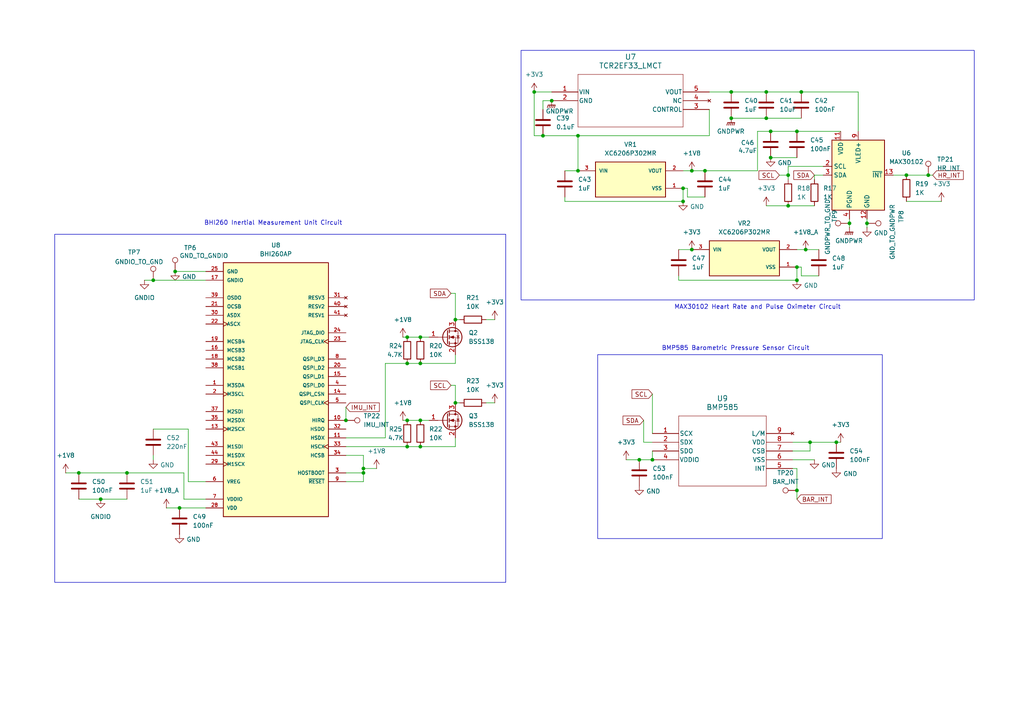
<source format=kicad_sch>
(kicad_sch
	(version 20250114)
	(generator "eeschema")
	(generator_version "9.0")
	(uuid "ab631297-a24d-4814-a414-31dcd018e79a")
	(paper "A4")
	(title_block
		(title "E-ink Watch Sensor Circuits")
		(date "2025-12-12")
		(rev "v1.2")
	)
	(lib_symbols
		(symbol "BHI260AP:BHI260AP"
			(pin_names
				(offset 1.016)
			)
			(exclude_from_sim no)
			(in_bom yes)
			(on_board yes)
			(property "Reference" "U"
				(at -15.24 36.322 0)
				(effects
					(font
						(size 1.27 1.27)
					)
					(justify left bottom)
				)
			)
			(property "Value" "BHI260AP"
				(at -15.24 -40.64 0)
				(effects
					(font
						(size 1.27 1.27)
					)
					(justify left bottom)
				)
			)
			(property "Footprint" "BHI260AP:XDCR_BHI260AP"
				(at 0 0 0)
				(effects
					(font
						(size 1.27 1.27)
					)
					(justify bottom)
					(hide yes)
				)
			)
			(property "Datasheet" ""
				(at 0 0 0)
				(effects
					(font
						(size 1.27 1.27)
					)
					(hide yes)
				)
			)
			(property "Description" ""
				(at 0 0 0)
				(effects
					(font
						(size 1.27 1.27)
					)
					(hide yes)
				)
			)
			(property "MF" "Bosch Sensortec"
				(at 0 0 0)
				(effects
					(font
						(size 1.27 1.27)
					)
					(justify bottom)
					(hide yes)
				)
			)
			(property "MAXIMUM_PACKAGE_HEIGHT" "0.87mm"
				(at 0 0 0)
				(effects
					(font
						(size 1.27 1.27)
					)
					(justify bottom)
					(hide yes)
				)
			)
			(property "Package" "None"
				(at 0 0 0)
				(effects
					(font
						(size 1.27 1.27)
					)
					(justify bottom)
					(hide yes)
				)
			)
			(property "Price" "None"
				(at 0 0 0)
				(effects
					(font
						(size 1.27 1.27)
					)
					(justify bottom)
					(hide yes)
				)
			)
			(property "Check_prices" "https://www.snapeda.com/parts/BHI260AP/Bosch/view-part/?ref=eda"
				(at 0 0 0)
				(effects
					(font
						(size 1.27 1.27)
					)
					(justify bottom)
					(hide yes)
				)
			)
			(property "STANDARD" "Manufacturer Recommendations"
				(at 0 0 0)
				(effects
					(font
						(size 1.27 1.27)
					)
					(justify bottom)
					(hide yes)
				)
			)
			(property "PARTREV" "1.1"
				(at 0 0 0)
				(effects
					(font
						(size 1.27 1.27)
					)
					(justify bottom)
					(hide yes)
				)
			)
			(property "SnapEDA_Link" "https://www.snapeda.com/parts/BHI260AP/Bosch/view-part/?ref=snap"
				(at 0 0 0)
				(effects
					(font
						(size 1.27 1.27)
					)
					(justify bottom)
					(hide yes)
				)
			)
			(property "MP" "BHI260AP"
				(at 0 0 0)
				(effects
					(font
						(size 1.27 1.27)
					)
					(justify bottom)
					(hide yes)
				)
			)
			(property "Description_1" "Accelerometer, Gyroscope, 6 Axis Sensor I2C, SPI Output"
				(at 0 0 0)
				(effects
					(font
						(size 1.27 1.27)
					)
					(justify bottom)
					(hide yes)
				)
			)
			(property "MANUFACTURER" "Bosch Sensortec"
				(at 0 0 0)
				(effects
					(font
						(size 1.27 1.27)
					)
					(justify bottom)
					(hide yes)
				)
			)
			(property "Availability" "In Stock"
				(at 0 0 0)
				(effects
					(font
						(size 1.27 1.27)
					)
					(justify bottom)
					(hide yes)
				)
			)
			(property "SNAPEDA_PN" "BHI260AP"
				(at 0 0 0)
				(effects
					(font
						(size 1.27 1.27)
					)
					(justify bottom)
					(hide yes)
				)
			)
			(symbol "BHI260AP_0_0"
				(rectangle
					(start -15.24 -38.1)
					(end 15.24 35.56)
					(stroke
						(width 0.254)
						(type default)
					)
					(fill
						(type background)
					)
				)
				(pin input line
					(at -20.32 25.4 0)
					(length 5.08)
					(name "~{RESET}"
						(effects
							(font
								(size 1.016 1.016)
							)
						)
					)
					(number "9"
						(effects
							(font
								(size 1.016 1.016)
							)
						)
					)
				)
				(pin input line
					(at -20.32 22.86 0)
					(length 5.08)
					(name "HOSTBOOT"
						(effects
							(font
								(size 1.016 1.016)
							)
						)
					)
					(number "3"
						(effects
							(font
								(size 1.016 1.016)
							)
						)
					)
				)
				(pin input line
					(at -20.32 17.78 0)
					(length 5.08)
					(name "HCSB"
						(effects
							(font
								(size 1.016 1.016)
							)
						)
					)
					(number "34"
						(effects
							(font
								(size 1.016 1.016)
							)
						)
					)
				)
				(pin input clock
					(at -20.32 15.24 0)
					(length 5.08)
					(name "HSCX"
						(effects
							(font
								(size 1.016 1.016)
							)
						)
					)
					(number "33"
						(effects
							(font
								(size 1.016 1.016)
							)
						)
					)
				)
				(pin bidirectional line
					(at -20.32 12.7 0)
					(length 5.08)
					(name "HSDX"
						(effects
							(font
								(size 1.016 1.016)
							)
						)
					)
					(number "11"
						(effects
							(font
								(size 1.016 1.016)
							)
						)
					)
				)
				(pin output line
					(at -20.32 10.16 0)
					(length 5.08)
					(name "HSDO"
						(effects
							(font
								(size 1.016 1.016)
							)
						)
					)
					(number "32"
						(effects
							(font
								(size 1.016 1.016)
							)
						)
					)
				)
				(pin output line
					(at -20.32 7.62 0)
					(length 5.08)
					(name "HIRQ"
						(effects
							(font
								(size 1.016 1.016)
							)
						)
					)
					(number "10"
						(effects
							(font
								(size 1.016 1.016)
							)
						)
					)
				)
				(pin input clock
					(at -20.32 2.54 0)
					(length 5.08)
					(name "QSPI_CLK"
						(effects
							(font
								(size 1.016 1.016)
							)
						)
					)
					(number "5"
						(effects
							(font
								(size 1.016 1.016)
							)
						)
					)
				)
				(pin input line
					(at -20.32 0 0)
					(length 5.08)
					(name "QSPI_CSN"
						(effects
							(font
								(size 1.016 1.016)
							)
						)
					)
					(number "14"
						(effects
							(font
								(size 1.016 1.016)
							)
						)
					)
				)
				(pin bidirectional line
					(at -20.32 -2.54 0)
					(length 5.08)
					(name "QSPI_D0"
						(effects
							(font
								(size 1.016 1.016)
							)
						)
					)
					(number "4"
						(effects
							(font
								(size 1.016 1.016)
							)
						)
					)
				)
				(pin bidirectional line
					(at -20.32 -5.08 0)
					(length 5.08)
					(name "QSPI_D1"
						(effects
							(font
								(size 1.016 1.016)
							)
						)
					)
					(number "15"
						(effects
							(font
								(size 1.016 1.016)
							)
						)
					)
				)
				(pin bidirectional line
					(at -20.32 -7.62 0)
					(length 5.08)
					(name "QSPI_D2"
						(effects
							(font
								(size 1.016 1.016)
							)
						)
					)
					(number "20"
						(effects
							(font
								(size 1.016 1.016)
							)
						)
					)
				)
				(pin bidirectional line
					(at -20.32 -10.16 0)
					(length 5.08)
					(name "QSPI_D3"
						(effects
							(font
								(size 1.016 1.016)
							)
						)
					)
					(number "8"
						(effects
							(font
								(size 1.016 1.016)
							)
						)
					)
				)
				(pin input clock
					(at -20.32 -15.24 0)
					(length 5.08)
					(name "JTAG_CLK"
						(effects
							(font
								(size 1.016 1.016)
							)
						)
					)
					(number "23"
						(effects
							(font
								(size 1.016 1.016)
							)
						)
					)
				)
				(pin bidirectional line
					(at -20.32 -17.78 0)
					(length 5.08)
					(name "JTAG_DIO"
						(effects
							(font
								(size 1.016 1.016)
							)
						)
					)
					(number "24"
						(effects
							(font
								(size 1.016 1.016)
							)
						)
					)
				)
				(pin no_connect line
					(at -20.32 -22.86 0)
					(length 5.08)
					(name "RESV1"
						(effects
							(font
								(size 1.016 1.016)
							)
						)
					)
					(number "41"
						(effects
							(font
								(size 1.016 1.016)
							)
						)
					)
				)
				(pin no_connect line
					(at -20.32 -25.4 0)
					(length 5.08)
					(name "RESV2"
						(effects
							(font
								(size 1.016 1.016)
							)
						)
					)
					(number "40"
						(effects
							(font
								(size 1.016 1.016)
							)
						)
					)
				)
				(pin no_connect line
					(at -20.32 -27.94 0)
					(length 5.08)
					(name "RESV3"
						(effects
							(font
								(size 1.016 1.016)
							)
						)
					)
					(number "31"
						(effects
							(font
								(size 1.016 1.016)
							)
						)
					)
				)
				(pin power_in line
					(at 20.32 33.02 180)
					(length 5.08)
					(name "VDD"
						(effects
							(font
								(size 1.016 1.016)
							)
						)
					)
					(number "28"
						(effects
							(font
								(size 1.016 1.016)
							)
						)
					)
				)
				(pin power_in line
					(at 20.32 30.48 180)
					(length 5.08)
					(hide yes)
					(name "VDDIO"
						(effects
							(font
								(size 1.016 1.016)
							)
						)
					)
					(number "12"
						(effects
							(font
								(size 1.016 1.016)
							)
						)
					)
				)
				(pin power_in line
					(at 20.32 30.48 180)
					(length 5.08)
					(hide yes)
					(name "VDDIO"
						(effects
							(font
								(size 1.016 1.016)
							)
						)
					)
					(number "42"
						(effects
							(font
								(size 1.016 1.016)
							)
						)
					)
				)
				(pin power_in line
					(at 20.32 30.48 180)
					(length 5.08)
					(name "VDDIO"
						(effects
							(font
								(size 1.016 1.016)
							)
						)
					)
					(number "7"
						(effects
							(font
								(size 1.016 1.016)
							)
						)
					)
				)
				(pin output line
					(at 20.32 25.4 180)
					(length 5.08)
					(name "VREG"
						(effects
							(font
								(size 1.016 1.016)
							)
						)
					)
					(number "6"
						(effects
							(font
								(size 1.016 1.016)
							)
						)
					)
				)
				(pin output clock
					(at 20.32 20.32 180)
					(length 5.08)
					(name "M1SCX"
						(effects
							(font
								(size 1.016 1.016)
							)
						)
					)
					(number "29"
						(effects
							(font
								(size 1.016 1.016)
							)
						)
					)
				)
				(pin output line
					(at 20.32 17.78 180)
					(length 5.08)
					(name "M1SDX"
						(effects
							(font
								(size 1.016 1.016)
							)
						)
					)
					(number "44"
						(effects
							(font
								(size 1.016 1.016)
							)
						)
					)
				)
				(pin input line
					(at 20.32 15.24 180)
					(length 5.08)
					(name "M1SDI"
						(effects
							(font
								(size 1.016 1.016)
							)
						)
					)
					(number "43"
						(effects
							(font
								(size 1.016 1.016)
							)
						)
					)
				)
				(pin input clock
					(at 20.32 10.16 180)
					(length 5.08)
					(name "M2SCX"
						(effects
							(font
								(size 1.016 1.016)
							)
						)
					)
					(number "13"
						(effects
							(font
								(size 1.016 1.016)
							)
						)
					)
				)
				(pin bidirectional line
					(at 20.32 7.62 180)
					(length 5.08)
					(name "M2SDX"
						(effects
							(font
								(size 1.016 1.016)
							)
						)
					)
					(number "35"
						(effects
							(font
								(size 1.016 1.016)
							)
						)
					)
				)
				(pin input line
					(at 20.32 5.08 180)
					(length 5.08)
					(name "M2SDI"
						(effects
							(font
								(size 1.016 1.016)
							)
						)
					)
					(number "37"
						(effects
							(font
								(size 1.016 1.016)
							)
						)
					)
				)
				(pin input clock
					(at 20.32 0 180)
					(length 5.08)
					(name "M3SCL"
						(effects
							(font
								(size 1.016 1.016)
							)
						)
					)
					(number "2"
						(effects
							(font
								(size 1.016 1.016)
							)
						)
					)
				)
				(pin bidirectional line
					(at 20.32 -2.54 180)
					(length 5.08)
					(name "M3SDA"
						(effects
							(font
								(size 1.016 1.016)
							)
						)
					)
					(number "1"
						(effects
							(font
								(size 1.016 1.016)
							)
						)
					)
				)
				(pin bidirectional line
					(at 20.32 -7.62 180)
					(length 5.08)
					(name "MCSB1"
						(effects
							(font
								(size 1.016 1.016)
							)
						)
					)
					(number "38"
						(effects
							(font
								(size 1.016 1.016)
							)
						)
					)
				)
				(pin bidirectional line
					(at 20.32 -10.16 180)
					(length 5.08)
					(name "MCSB2"
						(effects
							(font
								(size 1.016 1.016)
							)
						)
					)
					(number "18"
						(effects
							(font
								(size 1.016 1.016)
							)
						)
					)
				)
				(pin bidirectional line
					(at 20.32 -12.7 180)
					(length 5.08)
					(name "MCSB3"
						(effects
							(font
								(size 1.016 1.016)
							)
						)
					)
					(number "16"
						(effects
							(font
								(size 1.016 1.016)
							)
						)
					)
				)
				(pin bidirectional line
					(at 20.32 -15.24 180)
					(length 5.08)
					(name "MCSB4"
						(effects
							(font
								(size 1.016 1.016)
							)
						)
					)
					(number "19"
						(effects
							(font
								(size 1.016 1.016)
							)
						)
					)
				)
				(pin input clock
					(at 20.32 -20.32 180)
					(length 5.08)
					(name "ASCX"
						(effects
							(font
								(size 1.016 1.016)
							)
						)
					)
					(number "22"
						(effects
							(font
								(size 1.016 1.016)
							)
						)
					)
				)
				(pin bidirectional line
					(at 20.32 -22.86 180)
					(length 5.08)
					(name "ASDX"
						(effects
							(font
								(size 1.016 1.016)
							)
						)
					)
					(number "30"
						(effects
							(font
								(size 1.016 1.016)
							)
						)
					)
				)
				(pin input line
					(at 20.32 -25.4 180)
					(length 5.08)
					(name "OCSB"
						(effects
							(font
								(size 1.016 1.016)
							)
						)
					)
					(number "21"
						(effects
							(font
								(size 1.016 1.016)
							)
						)
					)
				)
				(pin output line
					(at 20.32 -27.94 180)
					(length 5.08)
					(name "OSDO"
						(effects
							(font
								(size 1.016 1.016)
							)
						)
					)
					(number "39"
						(effects
							(font
								(size 1.016 1.016)
							)
						)
					)
				)
				(pin power_in line
					(at 20.32 -33.02 180)
					(length 5.08)
					(name "GNDIO"
						(effects
							(font
								(size 1.016 1.016)
							)
						)
					)
					(number "17"
						(effects
							(font
								(size 1.016 1.016)
							)
						)
					)
				)
				(pin power_in line
					(at 20.32 -33.02 180)
					(length 5.08)
					(hide yes)
					(name "GNDIO"
						(effects
							(font
								(size 1.016 1.016)
							)
						)
					)
					(number "36"
						(effects
							(font
								(size 1.016 1.016)
							)
						)
					)
				)
				(pin power_in line
					(at 20.32 -35.56 180)
					(length 5.08)
					(name "GND"
						(effects
							(font
								(size 1.016 1.016)
							)
						)
					)
					(number "25"
						(effects
							(font
								(size 1.016 1.016)
							)
						)
					)
				)
				(pin power_in line
					(at 20.32 -35.56 180)
					(length 5.08)
					(hide yes)
					(name "GND"
						(effects
							(font
								(size 1.016 1.016)
							)
						)
					)
					(number "26"
						(effects
							(font
								(size 1.016 1.016)
							)
						)
					)
				)
				(pin power_in line
					(at 20.32 -35.56 180)
					(length 5.08)
					(hide yes)
					(name "GND"
						(effects
							(font
								(size 1.016 1.016)
							)
						)
					)
					(number "27"
						(effects
							(font
								(size 1.016 1.016)
							)
						)
					)
				)
			)
			(embedded_fonts no)
		)
		(symbol "BMP585:BMP585"
			(pin_names
				(offset 0.254)
			)
			(exclude_from_sim no)
			(in_bom yes)
			(on_board yes)
			(property "Reference" "U"
				(at 20.32 10.16 0)
				(effects
					(font
						(size 1.524 1.524)
					)
				)
			)
			(property "Value" "BMP585"
				(at 20.32 7.62 0)
				(effects
					(font
						(size 1.524 1.524)
					)
				)
			)
			(property "Footprint" "LGA9_BMP585_BOS"
				(at 0 0 0)
				(effects
					(font
						(size 1.27 1.27)
						(italic yes)
					)
					(hide yes)
				)
			)
			(property "Datasheet" "BMP585"
				(at 0 0 0)
				(effects
					(font
						(size 1.27 1.27)
						(italic yes)
					)
					(hide yes)
				)
			)
			(property "Description" ""
				(at 0 0 0)
				(effects
					(font
						(size 1.27 1.27)
					)
					(hide yes)
				)
			)
			(property "ki_locked" ""
				(at 0 0 0)
				(effects
					(font
						(size 1.27 1.27)
					)
				)
			)
			(property "ki_keywords" "BMP585"
				(at 0 0 0)
				(effects
					(font
						(size 1.27 1.27)
					)
					(hide yes)
				)
			)
			(property "ki_fp_filters" "LGA9_BMP585_BOS LGA9_BMP585_BOS-M LGA9_BMP585_BOS-L"
				(at 0 0 0)
				(effects
					(font
						(size 1.27 1.27)
					)
					(hide yes)
				)
			)
			(symbol "BMP585_0_1"
				(polyline
					(pts
						(xy 7.62 5.08) (xy 7.62 -15.24)
					)
					(stroke
						(width 0.127)
						(type default)
					)
					(fill
						(type none)
					)
				)
				(polyline
					(pts
						(xy 7.62 -15.24) (xy 33.02 -15.24)
					)
					(stroke
						(width 0.127)
						(type default)
					)
					(fill
						(type none)
					)
				)
				(polyline
					(pts
						(xy 33.02 5.08) (xy 7.62 5.08)
					)
					(stroke
						(width 0.127)
						(type default)
					)
					(fill
						(type none)
					)
				)
				(polyline
					(pts
						(xy 33.02 -15.24) (xy 33.02 5.08)
					)
					(stroke
						(width 0.127)
						(type default)
					)
					(fill
						(type none)
					)
				)
				(pin input line
					(at 0 0 0)
					(length 7.62)
					(name "SCX"
						(effects
							(font
								(size 1.27 1.27)
							)
						)
					)
					(number "1"
						(effects
							(font
								(size 1.27 1.27)
							)
						)
					)
				)
				(pin bidirectional line
					(at 0 -2.54 0)
					(length 7.62)
					(name "SDX"
						(effects
							(font
								(size 1.27 1.27)
							)
						)
					)
					(number "2"
						(effects
							(font
								(size 1.27 1.27)
							)
						)
					)
				)
				(pin bidirectional line
					(at 0 -5.08 0)
					(length 7.62)
					(name "SDO"
						(effects
							(font
								(size 1.27 1.27)
							)
						)
					)
					(number "3"
						(effects
							(font
								(size 1.27 1.27)
							)
						)
					)
				)
				(pin power_in line
					(at 0 -7.62 0)
					(length 7.62)
					(name "VDDIO"
						(effects
							(font
								(size 1.27 1.27)
							)
						)
					)
					(number "4"
						(effects
							(font
								(size 1.27 1.27)
							)
						)
					)
				)
				(pin no_connect line
					(at 40.64 0 180)
					(length 7.62)
					(name "L/M"
						(effects
							(font
								(size 1.27 1.27)
							)
						)
					)
					(number "9"
						(effects
							(font
								(size 1.27 1.27)
							)
						)
					)
				)
				(pin power_in line
					(at 40.64 -2.54 180)
					(length 7.62)
					(name "VDD"
						(effects
							(font
								(size 1.27 1.27)
							)
						)
					)
					(number "8"
						(effects
							(font
								(size 1.27 1.27)
							)
						)
					)
				)
				(pin input line
					(at 40.64 -5.08 180)
					(length 7.62)
					(name "CSB"
						(effects
							(font
								(size 1.27 1.27)
							)
						)
					)
					(number "7"
						(effects
							(font
								(size 1.27 1.27)
							)
						)
					)
				)
				(pin power_out line
					(at 40.64 -7.62 180)
					(length 7.62)
					(name "VSS"
						(effects
							(font
								(size 1.27 1.27)
							)
						)
					)
					(number "6"
						(effects
							(font
								(size 1.27 1.27)
							)
						)
					)
				)
				(pin output line
					(at 40.64 -10.16 180)
					(length 7.62)
					(name "INT"
						(effects
							(font
								(size 1.27 1.27)
							)
						)
					)
					(number "5"
						(effects
							(font
								(size 1.27 1.27)
							)
						)
					)
				)
			)
			(embedded_fonts no)
		)
		(symbol "Connector:TestPoint"
			(pin_numbers
				(hide yes)
			)
			(pin_names
				(offset 0.762)
				(hide yes)
			)
			(exclude_from_sim no)
			(in_bom yes)
			(on_board yes)
			(property "Reference" "TP"
				(at 0 6.858 0)
				(effects
					(font
						(size 1.27 1.27)
					)
				)
			)
			(property "Value" "TestPoint"
				(at 0 5.08 0)
				(effects
					(font
						(size 1.27 1.27)
					)
				)
			)
			(property "Footprint" ""
				(at 5.08 0 0)
				(effects
					(font
						(size 1.27 1.27)
					)
					(hide yes)
				)
			)
			(property "Datasheet" "~"
				(at 5.08 0 0)
				(effects
					(font
						(size 1.27 1.27)
					)
					(hide yes)
				)
			)
			(property "Description" "test point"
				(at 0 0 0)
				(effects
					(font
						(size 1.27 1.27)
					)
					(hide yes)
				)
			)
			(property "ki_keywords" "test point tp"
				(at 0 0 0)
				(effects
					(font
						(size 1.27 1.27)
					)
					(hide yes)
				)
			)
			(property "ki_fp_filters" "Pin* Test*"
				(at 0 0 0)
				(effects
					(font
						(size 1.27 1.27)
					)
					(hide yes)
				)
			)
			(symbol "TestPoint_0_1"
				(circle
					(center 0 3.302)
					(radius 0.762)
					(stroke
						(width 0)
						(type default)
					)
					(fill
						(type none)
					)
				)
			)
			(symbol "TestPoint_1_1"
				(pin passive line
					(at 0 0 90)
					(length 2.54)
					(name "1"
						(effects
							(font
								(size 1.27 1.27)
							)
						)
					)
					(number "1"
						(effects
							(font
								(size 1.27 1.27)
							)
						)
					)
				)
			)
			(embedded_fonts no)
		)
		(symbol "Device:C"
			(pin_numbers
				(hide yes)
			)
			(pin_names
				(offset 0.254)
			)
			(exclude_from_sim no)
			(in_bom yes)
			(on_board yes)
			(property "Reference" "C"
				(at 0.635 2.54 0)
				(effects
					(font
						(size 1.27 1.27)
					)
					(justify left)
				)
			)
			(property "Value" "C"
				(at 0.635 -2.54 0)
				(effects
					(font
						(size 1.27 1.27)
					)
					(justify left)
				)
			)
			(property "Footprint" ""
				(at 0.9652 -3.81 0)
				(effects
					(font
						(size 1.27 1.27)
					)
					(hide yes)
				)
			)
			(property "Datasheet" "~"
				(at 0 0 0)
				(effects
					(font
						(size 1.27 1.27)
					)
					(hide yes)
				)
			)
			(property "Description" "Unpolarized capacitor"
				(at 0 0 0)
				(effects
					(font
						(size 1.27 1.27)
					)
					(hide yes)
				)
			)
			(property "ki_keywords" "cap capacitor"
				(at 0 0 0)
				(effects
					(font
						(size 1.27 1.27)
					)
					(hide yes)
				)
			)
			(property "ki_fp_filters" "C_*"
				(at 0 0 0)
				(effects
					(font
						(size 1.27 1.27)
					)
					(hide yes)
				)
			)
			(symbol "C_0_1"
				(polyline
					(pts
						(xy -2.032 0.762) (xy 2.032 0.762)
					)
					(stroke
						(width 0.508)
						(type default)
					)
					(fill
						(type none)
					)
				)
				(polyline
					(pts
						(xy -2.032 -0.762) (xy 2.032 -0.762)
					)
					(stroke
						(width 0.508)
						(type default)
					)
					(fill
						(type none)
					)
				)
			)
			(symbol "C_1_1"
				(pin passive line
					(at 0 3.81 270)
					(length 2.794)
					(name "~"
						(effects
							(font
								(size 1.27 1.27)
							)
						)
					)
					(number "1"
						(effects
							(font
								(size 1.27 1.27)
							)
						)
					)
				)
				(pin passive line
					(at 0 -3.81 90)
					(length 2.794)
					(name "~"
						(effects
							(font
								(size 1.27 1.27)
							)
						)
					)
					(number "2"
						(effects
							(font
								(size 1.27 1.27)
							)
						)
					)
				)
			)
			(embedded_fonts no)
		)
		(symbol "Device:R"
			(pin_numbers
				(hide yes)
			)
			(pin_names
				(offset 0)
			)
			(exclude_from_sim no)
			(in_bom yes)
			(on_board yes)
			(property "Reference" "R"
				(at 2.032 0 90)
				(effects
					(font
						(size 1.27 1.27)
					)
				)
			)
			(property "Value" "R"
				(at 0 0 90)
				(effects
					(font
						(size 1.27 1.27)
					)
				)
			)
			(property "Footprint" ""
				(at -1.778 0 90)
				(effects
					(font
						(size 1.27 1.27)
					)
					(hide yes)
				)
			)
			(property "Datasheet" "~"
				(at 0 0 0)
				(effects
					(font
						(size 1.27 1.27)
					)
					(hide yes)
				)
			)
			(property "Description" "Resistor"
				(at 0 0 0)
				(effects
					(font
						(size 1.27 1.27)
					)
					(hide yes)
				)
			)
			(property "ki_keywords" "R res resistor"
				(at 0 0 0)
				(effects
					(font
						(size 1.27 1.27)
					)
					(hide yes)
				)
			)
			(property "ki_fp_filters" "R_*"
				(at 0 0 0)
				(effects
					(font
						(size 1.27 1.27)
					)
					(hide yes)
				)
			)
			(symbol "R_0_1"
				(rectangle
					(start -1.016 -2.54)
					(end 1.016 2.54)
					(stroke
						(width 0.254)
						(type default)
					)
					(fill
						(type none)
					)
				)
			)
			(symbol "R_1_1"
				(pin passive line
					(at 0 3.81 270)
					(length 1.27)
					(name "~"
						(effects
							(font
								(size 1.27 1.27)
							)
						)
					)
					(number "1"
						(effects
							(font
								(size 1.27 1.27)
							)
						)
					)
				)
				(pin passive line
					(at 0 -3.81 90)
					(length 1.27)
					(name "~"
						(effects
							(font
								(size 1.27 1.27)
							)
						)
					)
					(number "2"
						(effects
							(font
								(size 1.27 1.27)
							)
						)
					)
				)
			)
			(embedded_fonts no)
		)
		(symbol "Sensor:MAX30102"
			(exclude_from_sim no)
			(in_bom yes)
			(on_board yes)
			(property "Reference" "U"
				(at 7.62 15.24 0)
				(effects
					(font
						(size 1.27 1.27)
					)
				)
			)
			(property "Value" "MAX30102"
				(at 7.62 12.7 0)
				(effects
					(font
						(size 1.27 1.27)
					)
				)
			)
			(property "Footprint" "OptoDevice:Maxim_OLGA-14_3.3x5.6mm_P0.8mm"
				(at 0 -2.54 0)
				(effects
					(font
						(size 1.27 1.27)
					)
					(hide yes)
				)
			)
			(property "Datasheet" "https://datasheets.maximintegrated.com/en/ds/MAX30102.pdf"
				(at 0 0 0)
				(effects
					(font
						(size 1.27 1.27)
					)
					(hide yes)
				)
			)
			(property "Description" "Heart Rate Sensor, 14-OLGA"
				(at 0 0 0)
				(effects
					(font
						(size 1.27 1.27)
					)
					(hide yes)
				)
			)
			(property "ki_keywords" "Heart Rate"
				(at 0 0 0)
				(effects
					(font
						(size 1.27 1.27)
					)
					(hide yes)
				)
			)
			(property "ki_fp_filters" "Maxim*OLGA*3.3x5.6mm*P0.8mm*"
				(at 0 0 0)
				(effects
					(font
						(size 1.27 1.27)
					)
					(hide yes)
				)
			)
			(symbol "MAX30102_0_1"
				(rectangle
					(start -7.62 10.16)
					(end 7.62 -10.16)
					(stroke
						(width 0.254)
						(type default)
					)
					(fill
						(type background)
					)
				)
			)
			(symbol "MAX30102_1_1"
				(pin input line
					(at -10.16 2.54 0)
					(length 2.54)
					(name "SCL"
						(effects
							(font
								(size 1.27 1.27)
							)
						)
					)
					(number "2"
						(effects
							(font
								(size 1.27 1.27)
							)
						)
					)
				)
				(pin bidirectional line
					(at -10.16 0 0)
					(length 2.54)
					(name "SDA"
						(effects
							(font
								(size 1.27 1.27)
							)
						)
					)
					(number "3"
						(effects
							(font
								(size 1.27 1.27)
							)
						)
					)
				)
				(pin no_connect line
					(at -7.62 5.08 0)
					(length 2.54)
					(hide yes)
					(name "NC"
						(effects
							(font
								(size 1.27 1.27)
							)
						)
					)
					(number "1"
						(effects
							(font
								(size 1.27 1.27)
							)
						)
					)
				)
				(pin no_connect line
					(at -7.62 -2.54 0)
					(length 2.54)
					(hide yes)
					(name "NC"
						(effects
							(font
								(size 1.27 1.27)
							)
						)
					)
					(number "7"
						(effects
							(font
								(size 1.27 1.27)
							)
						)
					)
				)
				(pin power_in line
					(at -5.08 12.7 270)
					(length 2.54)
					(name "VDD"
						(effects
							(font
								(size 1.27 1.27)
							)
						)
					)
					(number "11"
						(effects
							(font
								(size 1.27 1.27)
							)
						)
					)
				)
				(pin power_in line
					(at -2.54 -12.7 90)
					(length 2.54)
					(name "PGND"
						(effects
							(font
								(size 1.27 1.27)
							)
						)
					)
					(number "4"
						(effects
							(font
								(size 1.27 1.27)
							)
						)
					)
				)
				(pin passive line
					(at 0 12.7 270)
					(length 2.54)
					(hide yes)
					(name "VLED+"
						(effects
							(font
								(size 1.27 1.27)
							)
						)
					)
					(number "10"
						(effects
							(font
								(size 1.27 1.27)
							)
						)
					)
				)
				(pin power_in line
					(at 0 12.7 270)
					(length 2.54)
					(name "VLED+"
						(effects
							(font
								(size 1.27 1.27)
							)
						)
					)
					(number "9"
						(effects
							(font
								(size 1.27 1.27)
							)
						)
					)
				)
				(pin power_in line
					(at 2.54 -12.7 90)
					(length 2.54)
					(name "GND"
						(effects
							(font
								(size 1.27 1.27)
							)
						)
					)
					(number "12"
						(effects
							(font
								(size 1.27 1.27)
							)
						)
					)
				)
				(pin no_connect line
					(at 7.62 5.08 180)
					(length 2.54)
					(hide yes)
					(name "NC"
						(effects
							(font
								(size 1.27 1.27)
							)
						)
					)
					(number "8"
						(effects
							(font
								(size 1.27 1.27)
							)
						)
					)
				)
				(pin no_connect line
					(at 7.62 2.54 180)
					(length 2.54)
					(hide yes)
					(name "NC"
						(effects
							(font
								(size 1.27 1.27)
							)
						)
					)
					(number "14"
						(effects
							(font
								(size 1.27 1.27)
							)
						)
					)
				)
				(pin no_connect line
					(at 7.62 -5.08 180)
					(length 2.54)
					(hide yes)
					(name "NC"
						(effects
							(font
								(size 1.27 1.27)
							)
						)
					)
					(number "6"
						(effects
							(font
								(size 1.27 1.27)
							)
						)
					)
				)
				(pin no_connect line
					(at 7.62 -7.62 180)
					(length 2.54)
					(hide yes)
					(name "NC"
						(effects
							(font
								(size 1.27 1.27)
							)
						)
					)
					(number "5"
						(effects
							(font
								(size 1.27 1.27)
							)
						)
					)
				)
				(pin output line
					(at 10.16 0 180)
					(length 2.54)
					(name "~{INT}"
						(effects
							(font
								(size 1.27 1.27)
							)
						)
					)
					(number "13"
						(effects
							(font
								(size 1.27 1.27)
							)
						)
					)
				)
			)
			(embedded_fonts no)
		)
		(symbol "TCR2EF33,LM(CT:TCR2EF33_LMCT"
			(pin_names
				(offset 0.254)
			)
			(exclude_from_sim no)
			(in_bom yes)
			(on_board yes)
			(property "Reference" "U"
				(at 22.86 10.16 0)
				(effects
					(font
						(size 1.524 1.524)
					)
				)
			)
			(property "Value" "TCR2EF33_LMCT"
				(at 22.86 7.62 0)
				(effects
					(font
						(size 1.524 1.524)
					)
				)
			)
			(property "Footprint" "SOT-25   SMV_TOS"
				(at 0 0 0)
				(effects
					(font
						(size 1.27 1.27)
						(italic yes)
					)
					(hide yes)
				)
			)
			(property "Datasheet" "TCR2EF33_LMCT"
				(at 0 0 0)
				(effects
					(font
						(size 1.27 1.27)
						(italic yes)
					)
					(hide yes)
				)
			)
			(property "Description" ""
				(at 0 0 0)
				(effects
					(font
						(size 1.27 1.27)
					)
					(hide yes)
				)
			)
			(property "ki_locked" ""
				(at 0 0 0)
				(effects
					(font
						(size 1.27 1.27)
					)
				)
			)
			(property "ki_keywords" "TCR2EF33,LM(CT"
				(at 0 0 0)
				(effects
					(font
						(size 1.27 1.27)
					)
					(hide yes)
				)
			)
			(property "ki_fp_filters" "SOT-25 SMV_TOS"
				(at 0 0 0)
				(effects
					(font
						(size 1.27 1.27)
					)
					(hide yes)
				)
			)
			(symbol "TCR2EF33_LMCT_0_1"
				(polyline
					(pts
						(xy 7.62 5.08) (xy 7.62 -10.16)
					)
					(stroke
						(width 0.127)
						(type default)
					)
					(fill
						(type none)
					)
				)
				(polyline
					(pts
						(xy 7.62 -10.16) (xy 38.1 -10.16)
					)
					(stroke
						(width 0.127)
						(type default)
					)
					(fill
						(type none)
					)
				)
				(polyline
					(pts
						(xy 38.1 5.08) (xy 7.62 5.08)
					)
					(stroke
						(width 0.127)
						(type default)
					)
					(fill
						(type none)
					)
				)
				(polyline
					(pts
						(xy 38.1 -10.16) (xy 38.1 5.08)
					)
					(stroke
						(width 0.127)
						(type default)
					)
					(fill
						(type none)
					)
				)
				(pin power_in line
					(at 0 0 0)
					(length 7.62)
					(name "VIN"
						(effects
							(font
								(size 1.27 1.27)
							)
						)
					)
					(number "1"
						(effects
							(font
								(size 1.27 1.27)
							)
						)
					)
				)
				(pin power_out line
					(at 0 -2.54 0)
					(length 7.62)
					(name "GND"
						(effects
							(font
								(size 1.27 1.27)
							)
						)
					)
					(number "2"
						(effects
							(font
								(size 1.27 1.27)
							)
						)
					)
				)
				(pin power_in line
					(at 45.72 0 180)
					(length 7.62)
					(name "VOUT"
						(effects
							(font
								(size 1.27 1.27)
							)
						)
					)
					(number "5"
						(effects
							(font
								(size 1.27 1.27)
							)
						)
					)
				)
				(pin no_connect line
					(at 45.72 -2.54 180)
					(length 7.62)
					(name "NC"
						(effects
							(font
								(size 1.27 1.27)
							)
						)
					)
					(number "4"
						(effects
							(font
								(size 1.27 1.27)
							)
						)
					)
				)
				(pin unspecified line
					(at 45.72 -5.08 180)
					(length 7.62)
					(name "CONTROL"
						(effects
							(font
								(size 1.27 1.27)
							)
						)
					)
					(number "3"
						(effects
							(font
								(size 1.27 1.27)
							)
						)
					)
				)
			)
			(embedded_fonts no)
		)
		(symbol "Transistor_FET:BSS138"
			(pin_names
				(offset 0)
				(hide yes)
			)
			(exclude_from_sim no)
			(in_bom yes)
			(on_board yes)
			(property "Reference" "Q"
				(at 5.08 1.905 0)
				(effects
					(font
						(size 1.27 1.27)
					)
					(justify left)
				)
			)
			(property "Value" "BSS138"
				(at 5.08 0 0)
				(effects
					(font
						(size 1.27 1.27)
					)
					(justify left)
				)
			)
			(property "Footprint" "Package_TO_SOT_SMD:SOT-23"
				(at 5.08 -1.905 0)
				(effects
					(font
						(size 1.27 1.27)
						(italic yes)
					)
					(justify left)
					(hide yes)
				)
			)
			(property "Datasheet" "https://www.onsemi.com/pub/Collateral/BSS138-D.PDF"
				(at 5.08 -3.81 0)
				(effects
					(font
						(size 1.27 1.27)
					)
					(justify left)
					(hide yes)
				)
			)
			(property "Description" "50V Vds, 0.22A Id, N-Channel MOSFET, SOT-23"
				(at 0 0 0)
				(effects
					(font
						(size 1.27 1.27)
					)
					(hide yes)
				)
			)
			(property "ki_keywords" "N-Channel MOSFET"
				(at 0 0 0)
				(effects
					(font
						(size 1.27 1.27)
					)
					(hide yes)
				)
			)
			(property "ki_fp_filters" "SOT?23*"
				(at 0 0 0)
				(effects
					(font
						(size 1.27 1.27)
					)
					(hide yes)
				)
			)
			(symbol "BSS138_0_1"
				(polyline
					(pts
						(xy 0.254 1.905) (xy 0.254 -1.905)
					)
					(stroke
						(width 0.254)
						(type default)
					)
					(fill
						(type none)
					)
				)
				(polyline
					(pts
						(xy 0.254 0) (xy -2.54 0)
					)
					(stroke
						(width 0)
						(type default)
					)
					(fill
						(type none)
					)
				)
				(polyline
					(pts
						(xy 0.762 2.286) (xy 0.762 1.27)
					)
					(stroke
						(width 0.254)
						(type default)
					)
					(fill
						(type none)
					)
				)
				(polyline
					(pts
						(xy 0.762 0.508) (xy 0.762 -0.508)
					)
					(stroke
						(width 0.254)
						(type default)
					)
					(fill
						(type none)
					)
				)
				(polyline
					(pts
						(xy 0.762 -1.27) (xy 0.762 -2.286)
					)
					(stroke
						(width 0.254)
						(type default)
					)
					(fill
						(type none)
					)
				)
				(polyline
					(pts
						(xy 0.762 -1.778) (xy 3.302 -1.778) (xy 3.302 1.778) (xy 0.762 1.778)
					)
					(stroke
						(width 0)
						(type default)
					)
					(fill
						(type none)
					)
				)
				(polyline
					(pts
						(xy 1.016 0) (xy 2.032 0.381) (xy 2.032 -0.381) (xy 1.016 0)
					)
					(stroke
						(width 0)
						(type default)
					)
					(fill
						(type outline)
					)
				)
				(circle
					(center 1.651 0)
					(radius 2.794)
					(stroke
						(width 0.254)
						(type default)
					)
					(fill
						(type none)
					)
				)
				(polyline
					(pts
						(xy 2.54 2.54) (xy 2.54 1.778)
					)
					(stroke
						(width 0)
						(type default)
					)
					(fill
						(type none)
					)
				)
				(circle
					(center 2.54 1.778)
					(radius 0.254)
					(stroke
						(width 0)
						(type default)
					)
					(fill
						(type outline)
					)
				)
				(circle
					(center 2.54 -1.778)
					(radius 0.254)
					(stroke
						(width 0)
						(type default)
					)
					(fill
						(type outline)
					)
				)
				(polyline
					(pts
						(xy 2.54 -2.54) (xy 2.54 0) (xy 0.762 0)
					)
					(stroke
						(width 0)
						(type default)
					)
					(fill
						(type none)
					)
				)
				(polyline
					(pts
						(xy 2.921 0.381) (xy 3.683 0.381)
					)
					(stroke
						(width 0)
						(type default)
					)
					(fill
						(type none)
					)
				)
				(polyline
					(pts
						(xy 3.302 0.381) (xy 2.921 -0.254) (xy 3.683 -0.254) (xy 3.302 0.381)
					)
					(stroke
						(width 0)
						(type default)
					)
					(fill
						(type none)
					)
				)
			)
			(symbol "BSS138_1_1"
				(pin input line
					(at -5.08 0 0)
					(length 2.54)
					(name "G"
						(effects
							(font
								(size 1.27 1.27)
							)
						)
					)
					(number "1"
						(effects
							(font
								(size 1.27 1.27)
							)
						)
					)
				)
				(pin passive line
					(at 2.54 5.08 270)
					(length 2.54)
					(name "D"
						(effects
							(font
								(size 1.27 1.27)
							)
						)
					)
					(number "3"
						(effects
							(font
								(size 1.27 1.27)
							)
						)
					)
				)
				(pin passive line
					(at 2.54 -5.08 90)
					(length 2.54)
					(name "S"
						(effects
							(font
								(size 1.27 1.27)
							)
						)
					)
					(number "2"
						(effects
							(font
								(size 1.27 1.27)
							)
						)
					)
				)
			)
			(embedded_fonts no)
		)
		(symbol "YONGYUTAI XC6206-1.8V:XC6206P302MR"
			(pin_names
				(offset 1.016)
			)
			(exclude_from_sim no)
			(in_bom yes)
			(on_board yes)
			(property "Reference" "VR"
				(at -10.16 5.588 0)
				(effects
					(font
						(size 1.27 1.27)
					)
					(justify left bottom)
				)
			)
			(property "Value" "XC6206P302MR"
				(at -10.16 -7.62 0)
				(effects
					(font
						(size 1.27 1.27)
					)
					(justify left bottom)
				)
			)
			(property "Footprint" "XC6206P302MR:SOT95P280X130-3N"
				(at 0 0 0)
				(effects
					(font
						(size 1.27 1.27)
					)
					(justify bottom)
					(hide yes)
				)
			)
			(property "Datasheet" ""
				(at 0 0 0)
				(effects
					(font
						(size 1.27 1.27)
					)
					(hide yes)
				)
			)
			(property "Description" ""
				(at 0 0 0)
				(effects
					(font
						(size 1.27 1.27)
					)
					(hide yes)
				)
			)
			(property "MF" "Torex"
				(at 0 0 0)
				(effects
					(font
						(size 1.27 1.27)
					)
					(justify bottom)
					(hide yes)
				)
			)
			(property "MAXIMUM_PACKAGE_HEIGHT" "1.3mm"
				(at 0 0 0)
				(effects
					(font
						(size 1.27 1.27)
					)
					(justify bottom)
					(hide yes)
				)
			)
			(property "Package" "SOT-23-3 Torex"
				(at 0 0 0)
				(effects
					(font
						(size 1.27 1.27)
					)
					(justify bottom)
					(hide yes)
				)
			)
			(property "Price" "None"
				(at 0 0 0)
				(effects
					(font
						(size 1.27 1.27)
					)
					(justify bottom)
					(hide yes)
				)
			)
			(property "Check_prices" "https://www.snapeda.com/parts/XC6206P302MR/Torex/view-part/?ref=eda"
				(at 0 0 0)
				(effects
					(font
						(size 1.27 1.27)
					)
					(justify bottom)
					(hide yes)
				)
			)
			(property "STANDARD" "IPC-7351B"
				(at 0 0 0)
				(effects
					(font
						(size 1.27 1.27)
					)
					(justify bottom)
					(hide yes)
				)
			)
			(property "PARTREV" "N/A"
				(at 0 0 0)
				(effects
					(font
						(size 1.27 1.27)
					)
					(justify bottom)
					(hide yes)
				)
			)
			(property "SnapEDA_Link" "https://www.snapeda.com/parts/XC6206P302MR/Torex/view-part/?ref=snap"
				(at 0 0 0)
				(effects
					(font
						(size 1.27 1.27)
					)
					(justify bottom)
					(hide yes)
				)
			)
			(property "MP" "XC6206P302MR"
				(at 0 0 0)
				(effects
					(font
						(size 1.27 1.27)
					)
					(justify bottom)
					(hide yes)
				)
			)
			(property "Description_1" "Linear Voltage Regulator IC Positive Fixed 1 Output  200mA SOT-23"
				(at 0 0 0)
				(effects
					(font
						(size 1.27 1.27)
					)
					(justify bottom)
					(hide yes)
				)
			)
			(property "Availability" "In Stock"
				(at 0 0 0)
				(effects
					(font
						(size 1.27 1.27)
					)
					(justify bottom)
					(hide yes)
				)
			)
			(property "MANUFACTURER" "Torex"
				(at 0 0 0)
				(effects
					(font
						(size 1.27 1.27)
					)
					(justify bottom)
					(hide yes)
				)
			)
			(symbol "XC6206P302MR_0_0"
				(rectangle
					(start -10.16 -5.08)
					(end 10.16 5.08)
					(stroke
						(width 0.254)
						(type default)
					)
					(fill
						(type background)
					)
				)
				(pin input line
					(at -15.24 2.54 0)
					(length 5.08)
					(name "VIN"
						(effects
							(font
								(size 1.016 1.016)
							)
						)
					)
					(number "3"
						(effects
							(font
								(size 1.016 1.016)
							)
						)
					)
				)
				(pin output line
					(at 15.24 2.54 180)
					(length 5.08)
					(name "VOUT"
						(effects
							(font
								(size 1.016 1.016)
							)
						)
					)
					(number "2"
						(effects
							(font
								(size 1.016 1.016)
							)
						)
					)
				)
				(pin power_in line
					(at 15.24 -2.54 180)
					(length 5.08)
					(name "VSS"
						(effects
							(font
								(size 1.016 1.016)
							)
						)
					)
					(number "1"
						(effects
							(font
								(size 1.016 1.016)
							)
						)
					)
				)
			)
			(embedded_fonts no)
		)
		(symbol "power:+1V8"
			(power)
			(pin_numbers
				(hide yes)
			)
			(pin_names
				(offset 0)
				(hide yes)
			)
			(exclude_from_sim no)
			(in_bom yes)
			(on_board yes)
			(property "Reference" "#PWR"
				(at 0 -3.81 0)
				(effects
					(font
						(size 1.27 1.27)
					)
					(hide yes)
				)
			)
			(property "Value" "+1V8"
				(at 0 3.556 0)
				(effects
					(font
						(size 1.27 1.27)
					)
				)
			)
			(property "Footprint" ""
				(at 0 0 0)
				(effects
					(font
						(size 1.27 1.27)
					)
					(hide yes)
				)
			)
			(property "Datasheet" ""
				(at 0 0 0)
				(effects
					(font
						(size 1.27 1.27)
					)
					(hide yes)
				)
			)
			(property "Description" "Power symbol creates a global label with name \"+1V8\""
				(at 0 0 0)
				(effects
					(font
						(size 1.27 1.27)
					)
					(hide yes)
				)
			)
			(property "ki_keywords" "global power"
				(at 0 0 0)
				(effects
					(font
						(size 1.27 1.27)
					)
					(hide yes)
				)
			)
			(symbol "+1V8_0_1"
				(polyline
					(pts
						(xy -0.762 1.27) (xy 0 2.54)
					)
					(stroke
						(width 0)
						(type default)
					)
					(fill
						(type none)
					)
				)
				(polyline
					(pts
						(xy 0 2.54) (xy 0.762 1.27)
					)
					(stroke
						(width 0)
						(type default)
					)
					(fill
						(type none)
					)
				)
				(polyline
					(pts
						(xy 0 0) (xy 0 2.54)
					)
					(stroke
						(width 0)
						(type default)
					)
					(fill
						(type none)
					)
				)
			)
			(symbol "+1V8_1_1"
				(pin power_in line
					(at 0 0 90)
					(length 0)
					(name "~"
						(effects
							(font
								(size 1.27 1.27)
							)
						)
					)
					(number "1"
						(effects
							(font
								(size 1.27 1.27)
							)
						)
					)
				)
			)
			(embedded_fonts no)
		)
		(symbol "power:+3V3"
			(power)
			(pin_numbers
				(hide yes)
			)
			(pin_names
				(offset 0)
				(hide yes)
			)
			(exclude_from_sim no)
			(in_bom yes)
			(on_board yes)
			(property "Reference" "#PWR"
				(at 0 -3.81 0)
				(effects
					(font
						(size 1.27 1.27)
					)
					(hide yes)
				)
			)
			(property "Value" "+3V3"
				(at 0 3.556 0)
				(effects
					(font
						(size 1.27 1.27)
					)
				)
			)
			(property "Footprint" ""
				(at 0 0 0)
				(effects
					(font
						(size 1.27 1.27)
					)
					(hide yes)
				)
			)
			(property "Datasheet" ""
				(at 0 0 0)
				(effects
					(font
						(size 1.27 1.27)
					)
					(hide yes)
				)
			)
			(property "Description" "Power symbol creates a global label with name \"+3V3\""
				(at 0 0 0)
				(effects
					(font
						(size 1.27 1.27)
					)
					(hide yes)
				)
			)
			(property "ki_keywords" "global power"
				(at 0 0 0)
				(effects
					(font
						(size 1.27 1.27)
					)
					(hide yes)
				)
			)
			(symbol "+3V3_0_1"
				(polyline
					(pts
						(xy -0.762 1.27) (xy 0 2.54)
					)
					(stroke
						(width 0)
						(type default)
					)
					(fill
						(type none)
					)
				)
				(polyline
					(pts
						(xy 0 2.54) (xy 0.762 1.27)
					)
					(stroke
						(width 0)
						(type default)
					)
					(fill
						(type none)
					)
				)
				(polyline
					(pts
						(xy 0 0) (xy 0 2.54)
					)
					(stroke
						(width 0)
						(type default)
					)
					(fill
						(type none)
					)
				)
			)
			(symbol "+3V3_1_1"
				(pin power_in line
					(at 0 0 90)
					(length 0)
					(name "~"
						(effects
							(font
								(size 1.27 1.27)
							)
						)
					)
					(number "1"
						(effects
							(font
								(size 1.27 1.27)
							)
						)
					)
				)
			)
			(embedded_fonts no)
		)
		(symbol "power:GND"
			(power)
			(pin_numbers
				(hide yes)
			)
			(pin_names
				(offset 0)
				(hide yes)
			)
			(exclude_from_sim no)
			(in_bom yes)
			(on_board yes)
			(property "Reference" "#PWR"
				(at 0 -6.35 0)
				(effects
					(font
						(size 1.27 1.27)
					)
					(hide yes)
				)
			)
			(property "Value" "GND"
				(at 0 -3.81 0)
				(effects
					(font
						(size 1.27 1.27)
					)
				)
			)
			(property "Footprint" ""
				(at 0 0 0)
				(effects
					(font
						(size 1.27 1.27)
					)
					(hide yes)
				)
			)
			(property "Datasheet" ""
				(at 0 0 0)
				(effects
					(font
						(size 1.27 1.27)
					)
					(hide yes)
				)
			)
			(property "Description" "Power symbol creates a global label with name \"GND\" , ground"
				(at 0 0 0)
				(effects
					(font
						(size 1.27 1.27)
					)
					(hide yes)
				)
			)
			(property "ki_keywords" "global power"
				(at 0 0 0)
				(effects
					(font
						(size 1.27 1.27)
					)
					(hide yes)
				)
			)
			(symbol "GND_0_1"
				(polyline
					(pts
						(xy 0 0) (xy 0 -1.27) (xy 1.27 -1.27) (xy 0 -2.54) (xy -1.27 -1.27) (xy 0 -1.27)
					)
					(stroke
						(width 0)
						(type default)
					)
					(fill
						(type none)
					)
				)
			)
			(symbol "GND_1_1"
				(pin power_in line
					(at 0 0 270)
					(length 0)
					(name "~"
						(effects
							(font
								(size 1.27 1.27)
							)
						)
					)
					(number "1"
						(effects
							(font
								(size 1.27 1.27)
							)
						)
					)
				)
			)
			(embedded_fonts no)
		)
		(symbol "power:GNDPWR"
			(power)
			(pin_numbers
				(hide yes)
			)
			(pin_names
				(offset 0)
				(hide yes)
			)
			(exclude_from_sim no)
			(in_bom yes)
			(on_board yes)
			(property "Reference" "#PWR"
				(at 0 -5.08 0)
				(effects
					(font
						(size 1.27 1.27)
					)
					(hide yes)
				)
			)
			(property "Value" "GNDPWR"
				(at 0 -3.302 0)
				(effects
					(font
						(size 1.27 1.27)
					)
				)
			)
			(property "Footprint" ""
				(at 0 -1.27 0)
				(effects
					(font
						(size 1.27 1.27)
					)
					(hide yes)
				)
			)
			(property "Datasheet" ""
				(at 0 -1.27 0)
				(effects
					(font
						(size 1.27 1.27)
					)
					(hide yes)
				)
			)
			(property "Description" "Power symbol creates a global label with name \"GNDPWR\" , global ground"
				(at 0 0 0)
				(effects
					(font
						(size 1.27 1.27)
					)
					(hide yes)
				)
			)
			(property "ki_keywords" "global ground"
				(at 0 0 0)
				(effects
					(font
						(size 1.27 1.27)
					)
					(hide yes)
				)
			)
			(symbol "GNDPWR_0_1"
				(polyline
					(pts
						(xy -1.016 -1.27) (xy -1.27 -2.032) (xy -1.27 -2.032)
					)
					(stroke
						(width 0.2032)
						(type default)
					)
					(fill
						(type none)
					)
				)
				(polyline
					(pts
						(xy -0.508 -1.27) (xy -0.762 -2.032) (xy -0.762 -2.032)
					)
					(stroke
						(width 0.2032)
						(type default)
					)
					(fill
						(type none)
					)
				)
				(polyline
					(pts
						(xy 0 -1.27) (xy 0 0)
					)
					(stroke
						(width 0)
						(type default)
					)
					(fill
						(type none)
					)
				)
				(polyline
					(pts
						(xy 0 -1.27) (xy -0.254 -2.032) (xy -0.254 -2.032)
					)
					(stroke
						(width 0.2032)
						(type default)
					)
					(fill
						(type none)
					)
				)
				(polyline
					(pts
						(xy 0.508 -1.27) (xy 0.254 -2.032) (xy 0.254 -2.032)
					)
					(stroke
						(width 0.2032)
						(type default)
					)
					(fill
						(type none)
					)
				)
				(polyline
					(pts
						(xy 1.016 -1.27) (xy -1.016 -1.27) (xy -1.016 -1.27)
					)
					(stroke
						(width 0.2032)
						(type default)
					)
					(fill
						(type none)
					)
				)
				(polyline
					(pts
						(xy 1.016 -1.27) (xy 0.762 -2.032) (xy 0.762 -2.032) (xy 0.762 -2.032)
					)
					(stroke
						(width 0.2032)
						(type default)
					)
					(fill
						(type none)
					)
				)
			)
			(symbol "GNDPWR_1_1"
				(pin power_in line
					(at 0 0 270)
					(length 0)
					(name "~"
						(effects
							(font
								(size 1.27 1.27)
							)
						)
					)
					(number "1"
						(effects
							(font
								(size 1.27 1.27)
							)
						)
					)
				)
			)
			(embedded_fonts no)
		)
	)
	(rectangle
		(start 15.875 67.945)
		(end 146.685 168.91)
		(stroke
			(width 0)
			(type default)
		)
		(fill
			(type none)
		)
		(uuid b3069982-780a-4eda-83d2-dad1152620d6)
	)
	(rectangle
		(start 173.355 102.87)
		(end 255.905 156.21)
		(stroke
			(width 0)
			(type default)
		)
		(fill
			(type none)
		)
		(uuid ea59930a-f32e-4dde-9928-069aa589e485)
	)
	(rectangle
		(start 151.13 14.605)
		(end 282.575 86.995)
		(stroke
			(width 0)
			(type default)
		)
		(fill
			(type none)
		)
		(uuid f8ec0b05-2130-4414-9bba-86faeffecc6c)
	)
	(text "MAX30102 Heart Rate and Pulse Oximeter Circuit\n"
		(exclude_from_sim no)
		(at 219.71 89.154 0)
		(effects
			(font
				(size 1.27 1.27)
			)
		)
		(uuid "0a53b922-f038-487c-a279-a758b56eafe9")
	)
	(text "BHI260 Inertial Measurement Unit Circuit\n"
		(exclude_from_sim no)
		(at 79.248 64.77 0)
		(effects
			(font
				(size 1.27 1.27)
			)
		)
		(uuid "203d9a20-a915-4a9e-bc5e-f169634f4818")
	)
	(text "BMP585 Barometric Pressure Sensor Circuit\n"
		(exclude_from_sim no)
		(at 213.36 101.092 0)
		(effects
			(font
				(size 1.27 1.27)
			)
		)
		(uuid "bb502b95-6d66-453f-b3d2-479e7cdcb7f5")
	)
	(junction
		(at 121.92 129.54)
		(diameter 0)
		(color 0 0 0 0)
		(uuid "07304ae1-30ee-4b1f-9094-69b4e48b17db")
	)
	(junction
		(at 132.08 92.71)
		(diameter 0)
		(color 0 0 0 0)
		(uuid "1af65e52-69a5-461b-95d8-522bc0fdd9b1")
	)
	(junction
		(at 100.33 121.92)
		(diameter 0)
		(color 0 0 0 0)
		(uuid "1ed669c6-78de-4ffe-ba5c-642ed2e146d7")
	)
	(junction
		(at 157.48 39.37)
		(diameter 0)
		(color 0 0 0 0)
		(uuid "24fdf2de-5233-415a-aad3-830c13166590")
	)
	(junction
		(at 29.21 144.78)
		(diameter 0)
		(color 0 0 0 0)
		(uuid "25d29e5b-4bfe-4fad-9f3a-a595e38a0d37")
	)
	(junction
		(at 50.8 78.74)
		(diameter 0)
		(color 0 0 0 0)
		(uuid "34e5c326-339f-486e-9bf9-bdc7246df664")
	)
	(junction
		(at 222.25 26.67)
		(diameter 0)
		(color 0 0 0 0)
		(uuid "3f342ee5-5061-4869-bda3-9f0ebb8731b8")
	)
	(junction
		(at 228.6 50.8)
		(diameter 0)
		(color 0 0 0 0)
		(uuid "430a385b-7687-4bbc-add3-119bc4c488ab")
	)
	(junction
		(at 198.12 54.61)
		(diameter 0)
		(color 0 0 0 0)
		(uuid "44eda1c8-86fc-43dd-aad1-10a047365321")
	)
	(junction
		(at 118.11 129.54)
		(diameter 0)
		(color 0 0 0 0)
		(uuid "4762c0f0-f4ad-4938-969f-fc67e9935dd3")
	)
	(junction
		(at 212.09 26.67)
		(diameter 0)
		(color 0 0 0 0)
		(uuid "4c132675-92ad-4c0e-87d9-96556683c1e6")
	)
	(junction
		(at 228.6 59.69)
		(diameter 0)
		(color 0 0 0 0)
		(uuid "51b58450-b784-4989-9601-6587b0119e64")
	)
	(junction
		(at 231.14 142.24)
		(diameter 0)
		(color 0 0 0 0)
		(uuid "56328ea5-afdb-4f85-90f4-2105d27b2781")
	)
	(junction
		(at 44.45 81.28)
		(diameter 0)
		(color 0 0 0 0)
		(uuid "57426a73-d5eb-42c2-9357-503fc449c1d7")
	)
	(junction
		(at 212.09 34.29)
		(diameter 0)
		(color 0 0 0 0)
		(uuid "5c32397c-6120-4463-a388-188774a5b7c4")
	)
	(junction
		(at 223.52 45.72)
		(diameter 0)
		(color 0 0 0 0)
		(uuid "5ca27918-dc11-4d78-bc4c-0f70c346e70c")
	)
	(junction
		(at 118.11 97.79)
		(diameter 0)
		(color 0 0 0 0)
		(uuid "6082ed24-e514-4c76-9a57-7c98a34b266d")
	)
	(junction
		(at 246.38 64.77)
		(diameter 0)
		(color 0 0 0 0)
		(uuid "698e75b9-1d8e-4cd4-a37f-6dd534ad56e6")
	)
	(junction
		(at 200.66 49.53)
		(diameter 0)
		(color 0 0 0 0)
		(uuid "760ece07-89ca-413f-8387-74127068cd3a")
	)
	(junction
		(at 234.95 128.27)
		(diameter 0)
		(color 0 0 0 0)
		(uuid "79a06cb4-05fa-4ff6-a4f4-0414095cb36b")
	)
	(junction
		(at 233.68 72.39)
		(diameter 0)
		(color 0 0 0 0)
		(uuid "7b0cf32b-e2d5-464d-aa72-d1a2587f6110")
	)
	(junction
		(at 52.07 147.32)
		(diameter 0)
		(color 0 0 0 0)
		(uuid "7beb4663-99a9-4ad3-b13b-5a356f143007")
	)
	(junction
		(at 231.14 77.47)
		(diameter 0)
		(color 0 0 0 0)
		(uuid "7cfd8483-c081-41dd-841a-bf37ed286f1f")
	)
	(junction
		(at 160.02 29.21)
		(diameter 0)
		(color 0 0 0 0)
		(uuid "7f3158da-9e00-47dd-805a-f78533572c69")
	)
	(junction
		(at 200.66 72.39)
		(diameter 0)
		(color 0 0 0 0)
		(uuid "80feab4b-da61-412f-9b8c-28d34fffac3a")
	)
	(junction
		(at 105.41 137.16)
		(diameter 0)
		(color 0 0 0 0)
		(uuid "83cda0b9-142a-475f-b574-7bc12a95a418")
	)
	(junction
		(at 242.57 128.27)
		(diameter 0)
		(color 0 0 0 0)
		(uuid "88a0fc21-d5b2-48f1-af59-b02c376801ce")
	)
	(junction
		(at 223.52 38.1)
		(diameter 0)
		(color 0 0 0 0)
		(uuid "88c3d7e7-989c-4ea1-a69f-203b0fe08707")
	)
	(junction
		(at 185.42 133.35)
		(diameter 0)
		(color 0 0 0 0)
		(uuid "9dec2e1c-bc51-44cd-8537-f4b0715f2361")
	)
	(junction
		(at 232.41 26.67)
		(diameter 0)
		(color 0 0 0 0)
		(uuid "a7eb9ec1-2c90-4b7c-bb73-a4d2738c71e7")
	)
	(junction
		(at 121.92 121.92)
		(diameter 0)
		(color 0 0 0 0)
		(uuid "a9d223da-c8a2-4537-985f-5059caec50ba")
	)
	(junction
		(at 154.94 26.67)
		(diameter 0)
		(color 0 0 0 0)
		(uuid "aeb186b5-83ef-4213-af92-82c5147b8c5f")
	)
	(junction
		(at 132.08 116.84)
		(diameter 0)
		(color 0 0 0 0)
		(uuid "bd0bc006-6a73-4762-9d47-b179e8b3eff9")
	)
	(junction
		(at 167.64 49.53)
		(diameter 0)
		(color 0 0 0 0)
		(uuid "bdd41fcd-1a26-47b4-9307-3d75fa6613d8")
	)
	(junction
		(at 204.47 49.53)
		(diameter 0)
		(color 0 0 0 0)
		(uuid "c1dd47f2-1dca-4ce3-bb7f-1c732c11da18")
	)
	(junction
		(at 121.92 105.41)
		(diameter 0)
		(color 0 0 0 0)
		(uuid "c37d704f-2e5f-4ac5-b3a0-d85923351cb8")
	)
	(junction
		(at 269.24 50.8)
		(diameter 0)
		(color 0 0 0 0)
		(uuid "c4028c77-9714-41bd-a289-58c5aac07ee8")
	)
	(junction
		(at 198.12 58.42)
		(diameter 0)
		(color 0 0 0 0)
		(uuid "c9f1a88c-ad08-4f76-9bd9-dd1c181ccdc0")
	)
	(junction
		(at 118.11 105.41)
		(diameter 0)
		(color 0 0 0 0)
		(uuid "cbdcedb0-898e-4e4b-9f0f-4536e4cf692e")
	)
	(junction
		(at 262.89 50.8)
		(diameter 0)
		(color 0 0 0 0)
		(uuid "d04560c6-95fe-407a-a43a-ab9bbe2a4267")
	)
	(junction
		(at 231.14 38.1)
		(diameter 0)
		(color 0 0 0 0)
		(uuid "d27e8895-0887-420d-b700-efbbae822bc9")
	)
	(junction
		(at 251.46 64.77)
		(diameter 0)
		(color 0 0 0 0)
		(uuid "d6cdd77f-1596-452a-bf8a-b59a9b9b14fa")
	)
	(junction
		(at 22.86 137.16)
		(diameter 0)
		(color 0 0 0 0)
		(uuid "db8d35ac-7956-406b-ae54-5729bbb7a51b")
	)
	(junction
		(at 121.92 97.79)
		(diameter 0)
		(color 0 0 0 0)
		(uuid "dbf7f5d4-0e32-4e39-966b-34698aad8353")
	)
	(junction
		(at 118.11 121.92)
		(diameter 0)
		(color 0 0 0 0)
		(uuid "e0c97886-3489-4b35-a28a-4f8aca952337")
	)
	(junction
		(at 105.41 135.89)
		(diameter 0)
		(color 0 0 0 0)
		(uuid "e6728338-a80e-48a4-bacc-e74be43b89f8")
	)
	(junction
		(at 222.25 34.29)
		(diameter 0)
		(color 0 0 0 0)
		(uuid "edcbb8c8-61c8-486e-96d6-b7f939197e97")
	)
	(junction
		(at 36.83 137.16)
		(diameter 0)
		(color 0 0 0 0)
		(uuid "f171ffe9-32e0-4ba7-a514-9f5013974184")
	)
	(junction
		(at 167.64 39.37)
		(diameter 0)
		(color 0 0 0 0)
		(uuid "f26e2550-0e67-4c3b-b959-3318ea1ab895")
	)
	(junction
		(at 189.23 133.35)
		(diameter 0)
		(color 0 0 0 0)
		(uuid "f69d4514-628a-4c14-9acc-580348d9e623")
	)
	(junction
		(at 231.14 81.28)
		(diameter 0)
		(color 0 0 0 0)
		(uuid "fe962df4-401e-4d65-88a9-0ebd782cbef5")
	)
	(wire
		(pts
			(xy 22.86 144.78) (xy 29.21 144.78)
		)
		(stroke
			(width 0)
			(type default)
		)
		(uuid "0527e306-9a0a-40c2-86a5-59366cc3c8c7")
	)
	(wire
		(pts
			(xy 118.11 121.92) (xy 121.92 121.92)
		)
		(stroke
			(width 0)
			(type default)
		)
		(uuid "08a107cf-80cb-4899-aa46-c99a8c64c300")
	)
	(wire
		(pts
			(xy 154.94 39.37) (xy 154.94 26.67)
		)
		(stroke
			(width 0)
			(type default)
		)
		(uuid "0a49139f-a0bf-4244-9e68-be5c9f7c7f7e")
	)
	(wire
		(pts
			(xy 259.08 50.8) (xy 262.89 50.8)
		)
		(stroke
			(width 0)
			(type default)
		)
		(uuid "0aa66c58-e286-4b94-b300-8c01efe93466")
	)
	(wire
		(pts
			(xy 52.07 147.32) (xy 59.69 147.32)
		)
		(stroke
			(width 0)
			(type default)
		)
		(uuid "0ca06ace-0644-4789-913f-3b97a8666bcb")
	)
	(wire
		(pts
			(xy 231.14 135.89) (xy 231.14 142.24)
		)
		(stroke
			(width 0)
			(type default)
		)
		(uuid "0f372d55-2f58-40eb-b633-710dcda224b4")
	)
	(wire
		(pts
			(xy 231.14 72.39) (xy 233.68 72.39)
		)
		(stroke
			(width 0)
			(type default)
		)
		(uuid "125ea4c2-0a73-4980-84bf-b6ba1ebffa3c")
	)
	(wire
		(pts
			(xy 196.85 81.28) (xy 231.14 81.28)
		)
		(stroke
			(width 0)
			(type default)
		)
		(uuid "14a69b48-9ae7-4df3-b861-ccabe5573e25")
	)
	(wire
		(pts
			(xy 231.14 81.28) (xy 231.14 77.47)
		)
		(stroke
			(width 0)
			(type default)
		)
		(uuid "17209bf0-e398-468b-a654-73116b2a3cac")
	)
	(wire
		(pts
			(xy 199.39 57.15) (xy 199.39 54.61)
		)
		(stroke
			(width 0)
			(type default)
		)
		(uuid "18cdf02a-83ca-40fa-9a9c-c512239d2134")
	)
	(wire
		(pts
			(xy 204.47 49.53) (xy 219.71 49.53)
		)
		(stroke
			(width 0)
			(type default)
		)
		(uuid "197ae452-f787-4718-9762-709a811109f9")
	)
	(wire
		(pts
			(xy 223.52 45.72) (xy 231.14 45.72)
		)
		(stroke
			(width 0)
			(type default)
		)
		(uuid "1d1165df-3f92-4b88-aede-1211eb26c064")
	)
	(wire
		(pts
			(xy 163.83 58.42) (xy 198.12 58.42)
		)
		(stroke
			(width 0)
			(type default)
		)
		(uuid "20877fc9-6207-4a49-8881-afda951070ac")
	)
	(wire
		(pts
			(xy 130.81 85.09) (xy 132.08 85.09)
		)
		(stroke
			(width 0)
			(type default)
		)
		(uuid "20f3dc98-7b52-4856-910f-d7ab99cc560f")
	)
	(wire
		(pts
			(xy 231.14 142.24) (xy 231.14 144.78)
		)
		(stroke
			(width 0)
			(type default)
		)
		(uuid "21d84af6-a0c4-40b6-8b32-632ac6614e53")
	)
	(wire
		(pts
			(xy 118.11 105.41) (xy 121.92 105.41)
		)
		(stroke
			(width 0)
			(type default)
		)
		(uuid "23a23133-edd7-4943-a253-946cf57ed94e")
	)
	(wire
		(pts
			(xy 100.33 127) (xy 111.76 127)
		)
		(stroke
			(width 0)
			(type default)
		)
		(uuid "24e2e2b9-a49f-4494-af19-0acfae4ceecf")
	)
	(wire
		(pts
			(xy 118.11 129.54) (xy 121.92 129.54)
		)
		(stroke
			(width 0)
			(type default)
		)
		(uuid "2631cd89-71b6-4833-a3c3-ff1d349073cf")
	)
	(wire
		(pts
			(xy 251.46 66.04) (xy 251.46 64.77)
		)
		(stroke
			(width 0)
			(type default)
		)
		(uuid "277b537d-0901-43a7-91f7-d7b8cdee2d5a")
	)
	(wire
		(pts
			(xy 48.26 147.32) (xy 52.07 147.32)
		)
		(stroke
			(width 0)
			(type default)
		)
		(uuid "2aa193ee-be19-4ca5-83f2-98fb9dbb1913")
	)
	(wire
		(pts
			(xy 248.92 26.67) (xy 232.41 26.67)
		)
		(stroke
			(width 0)
			(type default)
		)
		(uuid "2bec5e84-5bb7-494a-8bb5-725bbd6d9069")
	)
	(wire
		(pts
			(xy 44.45 132.08) (xy 44.45 133.35)
		)
		(stroke
			(width 0)
			(type default)
		)
		(uuid "2bf761d7-7346-4f8e-a2f1-47de462af49c")
	)
	(wire
		(pts
			(xy 242.57 128.27) (xy 243.84 128.27)
		)
		(stroke
			(width 0)
			(type default)
		)
		(uuid "2d30e9e5-ecb7-4914-9175-a1238bb1fe86")
	)
	(wire
		(pts
			(xy 100.33 139.7) (xy 105.41 139.7)
		)
		(stroke
			(width 0)
			(type default)
		)
		(uuid "2f5472bb-d4c1-421c-a19e-d259ef995166")
	)
	(wire
		(pts
			(xy 163.83 49.53) (xy 167.64 49.53)
		)
		(stroke
			(width 0)
			(type default)
		)
		(uuid "32701dc3-375f-40d4-9b0d-54827112f7ba")
	)
	(wire
		(pts
			(xy 234.95 128.27) (xy 242.57 128.27)
		)
		(stroke
			(width 0)
			(type default)
		)
		(uuid "37a6bc09-81b9-4d82-9f21-b6a4fa37d7c6")
	)
	(wire
		(pts
			(xy 222.25 59.69) (xy 228.6 59.69)
		)
		(stroke
			(width 0)
			(type default)
		)
		(uuid "38b829e4-b213-47ca-a67a-2661f3b61e8f")
	)
	(wire
		(pts
			(xy 54.61 139.7) (xy 54.61 124.46)
		)
		(stroke
			(width 0)
			(type default)
		)
		(uuid "3974f902-99d4-4970-8433-58c548c8289d")
	)
	(wire
		(pts
			(xy 111.76 127) (xy 111.76 105.41)
		)
		(stroke
			(width 0)
			(type default)
		)
		(uuid "3a8f4f5e-78b8-4789-95e4-056ceb2642dd")
	)
	(wire
		(pts
			(xy 29.21 144.78) (xy 36.83 144.78)
		)
		(stroke
			(width 0)
			(type default)
		)
		(uuid "3d2030f3-83d6-47d5-b448-ac7b005b8956")
	)
	(wire
		(pts
			(xy 262.89 58.42) (xy 273.05 58.42)
		)
		(stroke
			(width 0)
			(type default)
		)
		(uuid "3d6ef2b2-8620-4e96-9b2a-45f16cd6bd35")
	)
	(wire
		(pts
			(xy 189.23 128.27) (xy 186.69 128.27)
		)
		(stroke
			(width 0)
			(type default)
		)
		(uuid "41775080-e2f8-4b10-bffa-b85ed5d62997")
	)
	(wire
		(pts
			(xy 238.76 50.8) (xy 236.22 50.8)
		)
		(stroke
			(width 0)
			(type default)
		)
		(uuid "43bf003a-948e-4630-85d5-ac8e15fbb7c6")
	)
	(wire
		(pts
			(xy 59.69 139.7) (xy 54.61 139.7)
		)
		(stroke
			(width 0)
			(type default)
		)
		(uuid "44ff53b9-eaec-4afc-a727-0e3c43400c4f")
	)
	(wire
		(pts
			(xy 167.64 39.37) (xy 157.48 39.37)
		)
		(stroke
			(width 0)
			(type default)
		)
		(uuid "46819811-e66f-41fe-8a91-22b33c9a30c6")
	)
	(wire
		(pts
			(xy 116.84 121.92) (xy 118.11 121.92)
		)
		(stroke
			(width 0)
			(type default)
		)
		(uuid "48bb7863-de21-4921-9a83-1bce41269f53")
	)
	(wire
		(pts
			(xy 50.8 78.74) (xy 59.69 78.74)
		)
		(stroke
			(width 0)
			(type default)
		)
		(uuid "491eb7a9-9ac5-4b62-b716-48d1b8bd4fd4")
	)
	(wire
		(pts
			(xy 199.39 54.61) (xy 198.12 54.61)
		)
		(stroke
			(width 0)
			(type default)
		)
		(uuid "4dc0b006-3da7-4a8e-a140-74d1f70c90bd")
	)
	(wire
		(pts
			(xy 100.33 118.11) (xy 100.33 121.92)
		)
		(stroke
			(width 0)
			(type default)
		)
		(uuid "4ebb113e-7c8a-4056-ae24-21561de17fd0")
	)
	(wire
		(pts
			(xy 233.68 72.39) (xy 237.49 72.39)
		)
		(stroke
			(width 0)
			(type default)
		)
		(uuid "4efe3266-9bdd-42e3-996a-bc3541526aef")
	)
	(wire
		(pts
			(xy 196.85 80.01) (xy 196.85 81.28)
		)
		(stroke
			(width 0)
			(type default)
		)
		(uuid "547fe67c-cc7b-48fd-8e2b-28f77e2df060")
	)
	(wire
		(pts
			(xy 219.71 38.1) (xy 219.71 49.53)
		)
		(stroke
			(width 0)
			(type default)
		)
		(uuid "56f9f4c0-76ab-476d-810a-0b200360e545")
	)
	(wire
		(pts
			(xy 109.22 135.89) (xy 105.41 135.89)
		)
		(stroke
			(width 0)
			(type default)
		)
		(uuid "5a794680-e17a-4970-992a-9b2366b43a9a")
	)
	(wire
		(pts
			(xy 118.11 97.79) (xy 121.92 97.79)
		)
		(stroke
			(width 0)
			(type default)
		)
		(uuid "5bd834d2-bd99-4d79-867b-be31205a15e6")
	)
	(wire
		(pts
			(xy 121.92 121.92) (xy 124.46 121.92)
		)
		(stroke
			(width 0)
			(type default)
		)
		(uuid "5da08dbe-5ca3-4ce3-807c-3275de63443a")
	)
	(wire
		(pts
			(xy 116.84 97.79) (xy 118.11 97.79)
		)
		(stroke
			(width 0)
			(type default)
		)
		(uuid "5e837a7d-1305-4011-970e-43f021cb9571")
	)
	(wire
		(pts
			(xy 167.64 39.37) (xy 167.64 49.53)
		)
		(stroke
			(width 0)
			(type default)
		)
		(uuid "624d2a66-a90a-410a-9b74-67bf3f50f720")
	)
	(wire
		(pts
			(xy 100.33 137.16) (xy 105.41 137.16)
		)
		(stroke
			(width 0)
			(type default)
		)
		(uuid "62710d7c-46e0-41f2-b461-bf185883e38e")
	)
	(wire
		(pts
			(xy 41.91 81.28) (xy 44.45 81.28)
		)
		(stroke
			(width 0)
			(type default)
		)
		(uuid "66df03cf-0c8f-488b-aaae-1c8f96fa3c4b")
	)
	(wire
		(pts
			(xy 196.85 72.39) (xy 200.66 72.39)
		)
		(stroke
			(width 0)
			(type default)
		)
		(uuid "67a7110e-a104-45c3-a2b4-f3bb3406bf2f")
	)
	(wire
		(pts
			(xy 186.69 128.27) (xy 186.69 121.92)
		)
		(stroke
			(width 0)
			(type default)
		)
		(uuid "6a110562-ae84-4bdd-a463-6b5139f99b89")
	)
	(wire
		(pts
			(xy 226.06 50.8) (xy 228.6 50.8)
		)
		(stroke
			(width 0)
			(type default)
		)
		(uuid "6b9fce25-6d60-4024-910e-d342a1cb0f49")
	)
	(wire
		(pts
			(xy 185.42 133.35) (xy 189.23 133.35)
		)
		(stroke
			(width 0)
			(type default)
		)
		(uuid "6bfba54c-fce6-4f7a-b1b4-360fef89d743")
	)
	(wire
		(pts
			(xy 236.22 50.8) (xy 236.22 52.07)
		)
		(stroke
			(width 0)
			(type default)
		)
		(uuid "6f3b8405-9ba2-4f1f-a1d6-65fdabe9c4fa")
	)
	(wire
		(pts
			(xy 132.08 85.09) (xy 132.08 92.71)
		)
		(stroke
			(width 0)
			(type default)
		)
		(uuid "7204d37a-f650-4d32-884b-e19037ba116a")
	)
	(wire
		(pts
			(xy 157.48 39.37) (xy 154.94 39.37)
		)
		(stroke
			(width 0)
			(type default)
		)
		(uuid "738b098e-f0ec-4681-852e-7439013363fb")
	)
	(wire
		(pts
			(xy 205.74 26.67) (xy 212.09 26.67)
		)
		(stroke
			(width 0)
			(type default)
		)
		(uuid "7515b0b5-7790-4436-bc12-17f7fa1d8bca")
	)
	(wire
		(pts
			(xy 238.76 48.26) (xy 228.6 48.26)
		)
		(stroke
			(width 0)
			(type default)
		)
		(uuid "7532c229-156e-41f0-ba53-5f079d45a449")
	)
	(wire
		(pts
			(xy 248.92 38.1) (xy 248.92 26.67)
		)
		(stroke
			(width 0)
			(type default)
		)
		(uuid "7570d93e-4175-43d3-a26c-fea5369adc9b")
	)
	(wire
		(pts
			(xy 229.87 130.81) (xy 234.95 130.81)
		)
		(stroke
			(width 0)
			(type default)
		)
		(uuid "763d1771-3881-4409-99cb-ae5671bc35fb")
	)
	(wire
		(pts
			(xy 229.87 133.35) (xy 236.22 133.35)
		)
		(stroke
			(width 0)
			(type default)
		)
		(uuid "7b8e4c4e-134a-474b-84d7-211c646d07e1")
	)
	(wire
		(pts
			(xy 132.08 116.84) (xy 133.35 116.84)
		)
		(stroke
			(width 0)
			(type default)
		)
		(uuid "7e7f5742-3dc5-4d47-895a-f5673eaa44d0")
	)
	(wire
		(pts
			(xy 269.24 50.8) (xy 270.51 50.8)
		)
		(stroke
			(width 0)
			(type default)
		)
		(uuid "80814ca5-d28b-4531-acd1-9a7e6cd08de0")
	)
	(wire
		(pts
			(xy 130.81 111.76) (xy 132.08 111.76)
		)
		(stroke
			(width 0)
			(type default)
		)
		(uuid "877cd288-798c-4242-8e46-6fd93986e914")
	)
	(wire
		(pts
			(xy 246.38 66.04) (xy 246.38 64.77)
		)
		(stroke
			(width 0)
			(type default)
		)
		(uuid "87e0c4b7-d470-4565-a64c-7d4418c24991")
	)
	(wire
		(pts
			(xy 200.66 49.53) (xy 204.47 49.53)
		)
		(stroke
			(width 0)
			(type default)
		)
		(uuid "88a8d207-66f2-413e-af47-c3e5cfa7ca2b")
	)
	(wire
		(pts
			(xy 228.6 50.8) (xy 228.6 52.07)
		)
		(stroke
			(width 0)
			(type default)
		)
		(uuid "8d86203d-6fee-47b2-b9c6-ca0cddff8ab2")
	)
	(wire
		(pts
			(xy 44.45 81.28) (xy 59.69 81.28)
		)
		(stroke
			(width 0)
			(type default)
		)
		(uuid "8e0dba11-7789-4537-b301-cb766ae8ee99")
	)
	(wire
		(pts
			(xy 262.89 50.8) (xy 269.24 50.8)
		)
		(stroke
			(width 0)
			(type default)
		)
		(uuid "8fda84c5-0232-4f06-ad6f-1342e2abd862")
	)
	(wire
		(pts
			(xy 222.25 26.67) (xy 212.09 26.67)
		)
		(stroke
			(width 0)
			(type default)
		)
		(uuid "90a50aec-608f-49e1-9511-9bea3b7962bb")
	)
	(wire
		(pts
			(xy 246.38 64.77) (xy 246.38 63.5)
		)
		(stroke
			(width 0)
			(type default)
		)
		(uuid "93529f0d-749f-42a3-b0b1-aa37f97445de")
	)
	(wire
		(pts
			(xy 143.51 116.84) (xy 140.97 116.84)
		)
		(stroke
			(width 0)
			(type default)
		)
		(uuid "93eb12f7-52c8-42d4-a323-c02715cfcf8f")
	)
	(wire
		(pts
			(xy 54.61 124.46) (xy 44.45 124.46)
		)
		(stroke
			(width 0)
			(type default)
		)
		(uuid "988efd30-ed06-4244-9751-3163135bba50")
	)
	(wire
		(pts
			(xy 229.87 135.89) (xy 231.14 135.89)
		)
		(stroke
			(width 0)
			(type default)
		)
		(uuid "9a0a0c3a-739b-49cd-89d0-b556272b5697")
	)
	(wire
		(pts
			(xy 189.23 130.81) (xy 189.23 133.35)
		)
		(stroke
			(width 0)
			(type default)
		)
		(uuid "9a5c40e3-2c82-4538-8a87-95221fc2d61a")
	)
	(wire
		(pts
			(xy 121.92 105.41) (xy 132.08 105.41)
		)
		(stroke
			(width 0)
			(type default)
		)
		(uuid "9eb94c47-0cc0-4161-ad05-c706d86158e1")
	)
	(wire
		(pts
			(xy 105.41 135.89) (xy 105.41 132.08)
		)
		(stroke
			(width 0)
			(type default)
		)
		(uuid "9f4fd0ff-2e15-4505-9443-38fca50b1d3d")
	)
	(wire
		(pts
			(xy 121.92 97.79) (xy 124.46 97.79)
		)
		(stroke
			(width 0)
			(type default)
		)
		(uuid "a4b32599-699f-40be-b445-48c744650328")
	)
	(wire
		(pts
			(xy 59.69 144.78) (xy 53.34 144.78)
		)
		(stroke
			(width 0)
			(type default)
		)
		(uuid "a671cd50-a540-4742-a0ed-9c6e8af6b76a")
	)
	(wire
		(pts
			(xy 22.86 137.16) (xy 19.05 137.16)
		)
		(stroke
			(width 0)
			(type default)
		)
		(uuid "aa302d75-f167-491a-ac30-8bdb137004ff")
	)
	(wire
		(pts
			(xy 189.23 114.3) (xy 189.23 125.73)
		)
		(stroke
			(width 0)
			(type default)
		)
		(uuid "b32484ae-1a71-4a95-8c90-bc937ebe7f35")
	)
	(wire
		(pts
			(xy 154.94 26.67) (xy 160.02 26.67)
		)
		(stroke
			(width 0)
			(type default)
		)
		(uuid "b3928fe6-6985-43b1-b95e-6925ef23e742")
	)
	(wire
		(pts
			(xy 198.12 49.53) (xy 200.66 49.53)
		)
		(stroke
			(width 0)
			(type default)
		)
		(uuid "b5232c64-8476-40ce-93d0-23d0ab012ce8")
	)
	(wire
		(pts
			(xy 251.46 64.77) (xy 251.46 63.5)
		)
		(stroke
			(width 0)
			(type default)
		)
		(uuid "b6262b69-e41a-4520-b865-1fcd30c0defc")
	)
	(wire
		(pts
			(xy 212.09 34.29) (xy 222.25 34.29)
		)
		(stroke
			(width 0)
			(type default)
		)
		(uuid "b716c096-2f62-4ab2-8058-9402b7a43bd5")
	)
	(wire
		(pts
			(xy 205.74 31.75) (xy 205.74 39.37)
		)
		(stroke
			(width 0)
			(type default)
		)
		(uuid "b79aefe6-4696-44e8-a1d0-a5f58f4b45eb")
	)
	(wire
		(pts
			(xy 105.41 137.16) (xy 105.41 135.89)
		)
		(stroke
			(width 0)
			(type default)
		)
		(uuid "b85d731a-b2c3-4b43-9577-e0b687b3c598")
	)
	(wire
		(pts
			(xy 181.61 133.35) (xy 185.42 133.35)
		)
		(stroke
			(width 0)
			(type default)
		)
		(uuid "bc0f23e0-d5a4-4bc7-8314-37c121515e01")
	)
	(wire
		(pts
			(xy 228.6 59.69) (xy 236.22 59.69)
		)
		(stroke
			(width 0)
			(type default)
		)
		(uuid "c2f5a60a-c706-4713-910c-163263e58f94")
	)
	(wire
		(pts
			(xy 232.41 77.47) (xy 231.14 77.47)
		)
		(stroke
			(width 0)
			(type default)
		)
		(uuid "c37a6c0e-f1bf-4518-9e79-4e4b89608ea5")
	)
	(wire
		(pts
			(xy 222.25 34.29) (xy 232.41 34.29)
		)
		(stroke
			(width 0)
			(type default)
		)
		(uuid "c46c453c-f164-41be-bd25-9a46e842aa55")
	)
	(wire
		(pts
			(xy 105.41 132.08) (xy 100.33 132.08)
		)
		(stroke
			(width 0)
			(type default)
		)
		(uuid "c67d621c-2325-4d71-8f8f-350f15d665df")
	)
	(wire
		(pts
			(xy 22.86 137.16) (xy 36.83 137.16)
		)
		(stroke
			(width 0)
			(type default)
		)
		(uuid "ca91dc88-a50c-4177-b3f3-b5ce6d5e7c60")
	)
	(wire
		(pts
			(xy 157.48 29.21) (xy 157.48 31.75)
		)
		(stroke
			(width 0)
			(type default)
		)
		(uuid "cec83a7f-76f5-49fb-be0a-1e7d4f0970d1")
	)
	(wire
		(pts
			(xy 132.08 129.54) (xy 132.08 127)
		)
		(stroke
			(width 0)
			(type default)
		)
		(uuid "d0ee1fbc-38b4-4ae8-ad82-d24ec7b0b485")
	)
	(wire
		(pts
			(xy 36.83 137.16) (xy 53.34 137.16)
		)
		(stroke
			(width 0)
			(type default)
		)
		(uuid "d5f229f8-f48e-41f4-8caa-4afafa2c412a")
	)
	(wire
		(pts
			(xy 228.6 48.26) (xy 228.6 50.8)
		)
		(stroke
			(width 0)
			(type default)
		)
		(uuid "dac28e75-b82b-472d-9968-1725248d0cf3")
	)
	(wire
		(pts
			(xy 132.08 92.71) (xy 133.35 92.71)
		)
		(stroke
			(width 0)
			(type default)
		)
		(uuid "df804aa1-374a-44e4-bce3-bcea80c37c32")
	)
	(wire
		(pts
			(xy 132.08 111.76) (xy 132.08 116.84)
		)
		(stroke
			(width 0)
			(type default)
		)
		(uuid "dfc5f164-d688-4e0e-8d15-5d407a842f96")
	)
	(wire
		(pts
			(xy 237.49 80.01) (xy 232.41 80.01)
		)
		(stroke
			(width 0)
			(type default)
		)
		(uuid "e01605d6-5cf5-4c23-b406-d5d2e57a0c84")
	)
	(wire
		(pts
			(xy 100.33 129.54) (xy 118.11 129.54)
		)
		(stroke
			(width 0)
			(type default)
		)
		(uuid "e09b14aa-0223-43d7-a8ec-adb73c5317c6")
	)
	(wire
		(pts
			(xy 198.12 58.42) (xy 198.12 54.61)
		)
		(stroke
			(width 0)
			(type default)
		)
		(uuid "e2765bf4-ce9f-4c77-b70c-d23aac21f8dc")
	)
	(wire
		(pts
			(xy 223.52 38.1) (xy 231.14 38.1)
		)
		(stroke
			(width 0)
			(type default)
		)
		(uuid "e33f54c7-6a61-47e4-ac42-9c2c1e74253a")
	)
	(wire
		(pts
			(xy 234.95 130.81) (xy 234.95 128.27)
		)
		(stroke
			(width 0)
			(type default)
		)
		(uuid "e39af583-6aad-4fc1-a9c4-b413b70d016a")
	)
	(wire
		(pts
			(xy 132.08 105.41) (xy 132.08 102.87)
		)
		(stroke
			(width 0)
			(type default)
		)
		(uuid "e47ec7c7-741c-44a1-96ce-d94b2ca04a90")
	)
	(wire
		(pts
			(xy 232.41 80.01) (xy 232.41 77.47)
		)
		(stroke
			(width 0)
			(type default)
		)
		(uuid "e61a3af9-e7a5-4ada-91a7-0d51f60878ad")
	)
	(wire
		(pts
			(xy 143.51 92.71) (xy 140.97 92.71)
		)
		(stroke
			(width 0)
			(type default)
		)
		(uuid "e8e64243-98c9-4584-8e51-8cbccdaf00b0")
	)
	(wire
		(pts
			(xy 204.47 57.15) (xy 199.39 57.15)
		)
		(stroke
			(width 0)
			(type default)
		)
		(uuid "e90faec2-0f5c-4517-a8c2-af829dfb41fa")
	)
	(wire
		(pts
			(xy 53.34 144.78) (xy 53.34 137.16)
		)
		(stroke
			(width 0)
			(type default)
		)
		(uuid "ed3ff0b2-720d-4d69-867d-f09fabc9113f")
	)
	(wire
		(pts
			(xy 222.25 26.67) (xy 232.41 26.67)
		)
		(stroke
			(width 0)
			(type default)
		)
		(uuid "f2c34b58-3884-4c85-a914-9f0c391ff632")
	)
	(wire
		(pts
			(xy 205.74 39.37) (xy 167.64 39.37)
		)
		(stroke
			(width 0)
			(type default)
		)
		(uuid "f58ef04a-32f5-4c70-8691-ead518bb103b")
	)
	(wire
		(pts
			(xy 219.71 38.1) (xy 223.52 38.1)
		)
		(stroke
			(width 0)
			(type default)
		)
		(uuid "fa571948-9855-4583-b3b8-a77d85c0357b")
	)
	(wire
		(pts
			(xy 160.02 29.21) (xy 157.48 29.21)
		)
		(stroke
			(width 0)
			(type default)
		)
		(uuid "faf775d4-e549-441b-b09e-1d6f53dd648f")
	)
	(wire
		(pts
			(xy 229.87 128.27) (xy 234.95 128.27)
		)
		(stroke
			(width 0)
			(type default)
		)
		(uuid "fc249094-cb44-4517-9297-f1e057b083a3")
	)
	(wire
		(pts
			(xy 105.41 139.7) (xy 105.41 137.16)
		)
		(stroke
			(width 0)
			(type default)
		)
		(uuid "fc2f924e-63d9-4a0c-8645-ee2fe0b9d1c2")
	)
	(wire
		(pts
			(xy 111.76 105.41) (xy 118.11 105.41)
		)
		(stroke
			(width 0)
			(type default)
		)
		(uuid "fd26b20b-400c-44de-9a85-00d5cd30477b")
	)
	(wire
		(pts
			(xy 121.92 129.54) (xy 132.08 129.54)
		)
		(stroke
			(width 0)
			(type default)
		)
		(uuid "fd345abb-886e-4e39-b6d4-13ee1f887f4e")
	)
	(wire
		(pts
			(xy 163.83 57.15) (xy 163.83 58.42)
		)
		(stroke
			(width 0)
			(type default)
		)
		(uuid "fec35c01-aab3-4eb0-9014-d4c07fefd667")
	)
	(wire
		(pts
			(xy 231.14 38.1) (xy 243.84 38.1)
		)
		(stroke
			(width 0)
			(type default)
		)
		(uuid "ff6082f7-e838-42c4-9ae9-7fd1a5d9cd1f")
	)
	(global_label "BAR_INT"
		(shape input)
		(at 231.14 144.78 0)
		(fields_autoplaced yes)
		(effects
			(font
				(size 1.27 1.27)
			)
			(justify left)
		)
		(uuid "37f56d8d-9702-4210-b79c-776e6e51404a")
		(property "Intersheetrefs" "${INTERSHEET_REFS}"
			(at 241.6243 144.78 0)
			(effects
				(font
					(size 1.27 1.27)
				)
				(justify left)
				(hide yes)
			)
		)
	)
	(global_label "IMU_INT"
		(shape input)
		(at 100.33 118.11 0)
		(fields_autoplaced yes)
		(effects
			(font
				(size 1.27 1.27)
			)
			(justify left)
		)
		(uuid "455ef4a6-29ba-4b38-8978-9c7bf527bc4d")
		(property "Intersheetrefs" "${INTERSHEET_REFS}"
			(at 110.5724 118.11 0)
			(effects
				(font
					(size 1.27 1.27)
				)
				(justify left)
				(hide yes)
			)
		)
	)
	(global_label "SCL"
		(shape input)
		(at 189.23 114.3 180)
		(fields_autoplaced yes)
		(effects
			(font
				(size 1.27 1.27)
			)
			(justify right)
		)
		(uuid "6e10a216-069a-49a2-b3e4-5d2902367c85")
		(property "Intersheetrefs" "${INTERSHEET_REFS}"
			(at 182.7372 114.3 0)
			(effects
				(font
					(size 1.27 1.27)
				)
				(justify right)
				(hide yes)
			)
		)
	)
	(global_label "SCL"
		(shape input)
		(at 130.81 111.76 180)
		(fields_autoplaced yes)
		(effects
			(font
				(size 1.27 1.27)
			)
			(justify right)
		)
		(uuid "9c46b44d-af53-4b06-9eb2-c08a6850adef")
		(property "Intersheetrefs" "${INTERSHEET_REFS}"
			(at 124.3172 111.76 0)
			(effects
				(font
					(size 1.27 1.27)
				)
				(justify right)
				(hide yes)
			)
		)
	)
	(global_label "SDA"
		(shape input)
		(at 236.22 50.8 180)
		(fields_autoplaced yes)
		(effects
			(font
				(size 1.27 1.27)
			)
			(justify right)
		)
		(uuid "a47bb73e-0b5b-4028-aca4-9bb72d64c837")
		(property "Intersheetrefs" "${INTERSHEET_REFS}"
			(at 229.6667 50.8 0)
			(effects
				(font
					(size 1.27 1.27)
				)
				(justify right)
				(hide yes)
			)
		)
	)
	(global_label "SDA"
		(shape input)
		(at 130.81 85.09 180)
		(fields_autoplaced yes)
		(effects
			(font
				(size 1.27 1.27)
			)
			(justify right)
		)
		(uuid "c1b0158a-6d2d-48e9-9b7c-453d7cfa7a71")
		(property "Intersheetrefs" "${INTERSHEET_REFS}"
			(at 124.2567 85.09 0)
			(effects
				(font
					(size 1.27 1.27)
				)
				(justify right)
				(hide yes)
			)
		)
	)
	(global_label "HR_INT"
		(shape input)
		(at 270.51 50.8 0)
		(fields_autoplaced yes)
		(effects
			(font
				(size 1.27 1.27)
			)
			(justify left)
		)
		(uuid "d058865e-5dcb-445b-aae5-9613b049e9d0")
		(property "Intersheetrefs" "${INTERSHEET_REFS}"
			(at 279.9662 50.8 0)
			(effects
				(font
					(size 1.27 1.27)
				)
				(justify left)
				(hide yes)
			)
		)
	)
	(global_label "SCL"
		(shape input)
		(at 226.06 50.8 180)
		(fields_autoplaced yes)
		(effects
			(font
				(size 1.27 1.27)
			)
			(justify right)
		)
		(uuid "f5a39fb9-1ee7-4644-931a-aac67fb10412")
		(property "Intersheetrefs" "${INTERSHEET_REFS}"
			(at 219.5672 50.8 0)
			(effects
				(font
					(size 1.27 1.27)
				)
				(justify right)
				(hide yes)
			)
		)
	)
	(global_label "SDA"
		(shape input)
		(at 186.69 121.92 180)
		(fields_autoplaced yes)
		(effects
			(font
				(size 1.27 1.27)
			)
			(justify right)
		)
		(uuid "fbd893c3-f015-4c00-b459-32b95ab6edff")
		(property "Intersheetrefs" "${INTERSHEET_REFS}"
			(at 180.1367 121.92 0)
			(effects
				(font
					(size 1.27 1.27)
				)
				(justify right)
				(hide yes)
			)
		)
	)
	(symbol
		(lib_id "Device:C")
		(at 223.52 41.91 0)
		(unit 1)
		(exclude_from_sim no)
		(in_bom yes)
		(on_board yes)
		(dnp no)
		(uuid "00cd610b-e57c-4009-8bf9-cd5e230bb28b")
		(property "Reference" "C46"
			(at 214.884 41.402 0)
			(effects
				(font
					(size 1.27 1.27)
				)
				(justify left)
			)
		)
		(property "Value" "4.7uF"
			(at 214.122 43.688 0)
			(effects
				(font
					(size 1.27 1.27)
				)
				(justify left)
			)
		)
		(property "Footprint" "Capacitor_SMD:C_0402_1005Metric_Pad0.74x0.62mm_HandSolder"
			(at 224.4852 45.72 0)
			(effects
				(font
					(size 1.27 1.27)
				)
				(hide yes)
			)
		)
		(property "Datasheet" "~"
			(at 223.52 41.91 0)
			(effects
				(font
					(size 1.27 1.27)
				)
				(hide yes)
			)
		)
		(property "Description" "Unpolarized capacitor"
			(at 223.52 41.91 0)
			(effects
				(font
					(size 1.27 1.27)
				)
				(hide yes)
			)
		)
		(pin "1"
			(uuid "e166f0da-3269-427a-ab5b-d5ba22b26c00")
		)
		(pin "2"
			(uuid "3e23e2c3-48f3-4999-8f27-e0242c3671be")
		)
		(instances
			(project "E-ink watch"
				(path "/bf5d0595-21dc-4517-8d11-e27247f8160f/24050521-33b1-4dd0-ba3f-f2ab8e4d5525"
					(reference "C46")
					(unit 1)
				)
			)
		)
	)
	(symbol
		(lib_id "Device:C")
		(at 237.49 76.2 0)
		(unit 1)
		(exclude_from_sim no)
		(in_bom yes)
		(on_board yes)
		(dnp no)
		(fields_autoplaced yes)
		(uuid "01771b71-51f1-4d48-83de-42d82bf4abba")
		(property "Reference" "C48"
			(at 241.3 74.9299 0)
			(effects
				(font
					(size 1.27 1.27)
				)
				(justify left)
			)
		)
		(property "Value" "1uF"
			(at 241.3 77.4699 0)
			(effects
				(font
					(size 1.27 1.27)
				)
				(justify left)
			)
		)
		(property "Footprint" "Capacitor_SMD:C_0402_1005Metric_Pad0.74x0.62mm_HandSolder"
			(at 238.4552 80.01 0)
			(effects
				(font
					(size 1.27 1.27)
				)
				(hide yes)
			)
		)
		(property "Datasheet" "~"
			(at 237.49 76.2 0)
			(effects
				(font
					(size 1.27 1.27)
				)
				(hide yes)
			)
		)
		(property "Description" "Unpolarized capacitor"
			(at 237.49 76.2 0)
			(effects
				(font
					(size 1.27 1.27)
				)
				(hide yes)
			)
		)
		(pin "1"
			(uuid "e3d257fa-6142-43d7-9ea6-984eb6487c27")
		)
		(pin "2"
			(uuid "eb74320c-b517-4a18-af40-7ab6c664e42e")
		)
		(instances
			(project "E-ink watch"
				(path "/bf5d0595-21dc-4517-8d11-e27247f8160f/24050521-33b1-4dd0-ba3f-f2ab8e4d5525"
					(reference "C48")
					(unit 1)
				)
			)
		)
	)
	(symbol
		(lib_id "Device:C")
		(at 204.47 53.34 0)
		(unit 1)
		(exclude_from_sim no)
		(in_bom yes)
		(on_board yes)
		(dnp no)
		(fields_autoplaced yes)
		(uuid "021446fb-6114-4d3b-9ade-56289a4ae254")
		(property "Reference" "C44"
			(at 208.28 52.0699 0)
			(effects
				(font
					(size 1.27 1.27)
				)
				(justify left)
			)
		)
		(property "Value" "1uF"
			(at 208.28 54.6099 0)
			(effects
				(font
					(size 1.27 1.27)
				)
				(justify left)
			)
		)
		(property "Footprint" "Capacitor_SMD:C_0402_1005Metric_Pad0.74x0.62mm_HandSolder"
			(at 205.4352 57.15 0)
			(effects
				(font
					(size 1.27 1.27)
				)
				(hide yes)
			)
		)
		(property "Datasheet" "~"
			(at 204.47 53.34 0)
			(effects
				(font
					(size 1.27 1.27)
				)
				(hide yes)
			)
		)
		(property "Description" "Unpolarized capacitor"
			(at 204.47 53.34 0)
			(effects
				(font
					(size 1.27 1.27)
				)
				(hide yes)
			)
		)
		(pin "1"
			(uuid "66340780-4364-462d-81fc-e13e2cfeec5f")
		)
		(pin "2"
			(uuid "c6a1dc13-ecab-4072-a0c7-0bdffee8c5e1")
		)
		(instances
			(project "E-ink watch"
				(path "/bf5d0595-21dc-4517-8d11-e27247f8160f/24050521-33b1-4dd0-ba3f-f2ab8e4d5525"
					(reference "C44")
					(unit 1)
				)
			)
		)
	)
	(symbol
		(lib_id "power:GNDPWR")
		(at 160.02 29.21 0)
		(unit 1)
		(exclude_from_sim no)
		(in_bom yes)
		(on_board yes)
		(dnp no)
		(uuid "0eec9f56-75d8-47c0-99c0-0295a2558095")
		(property "Reference" "#PWR040"
			(at 160.02 34.29 0)
			(effects
				(font
					(size 1.27 1.27)
				)
				(hide yes)
			)
		)
		(property "Value" "GNDPWR"
			(at 162.306 32.258 0)
			(effects
				(font
					(size 1.27 1.27)
				)
			)
		)
		(property "Footprint" ""
			(at 160.02 30.48 0)
			(effects
				(font
					(size 1.27 1.27)
				)
				(hide yes)
			)
		)
		(property "Datasheet" ""
			(at 160.02 30.48 0)
			(effects
				(font
					(size 1.27 1.27)
				)
				(hide yes)
			)
		)
		(property "Description" "Power symbol creates a global label with name \"GNDPWR\" , global ground"
			(at 160.02 29.21 0)
			(effects
				(font
					(size 1.27 1.27)
				)
				(hide yes)
			)
		)
		(pin "1"
			(uuid "9cf33f12-1bfe-4d8c-b67a-9ea97ac2ae87")
		)
		(instances
			(project "E-ink watch"
				(path "/bf5d0595-21dc-4517-8d11-e27247f8160f/24050521-33b1-4dd0-ba3f-f2ab8e4d5525"
					(reference "#PWR040")
					(unit 1)
				)
			)
		)
	)
	(symbol
		(lib_id "power:+1V8")
		(at 116.84 97.79 0)
		(unit 1)
		(exclude_from_sim no)
		(in_bom yes)
		(on_board yes)
		(dnp no)
		(fields_autoplaced yes)
		(uuid "0f83233c-da34-4262-8633-d4869c6e3670")
		(property "Reference" "#PWR049"
			(at 116.84 101.6 0)
			(effects
				(font
					(size 1.27 1.27)
				)
				(hide yes)
			)
		)
		(property "Value" "+1V8"
			(at 116.84 92.71 0)
			(effects
				(font
					(size 1.27 1.27)
				)
			)
		)
		(property "Footprint" ""
			(at 116.84 97.79 0)
			(effects
				(font
					(size 1.27 1.27)
				)
				(hide yes)
			)
		)
		(property "Datasheet" ""
			(at 116.84 97.79 0)
			(effects
				(font
					(size 1.27 1.27)
				)
				(hide yes)
			)
		)
		(property "Description" "Power symbol creates a global label with name \"+1V8\""
			(at 116.84 97.79 0)
			(effects
				(font
					(size 1.27 1.27)
				)
				(hide yes)
			)
		)
		(pin "1"
			(uuid "f87fa9be-1817-4d29-88ed-bef3820b7600")
		)
		(instances
			(project "E-ink watch"
				(path "/bf5d0595-21dc-4517-8d11-e27247f8160f/24050521-33b1-4dd0-ba3f-f2ab8e4d5525"
					(reference "#PWR049")
					(unit 1)
				)
			)
		)
	)
	(symbol
		(lib_id "power:GND")
		(at 198.12 58.42 0)
		(unit 1)
		(exclude_from_sim no)
		(in_bom yes)
		(on_board yes)
		(dnp no)
		(uuid "101cbb12-50c5-467b-bc4f-27f07df56a3e")
		(property "Reference" "#PWR044"
			(at 198.12 64.77 0)
			(effects
				(font
					(size 1.27 1.27)
				)
				(hide yes)
			)
		)
		(property "Value" "GND"
			(at 202.184 59.944 0)
			(effects
				(font
					(size 1.27 1.27)
				)
			)
		)
		(property "Footprint" ""
			(at 198.12 58.42 0)
			(effects
				(font
					(size 1.27 1.27)
				)
				(hide yes)
			)
		)
		(property "Datasheet" ""
			(at 198.12 58.42 0)
			(effects
				(font
					(size 1.27 1.27)
				)
				(hide yes)
			)
		)
		(property "Description" "Power symbol creates a global label with name \"GND\" , ground"
			(at 198.12 58.42 0)
			(effects
				(font
					(size 1.27 1.27)
				)
				(hide yes)
			)
		)
		(pin "1"
			(uuid "bb28d6f8-0f6a-4b0b-99af-4c3995608584")
		)
		(instances
			(project "E-ink watch"
				(path "/bf5d0595-21dc-4517-8d11-e27247f8160f/24050521-33b1-4dd0-ba3f-f2ab8e4d5525"
					(reference "#PWR044")
					(unit 1)
				)
			)
		)
	)
	(symbol
		(lib_id "power:+3V3")
		(at 222.25 59.69 0)
		(unit 1)
		(exclude_from_sim no)
		(in_bom yes)
		(on_board yes)
		(dnp no)
		(fields_autoplaced yes)
		(uuid "115332b7-0ad4-4b18-a777-2ba12a511dd4")
		(property "Reference" "#PWR046"
			(at 222.25 63.5 0)
			(effects
				(font
					(size 1.27 1.27)
				)
				(hide yes)
			)
		)
		(property "Value" "+3V3"
			(at 222.25 54.61 0)
			(effects
				(font
					(size 1.27 1.27)
				)
			)
		)
		(property "Footprint" ""
			(at 222.25 59.69 0)
			(effects
				(font
					(size 1.27 1.27)
				)
				(hide yes)
			)
		)
		(property "Datasheet" ""
			(at 222.25 59.69 0)
			(effects
				(font
					(size 1.27 1.27)
				)
				(hide yes)
			)
		)
		(property "Description" "Power symbol creates a global label with name \"+3V3\""
			(at 222.25 59.69 0)
			(effects
				(font
					(size 1.27 1.27)
				)
				(hide yes)
			)
		)
		(pin "1"
			(uuid "79f46852-0a1f-4cf9-b781-e8a6709cc457")
		)
		(instances
			(project ""
				(path "/bf5d0595-21dc-4517-8d11-e27247f8160f/24050521-33b1-4dd0-ba3f-f2ab8e4d5525"
					(reference "#PWR046")
					(unit 1)
				)
			)
		)
	)
	(symbol
		(lib_id "power:GND")
		(at 52.07 154.94 0)
		(unit 1)
		(exclude_from_sim no)
		(in_bom yes)
		(on_board yes)
		(dnp no)
		(uuid "169dfe76-9332-4422-88a1-b914184ba74e")
		(property "Reference" "#PWR057"
			(at 52.07 161.29 0)
			(effects
				(font
					(size 1.27 1.27)
				)
				(hide yes)
			)
		)
		(property "Value" "GND"
			(at 56.134 156.464 0)
			(effects
				(font
					(size 1.27 1.27)
				)
			)
		)
		(property "Footprint" ""
			(at 52.07 154.94 0)
			(effects
				(font
					(size 1.27 1.27)
				)
				(hide yes)
			)
		)
		(property "Datasheet" ""
			(at 52.07 154.94 0)
			(effects
				(font
					(size 1.27 1.27)
				)
				(hide yes)
			)
		)
		(property "Description" "Power symbol creates a global label with name \"GND\" , ground"
			(at 52.07 154.94 0)
			(effects
				(font
					(size 1.27 1.27)
				)
				(hide yes)
			)
		)
		(pin "1"
			(uuid "c881eff8-bfeb-4c09-8363-fde73b966244")
		)
		(instances
			(project "E-ink watch"
				(path "/bf5d0595-21dc-4517-8d11-e27247f8160f/24050521-33b1-4dd0-ba3f-f2ab8e4d5525"
					(reference "#PWR057")
					(unit 1)
				)
			)
		)
	)
	(symbol
		(lib_id "power:GND")
		(at 44.45 133.35 0)
		(unit 1)
		(exclude_from_sim no)
		(in_bom yes)
		(on_board yes)
		(dnp no)
		(uuid "170f9705-a454-4ecf-b1ac-e0dda39a08ef")
		(property "Reference" "#PWR062"
			(at 44.45 139.7 0)
			(effects
				(font
					(size 1.27 1.27)
				)
				(hide yes)
			)
		)
		(property "Value" "GND"
			(at 48.514 134.874 0)
			(effects
				(font
					(size 1.27 1.27)
				)
			)
		)
		(property "Footprint" ""
			(at 44.45 133.35 0)
			(effects
				(font
					(size 1.27 1.27)
				)
				(hide yes)
			)
		)
		(property "Datasheet" ""
			(at 44.45 133.35 0)
			(effects
				(font
					(size 1.27 1.27)
				)
				(hide yes)
			)
		)
		(property "Description" "Power symbol creates a global label with name \"GND\" , ground"
			(at 44.45 133.35 0)
			(effects
				(font
					(size 1.27 1.27)
				)
				(hide yes)
			)
		)
		(pin "1"
			(uuid "42cfa724-b0a8-433b-9d54-69b87aeefdd5")
		)
		(instances
			(project "E-ink watch"
				(path "/bf5d0595-21dc-4517-8d11-e27247f8160f/24050521-33b1-4dd0-ba3f-f2ab8e4d5525"
					(reference "#PWR062")
					(unit 1)
				)
			)
		)
	)
	(symbol
		(lib_id "Device:C")
		(at 242.57 132.08 0)
		(unit 1)
		(exclude_from_sim no)
		(in_bom yes)
		(on_board yes)
		(dnp no)
		(fields_autoplaced yes)
		(uuid "17c54dc0-ec2a-40ff-8726-12aa6076e323")
		(property "Reference" "C54"
			(at 246.38 130.8099 0)
			(effects
				(font
					(size 1.27 1.27)
				)
				(justify left)
			)
		)
		(property "Value" "100nF"
			(at 246.38 133.3499 0)
			(effects
				(font
					(size 1.27 1.27)
				)
				(justify left)
			)
		)
		(property "Footprint" "Capacitor_SMD:C_0402_1005Metric_Pad0.74x0.62mm_HandSolder"
			(at 243.5352 135.89 0)
			(effects
				(font
					(size 1.27 1.27)
				)
				(hide yes)
			)
		)
		(property "Datasheet" "~"
			(at 242.57 132.08 0)
			(effects
				(font
					(size 1.27 1.27)
				)
				(hide yes)
			)
		)
		(property "Description" "Unpolarized capacitor"
			(at 242.57 132.08 0)
			(effects
				(font
					(size 1.27 1.27)
				)
				(hide yes)
			)
		)
		(pin "1"
			(uuid "bc388397-6fc0-482f-a37b-cfc9bb988416")
		)
		(pin "2"
			(uuid "ee4098a5-af17-4db9-bc7c-54e17c644d18")
		)
		(instances
			(project "E-ink watch"
				(path "/bf5d0595-21dc-4517-8d11-e27247f8160f/24050521-33b1-4dd0-ba3f-f2ab8e4d5525"
					(reference "C54")
					(unit 1)
				)
			)
		)
	)
	(symbol
		(lib_id "power:+3V3")
		(at 243.84 128.27 0)
		(unit 1)
		(exclude_from_sim no)
		(in_bom yes)
		(on_board yes)
		(dnp no)
		(fields_autoplaced yes)
		(uuid "1a0f13aa-4afa-459c-acac-04f624ae1423")
		(property "Reference" "#PWR066"
			(at 243.84 132.08 0)
			(effects
				(font
					(size 1.27 1.27)
				)
				(hide yes)
			)
		)
		(property "Value" "+3V3"
			(at 243.84 123.19 0)
			(effects
				(font
					(size 1.27 1.27)
				)
			)
		)
		(property "Footprint" ""
			(at 243.84 128.27 0)
			(effects
				(font
					(size 1.27 1.27)
				)
				(hide yes)
			)
		)
		(property "Datasheet" ""
			(at 243.84 128.27 0)
			(effects
				(font
					(size 1.27 1.27)
				)
				(hide yes)
			)
		)
		(property "Description" "Power symbol creates a global label with name \"+3V3\""
			(at 243.84 128.27 0)
			(effects
				(font
					(size 1.27 1.27)
				)
				(hide yes)
			)
		)
		(pin "1"
			(uuid "f7b0fc4f-8327-432f-9ab6-6c0bcd17405e")
		)
		(instances
			(project "E-ink watch"
				(path "/bf5d0595-21dc-4517-8d11-e27247f8160f/24050521-33b1-4dd0-ba3f-f2ab8e4d5525"
					(reference "#PWR066")
					(unit 1)
				)
			)
		)
	)
	(symbol
		(lib_id "Device:C")
		(at 157.48 35.56 0)
		(unit 1)
		(exclude_from_sim no)
		(in_bom yes)
		(on_board yes)
		(dnp no)
		(fields_autoplaced yes)
		(uuid "1abf1ffa-2c11-4a6b-8019-0ee5f8360096")
		(property "Reference" "C39"
			(at 161.29 34.2899 0)
			(effects
				(font
					(size 1.27 1.27)
				)
				(justify left)
			)
		)
		(property "Value" "0.1uF"
			(at 161.29 36.8299 0)
			(effects
				(font
					(size 1.27 1.27)
				)
				(justify left)
			)
		)
		(property "Footprint" "Capacitor_SMD:C_0402_1005Metric_Pad0.74x0.62mm_HandSolder"
			(at 158.4452 39.37 0)
			(effects
				(font
					(size 1.27 1.27)
				)
				(hide yes)
			)
		)
		(property "Datasheet" "~"
			(at 157.48 35.56 0)
			(effects
				(font
					(size 1.27 1.27)
				)
				(hide yes)
			)
		)
		(property "Description" "Unpolarized capacitor"
			(at 157.48 35.56 0)
			(effects
				(font
					(size 1.27 1.27)
				)
				(hide yes)
			)
		)
		(pin "1"
			(uuid "5701ad6a-22e7-4786-aa23-7d09697c3435")
		)
		(pin "2"
			(uuid "79c7cfd5-0c69-4748-b49e-0f31cc6aff16")
		)
		(instances
			(project ""
				(path "/bf5d0595-21dc-4517-8d11-e27247f8160f/24050521-33b1-4dd0-ba3f-f2ab8e4d5525"
					(reference "C39")
					(unit 1)
				)
			)
		)
	)
	(symbol
		(lib_id "power:GND")
		(at 29.21 144.78 0)
		(unit 1)
		(exclude_from_sim no)
		(in_bom yes)
		(on_board yes)
		(dnp no)
		(fields_autoplaced yes)
		(uuid "1fcda17e-f38b-4831-8fcf-251ac4e3fd56")
		(property "Reference" "#PWR061"
			(at 29.21 151.13 0)
			(effects
				(font
					(size 1.27 1.27)
				)
				(hide yes)
			)
		)
		(property "Value" "GNDIO"
			(at 29.21 149.86 0)
			(effects
				(font
					(size 1.27 1.27)
				)
			)
		)
		(property "Footprint" ""
			(at 29.21 144.78 0)
			(effects
				(font
					(size 1.27 1.27)
				)
				(hide yes)
			)
		)
		(property "Datasheet" ""
			(at 29.21 144.78 0)
			(effects
				(font
					(size 1.27 1.27)
				)
				(hide yes)
			)
		)
		(property "Description" "Power symbol creates a global label with name \"GND\" , ground"
			(at 29.21 144.78 0)
			(effects
				(font
					(size 1.27 1.27)
				)
				(hide yes)
			)
		)
		(pin "1"
			(uuid "6802920b-3762-4b13-af88-2576350ea9a1")
		)
		(instances
			(project "E-ink watch"
				(path "/bf5d0595-21dc-4517-8d11-e27247f8160f/24050521-33b1-4dd0-ba3f-f2ab8e4d5525"
					(reference "#PWR061")
					(unit 1)
				)
			)
		)
	)
	(symbol
		(lib_id "Transistor_FET:BSS138")
		(at 129.54 97.79 0)
		(unit 1)
		(exclude_from_sim no)
		(in_bom yes)
		(on_board yes)
		(dnp no)
		(fields_autoplaced yes)
		(uuid "22ad9b87-3c89-4596-89d3-5f7652aa4da8")
		(property "Reference" "Q2"
			(at 135.89 96.5199 0)
			(effects
				(font
					(size 1.27 1.27)
				)
				(justify left)
			)
		)
		(property "Value" "BSS138"
			(at 135.89 99.0599 0)
			(effects
				(font
					(size 1.27 1.27)
				)
				(justify left)
			)
		)
		(property "Footprint" "Package_TO_SOT_SMD:SOT-23"
			(at 134.62 99.695 0)
			(effects
				(font
					(size 1.27 1.27)
					(italic yes)
				)
				(justify left)
				(hide yes)
			)
		)
		(property "Datasheet" "https://www.onsemi.com/pub/Collateral/BSS138-D.PDF"
			(at 134.62 101.6 0)
			(effects
				(font
					(size 1.27 1.27)
				)
				(justify left)
				(hide yes)
			)
		)
		(property "Description" "50V Vds, 0.22A Id, N-Channel MOSFET, SOT-23"
			(at 129.54 97.79 0)
			(effects
				(font
					(size 1.27 1.27)
				)
				(hide yes)
			)
		)
		(pin "1"
			(uuid "eafe6fd3-9adc-40ef-89fc-d958668b2e95")
		)
		(pin "3"
			(uuid "a747dbe1-b884-4189-8e15-d67e1dc3932d")
		)
		(pin "2"
			(uuid "51f5361d-f5b8-4e72-b2e8-6e90e47cc851")
		)
		(instances
			(project ""
				(path "/bf5d0595-21dc-4517-8d11-e27247f8160f/24050521-33b1-4dd0-ba3f-f2ab8e4d5525"
					(reference "Q2")
					(unit 1)
				)
			)
		)
	)
	(symbol
		(lib_id "Device:C")
		(at 232.41 30.48 0)
		(unit 1)
		(exclude_from_sim no)
		(in_bom yes)
		(on_board yes)
		(dnp no)
		(fields_autoplaced yes)
		(uuid "2390e832-e978-4075-8d43-7bcf7541f76f")
		(property "Reference" "C42"
			(at 236.22 29.2099 0)
			(effects
				(font
					(size 1.27 1.27)
				)
				(justify left)
			)
		)
		(property "Value" "100nF"
			(at 236.22 31.7499 0)
			(effects
				(font
					(size 1.27 1.27)
				)
				(justify left)
			)
		)
		(property "Footprint" "Capacitor_SMD:C_0402_1005Metric_Pad0.74x0.62mm_HandSolder"
			(at 233.3752 34.29 0)
			(effects
				(font
					(size 1.27 1.27)
				)
				(hide yes)
			)
		)
		(property "Datasheet" "~"
			(at 232.41 30.48 0)
			(effects
				(font
					(size 1.27 1.27)
				)
				(hide yes)
			)
		)
		(property "Description" "Unpolarized capacitor"
			(at 232.41 30.48 0)
			(effects
				(font
					(size 1.27 1.27)
				)
				(hide yes)
			)
		)
		(pin "1"
			(uuid "9db57862-7fa3-4bf2-81dc-7024c1a1057c")
		)
		(pin "2"
			(uuid "e0665f02-474d-49d2-a448-42dcdca6f455")
		)
		(instances
			(project "E-ink watch"
				(path "/bf5d0595-21dc-4517-8d11-e27247f8160f/24050521-33b1-4dd0-ba3f-f2ab8e4d5525"
					(reference "C42")
					(unit 1)
				)
			)
		)
	)
	(symbol
		(lib_id "power:GND")
		(at 223.52 45.72 0)
		(unit 1)
		(exclude_from_sim no)
		(in_bom yes)
		(on_board yes)
		(dnp no)
		(uuid "240da77b-ba57-4f57-9651-45a908856067")
		(property "Reference" "#PWR043"
			(at 223.52 52.07 0)
			(effects
				(font
					(size 1.27 1.27)
				)
				(hide yes)
			)
		)
		(property "Value" "GND"
			(at 227.584 47.244 0)
			(effects
				(font
					(size 1.27 1.27)
				)
			)
		)
		(property "Footprint" ""
			(at 223.52 45.72 0)
			(effects
				(font
					(size 1.27 1.27)
				)
				(hide yes)
			)
		)
		(property "Datasheet" ""
			(at 223.52 45.72 0)
			(effects
				(font
					(size 1.27 1.27)
				)
				(hide yes)
			)
		)
		(property "Description" "Power symbol creates a global label with name \"GND\" , ground"
			(at 223.52 45.72 0)
			(effects
				(font
					(size 1.27 1.27)
				)
				(hide yes)
			)
		)
		(pin "1"
			(uuid "0ee9635c-74a5-4488-b14c-597b6f410791")
		)
		(instances
			(project "E-ink watch"
				(path "/bf5d0595-21dc-4517-8d11-e27247f8160f/24050521-33b1-4dd0-ba3f-f2ab8e4d5525"
					(reference "#PWR043")
					(unit 1)
				)
			)
		)
	)
	(symbol
		(lib_id "power:GND")
		(at 251.46 66.04 0)
		(unit 1)
		(exclude_from_sim no)
		(in_bom yes)
		(on_board yes)
		(dnp no)
		(uuid "25acee1f-21ac-4ab7-9f28-b7f3e56d96ac")
		(property "Reference" "#PWR045"
			(at 251.46 72.39 0)
			(effects
				(font
					(size 1.27 1.27)
				)
				(hide yes)
			)
		)
		(property "Value" "GND"
			(at 255.524 67.564 0)
			(effects
				(font
					(size 1.27 1.27)
				)
			)
		)
		(property "Footprint" ""
			(at 251.46 66.04 0)
			(effects
				(font
					(size 1.27 1.27)
				)
				(hide yes)
			)
		)
		(property "Datasheet" ""
			(at 251.46 66.04 0)
			(effects
				(font
					(size 1.27 1.27)
				)
				(hide yes)
			)
		)
		(property "Description" "Power symbol creates a global label with name \"GND\" , ground"
			(at 251.46 66.04 0)
			(effects
				(font
					(size 1.27 1.27)
				)
				(hide yes)
			)
		)
		(pin "1"
			(uuid "5540cf78-2a5b-4665-9b54-1615221a8925")
		)
		(instances
			(project "E-ink watch"
				(path "/bf5d0595-21dc-4517-8d11-e27247f8160f/24050521-33b1-4dd0-ba3f-f2ab8e4d5525"
					(reference "#PWR045")
					(unit 1)
				)
			)
		)
	)
	(symbol
		(lib_id "Device:C")
		(at 196.85 76.2 0)
		(unit 1)
		(exclude_from_sim no)
		(in_bom yes)
		(on_board yes)
		(dnp no)
		(fields_autoplaced yes)
		(uuid "280be3ff-a9cf-4563-a86c-ee40f32abc09")
		(property "Reference" "C47"
			(at 200.66 74.9299 0)
			(effects
				(font
					(size 1.27 1.27)
				)
				(justify left)
			)
		)
		(property "Value" "1uF"
			(at 200.66 77.4699 0)
			(effects
				(font
					(size 1.27 1.27)
				)
				(justify left)
			)
		)
		(property "Footprint" "Capacitor_SMD:C_0402_1005Metric_Pad0.74x0.62mm_HandSolder"
			(at 197.8152 80.01 0)
			(effects
				(font
					(size 1.27 1.27)
				)
				(hide yes)
			)
		)
		(property "Datasheet" "~"
			(at 196.85 76.2 0)
			(effects
				(font
					(size 1.27 1.27)
				)
				(hide yes)
			)
		)
		(property "Description" "Unpolarized capacitor"
			(at 196.85 76.2 0)
			(effects
				(font
					(size 1.27 1.27)
				)
				(hide yes)
			)
		)
		(pin "1"
			(uuid "a623a7c7-1bd2-47bb-9a51-e4b695b2da08")
		)
		(pin "2"
			(uuid "de8bc31d-76df-4a77-8d62-350e08ee0265")
		)
		(instances
			(project "E-ink watch"
				(path "/bf5d0595-21dc-4517-8d11-e27247f8160f/24050521-33b1-4dd0-ba3f-f2ab8e4d5525"
					(reference "C47")
					(unit 1)
				)
			)
		)
	)
	(symbol
		(lib_id "power:+3V3")
		(at 154.94 26.67 0)
		(unit 1)
		(exclude_from_sim no)
		(in_bom yes)
		(on_board yes)
		(dnp no)
		(fields_autoplaced yes)
		(uuid "2bee36bd-da36-47cf-a030-a08b849c1244")
		(property "Reference" "#PWR039"
			(at 154.94 30.48 0)
			(effects
				(font
					(size 1.27 1.27)
				)
				(hide yes)
			)
		)
		(property "Value" "+3V3"
			(at 154.94 21.59 0)
			(effects
				(font
					(size 1.27 1.27)
				)
			)
		)
		(property "Footprint" ""
			(at 154.94 26.67 0)
			(effects
				(font
					(size 1.27 1.27)
				)
				(hide yes)
			)
		)
		(property "Datasheet" ""
			(at 154.94 26.67 0)
			(effects
				(font
					(size 1.27 1.27)
				)
				(hide yes)
			)
		)
		(property "Description" "Power symbol creates a global label with name \"+3V3\""
			(at 154.94 26.67 0)
			(effects
				(font
					(size 1.27 1.27)
				)
				(hide yes)
			)
		)
		(pin "1"
			(uuid "20c91ae7-5f9d-4909-aafd-e0612ba8dcc0")
		)
		(instances
			(project "E-ink watch"
				(path "/bf5d0595-21dc-4517-8d11-e27247f8160f/24050521-33b1-4dd0-ba3f-f2ab8e4d5525"
					(reference "#PWR039")
					(unit 1)
				)
			)
		)
	)
	(symbol
		(lib_id "Device:R")
		(at 262.89 54.61 0)
		(unit 1)
		(exclude_from_sim no)
		(in_bom yes)
		(on_board yes)
		(dnp no)
		(fields_autoplaced yes)
		(uuid "37d09b77-2aa9-48fd-bdbd-14cade284a40")
		(property "Reference" "R19"
			(at 265.43 53.3399 0)
			(effects
				(font
					(size 1.27 1.27)
				)
				(justify left)
			)
		)
		(property "Value" "1K"
			(at 265.43 55.8799 0)
			(effects
				(font
					(size 1.27 1.27)
				)
				(justify left)
			)
		)
		(property "Footprint" "Resistor_SMD:R_0402_1005Metric_Pad0.72x0.64mm_HandSolder"
			(at 261.112 54.61 90)
			(effects
				(font
					(size 1.27 1.27)
				)
				(hide yes)
			)
		)
		(property "Datasheet" "~"
			(at 262.89 54.61 0)
			(effects
				(font
					(size 1.27 1.27)
				)
				(hide yes)
			)
		)
		(property "Description" "Resistor"
			(at 262.89 54.61 0)
			(effects
				(font
					(size 1.27 1.27)
				)
				(hide yes)
			)
		)
		(pin "1"
			(uuid "7f9d8d21-c13a-4fc7-9d35-10560f489be7")
		)
		(pin "2"
			(uuid "ebab2807-9041-45c3-9298-f9195690a46b")
		)
		(instances
			(project ""
				(path "/bf5d0595-21dc-4517-8d11-e27247f8160f/24050521-33b1-4dd0-ba3f-f2ab8e4d5525"
					(reference "R19")
					(unit 1)
				)
			)
		)
	)
	(symbol
		(lib_id "power:GND")
		(at 242.57 135.89 0)
		(unit 1)
		(exclude_from_sim no)
		(in_bom yes)
		(on_board yes)
		(dnp no)
		(uuid "3cafab9a-9875-49fb-8c4f-c0f7fa9f6111")
		(property "Reference" "#PWR067"
			(at 242.57 142.24 0)
			(effects
				(font
					(size 1.27 1.27)
				)
				(hide yes)
			)
		)
		(property "Value" "GND"
			(at 246.634 137.414 0)
			(effects
				(font
					(size 1.27 1.27)
				)
			)
		)
		(property "Footprint" ""
			(at 242.57 135.89 0)
			(effects
				(font
					(size 1.27 1.27)
				)
				(hide yes)
			)
		)
		(property "Datasheet" ""
			(at 242.57 135.89 0)
			(effects
				(font
					(size 1.27 1.27)
				)
				(hide yes)
			)
		)
		(property "Description" "Power symbol creates a global label with name \"GND\" , ground"
			(at 242.57 135.89 0)
			(effects
				(font
					(size 1.27 1.27)
				)
				(hide yes)
			)
		)
		(pin "1"
			(uuid "2a937971-b9bc-43ec-b80a-b1071dbcec3d")
		)
		(instances
			(project "E-ink watch"
				(path "/bf5d0595-21dc-4517-8d11-e27247f8160f/24050521-33b1-4dd0-ba3f-f2ab8e4d5525"
					(reference "#PWR067")
					(unit 1)
				)
			)
		)
	)
	(symbol
		(lib_id "power:+3V3")
		(at 143.51 116.84 0)
		(unit 1)
		(exclude_from_sim no)
		(in_bom yes)
		(on_board yes)
		(dnp no)
		(fields_autoplaced yes)
		(uuid "3f6885c2-2ca0-4a54-8adf-557dd25c854c")
		(property "Reference" "#PWR052"
			(at 143.51 120.65 0)
			(effects
				(font
					(size 1.27 1.27)
				)
				(hide yes)
			)
		)
		(property "Value" "+3V3"
			(at 143.51 111.76 0)
			(effects
				(font
					(size 1.27 1.27)
				)
			)
		)
		(property "Footprint" ""
			(at 143.51 116.84 0)
			(effects
				(font
					(size 1.27 1.27)
				)
				(hide yes)
			)
		)
		(property "Datasheet" ""
			(at 143.51 116.84 0)
			(effects
				(font
					(size 1.27 1.27)
				)
				(hide yes)
			)
		)
		(property "Description" "Power symbol creates a global label with name \"+3V3\""
			(at 143.51 116.84 0)
			(effects
				(font
					(size 1.27 1.27)
				)
				(hide yes)
			)
		)
		(pin "1"
			(uuid "3a30c0cc-0078-4b37-8987-1646297ce112")
		)
		(instances
			(project "E-ink watch"
				(path "/bf5d0595-21dc-4517-8d11-e27247f8160f/24050521-33b1-4dd0-ba3f-f2ab8e4d5525"
					(reference "#PWR052")
					(unit 1)
				)
			)
		)
	)
	(symbol
		(lib_id "Device:R")
		(at 121.92 125.73 0)
		(unit 1)
		(exclude_from_sim no)
		(in_bom yes)
		(on_board yes)
		(dnp no)
		(fields_autoplaced yes)
		(uuid "44b1af3e-e88d-4870-b660-eb5e29626ed6")
		(property "Reference" "R22"
			(at 124.46 124.4599 0)
			(effects
				(font
					(size 1.27 1.27)
				)
				(justify left)
			)
		)
		(property "Value" "10K"
			(at 124.46 126.9999 0)
			(effects
				(font
					(size 1.27 1.27)
				)
				(justify left)
			)
		)
		(property "Footprint" "Resistor_SMD:R_0402_1005Metric_Pad0.72x0.64mm_HandSolder"
			(at 120.142 125.73 90)
			(effects
				(font
					(size 1.27 1.27)
				)
				(hide yes)
			)
		)
		(property "Datasheet" "~"
			(at 121.92 125.73 0)
			(effects
				(font
					(size 1.27 1.27)
				)
				(hide yes)
			)
		)
		(property "Description" "Resistor"
			(at 121.92 125.73 0)
			(effects
				(font
					(size 1.27 1.27)
				)
				(hide yes)
			)
		)
		(pin "1"
			(uuid "24192a4b-43fb-4d0b-afac-47a9ba3805c0")
		)
		(pin "2"
			(uuid "854a9694-e425-4f40-8890-1a30ed615efc")
		)
		(instances
			(project "E-ink watch"
				(path "/bf5d0595-21dc-4517-8d11-e27247f8160f/24050521-33b1-4dd0-ba3f-f2ab8e4d5525"
					(reference "R22")
					(unit 1)
				)
			)
		)
	)
	(symbol
		(lib_id "Device:R")
		(at 137.16 92.71 90)
		(unit 1)
		(exclude_from_sim no)
		(in_bom yes)
		(on_board yes)
		(dnp no)
		(fields_autoplaced yes)
		(uuid "4ac6cb4c-aa23-4311-ae7e-fb9a6bd7dae9")
		(property "Reference" "R21"
			(at 137.16 86.36 90)
			(effects
				(font
					(size 1.27 1.27)
				)
			)
		)
		(property "Value" "10K"
			(at 137.16 88.9 90)
			(effects
				(font
					(size 1.27 1.27)
				)
			)
		)
		(property "Footprint" "Resistor_SMD:R_0402_1005Metric_Pad0.72x0.64mm_HandSolder"
			(at 137.16 94.488 90)
			(effects
				(font
					(size 1.27 1.27)
				)
				(hide yes)
			)
		)
		(property "Datasheet" "~"
			(at 137.16 92.71 0)
			(effects
				(font
					(size 1.27 1.27)
				)
				(hide yes)
			)
		)
		(property "Description" "Resistor"
			(at 137.16 92.71 0)
			(effects
				(font
					(size 1.27 1.27)
				)
				(hide yes)
			)
		)
		(pin "1"
			(uuid "8f878a72-0a22-4c19-8fb8-775275cd6ab6")
		)
		(pin "2"
			(uuid "58bed991-c353-4d85-b70b-f30d45af49a9")
		)
		(instances
			(project "E-ink watch"
				(path "/bf5d0595-21dc-4517-8d11-e27247f8160f/24050521-33b1-4dd0-ba3f-f2ab8e4d5525"
					(reference "R21")
					(unit 1)
				)
			)
		)
	)
	(symbol
		(lib_id "Device:R")
		(at 118.11 125.73 0)
		(unit 1)
		(exclude_from_sim no)
		(in_bom yes)
		(on_board yes)
		(dnp no)
		(uuid "4cdb1fec-7f94-4522-9109-bd0c6689c21f")
		(property "Reference" "R25"
			(at 112.776 124.46 0)
			(effects
				(font
					(size 1.27 1.27)
				)
				(justify left)
			)
		)
		(property "Value" "4.7K"
			(at 112.522 127 0)
			(effects
				(font
					(size 1.27 1.27)
				)
				(justify left)
			)
		)
		(property "Footprint" "Resistor_SMD:R_0402_1005Metric_Pad0.72x0.64mm_HandSolder"
			(at 116.332 125.73 90)
			(effects
				(font
					(size 1.27 1.27)
				)
				(hide yes)
			)
		)
		(property "Datasheet" "~"
			(at 118.11 125.73 0)
			(effects
				(font
					(size 1.27 1.27)
				)
				(hide yes)
			)
		)
		(property "Description" "Resistor"
			(at 118.11 125.73 0)
			(effects
				(font
					(size 1.27 1.27)
				)
				(hide yes)
			)
		)
		(pin "1"
			(uuid "76cf7a8f-2a7a-4e35-9228-3e7803d20108")
		)
		(pin "2"
			(uuid "c7ff7afc-ba08-4d96-89b5-17bd0a6449bd")
		)
		(instances
			(project "E-ink watch"
				(path "/bf5d0595-21dc-4517-8d11-e27247f8160f/24050521-33b1-4dd0-ba3f-f2ab8e4d5525"
					(reference "R25")
					(unit 1)
				)
			)
		)
	)
	(symbol
		(lib_id "Device:R")
		(at 236.22 55.88 0)
		(unit 1)
		(exclude_from_sim no)
		(in_bom yes)
		(on_board yes)
		(dnp no)
		(fields_autoplaced yes)
		(uuid "4f8d20e4-3744-4633-b9ac-ce7e1d8e459a")
		(property "Reference" "R17"
			(at 238.76 54.6099 0)
			(effects
				(font
					(size 1.27 1.27)
				)
				(justify left)
			)
		)
		(property "Value" "1K"
			(at 238.76 57.1499 0)
			(effects
				(font
					(size 1.27 1.27)
				)
				(justify left)
			)
		)
		(property "Footprint" "Resistor_SMD:R_0402_1005Metric_Pad0.72x0.64mm_HandSolder"
			(at 234.442 55.88 90)
			(effects
				(font
					(size 1.27 1.27)
				)
				(hide yes)
			)
		)
		(property "Datasheet" "~"
			(at 236.22 55.88 0)
			(effects
				(font
					(size 1.27 1.27)
				)
				(hide yes)
			)
		)
		(property "Description" "Resistor"
			(at 236.22 55.88 0)
			(effects
				(font
					(size 1.27 1.27)
				)
				(hide yes)
			)
		)
		(pin "1"
			(uuid "af3a6343-e75f-4c26-b8fb-10234f5ea7db")
		)
		(pin "2"
			(uuid "5b40e6b2-57b0-4ee4-bf24-d1315bffcba6")
		)
		(instances
			(project ""
				(path "/bf5d0595-21dc-4517-8d11-e27247f8160f/24050521-33b1-4dd0-ba3f-f2ab8e4d5525"
					(reference "R17")
					(unit 1)
				)
			)
		)
	)
	(symbol
		(lib_id "YONGYUTAI XC6206-1.8V:XC6206P302MR")
		(at 182.88 52.07 0)
		(unit 1)
		(exclude_from_sim no)
		(in_bom yes)
		(on_board yes)
		(dnp no)
		(fields_autoplaced yes)
		(uuid "5328614a-0f7d-4170-b072-fada6ec31974")
		(property "Reference" "VR1"
			(at 182.88 41.91 0)
			(effects
				(font
					(size 1.27 1.27)
				)
			)
		)
		(property "Value" "XC6206P302MR"
			(at 182.88 44.45 0)
			(effects
				(font
					(size 1.27 1.27)
				)
			)
		)
		(property "Footprint" "XC6206P302MR:SOT95P280X130-3N"
			(at 182.88 52.07 0)
			(effects
				(font
					(size 1.27 1.27)
				)
				(justify bottom)
				(hide yes)
			)
		)
		(property "Datasheet" ""
			(at 182.88 52.07 0)
			(effects
				(font
					(size 1.27 1.27)
				)
				(hide yes)
			)
		)
		(property "Description" ""
			(at 182.88 52.07 0)
			(effects
				(font
					(size 1.27 1.27)
				)
				(hide yes)
			)
		)
		(property "MF" "Torex"
			(at 182.88 52.07 0)
			(effects
				(font
					(size 1.27 1.27)
				)
				(justify bottom)
				(hide yes)
			)
		)
		(property "MAXIMUM_PACKAGE_HEIGHT" "1.3mm"
			(at 182.88 52.07 0)
			(effects
				(font
					(size 1.27 1.27)
				)
				(justify bottom)
				(hide yes)
			)
		)
		(property "Package" "SOT-23-3 Torex"
			(at 182.88 52.07 0)
			(effects
				(font
					(size 1.27 1.27)
				)
				(justify bottom)
				(hide yes)
			)
		)
		(property "Price" "None"
			(at 182.88 52.07 0)
			(effects
				(font
					(size 1.27 1.27)
				)
				(justify bottom)
				(hide yes)
			)
		)
		(property "Check_prices" "https://www.snapeda.com/parts/XC6206P302MR/Torex/view-part/?ref=eda"
			(at 182.88 52.07 0)
			(effects
				(font
					(size 1.27 1.27)
				)
				(justify bottom)
				(hide yes)
			)
		)
		(property "STANDARD" "IPC-7351B"
			(at 182.88 52.07 0)
			(effects
				(font
					(size 1.27 1.27)
				)
				(justify bottom)
				(hide yes)
			)
		)
		(property "PARTREV" "N/A"
			(at 182.88 52.07 0)
			(effects
				(font
					(size 1.27 1.27)
				)
				(justify bottom)
				(hide yes)
			)
		)
		(property "SnapEDA_Link" "https://www.snapeda.com/parts/XC6206P302MR/Torex/view-part/?ref=snap"
			(at 182.88 52.07 0)
			(effects
				(font
					(size 1.27 1.27)
				)
				(justify bottom)
				(hide yes)
			)
		)
		(property "MP" "XC6206P302MR"
			(at 182.88 52.07 0)
			(effects
				(font
					(size 1.27 1.27)
				)
				(justify bottom)
				(hide yes)
			)
		)
		(property "Description_1" "Linear Voltage Regulator IC Positive Fixed 1 Output  200mA SOT-23"
			(at 182.88 52.07 0)
			(effects
				(font
					(size 1.27 1.27)
				)
				(justify bottom)
				(hide yes)
			)
		)
		(property "Availability" "In Stock"
			(at 182.88 52.07 0)
			(effects
				(font
					(size 1.27 1.27)
				)
				(justify bottom)
				(hide yes)
			)
		)
		(property "MANUFACTURER" "Torex"
			(at 182.88 52.07 0)
			(effects
				(font
					(size 1.27 1.27)
				)
				(justify bottom)
				(hide yes)
			)
		)
		(pin "3"
			(uuid "454d97fc-02ee-4c27-b6be-0692174c56d1")
		)
		(pin "1"
			(uuid "e06e47a2-1604-4ba2-a33f-eb20aece6b9e")
		)
		(pin "2"
			(uuid "df6af152-04fd-4d85-adaa-12ede56c712e")
		)
		(instances
			(project ""
				(path "/bf5d0595-21dc-4517-8d11-e27247f8160f/24050521-33b1-4dd0-ba3f-f2ab8e4d5525"
					(reference "VR1")
					(unit 1)
				)
			)
		)
	)
	(symbol
		(lib_id "power:+3V3")
		(at 273.05 58.42 0)
		(unit 1)
		(exclude_from_sim no)
		(in_bom yes)
		(on_board yes)
		(dnp no)
		(fields_autoplaced yes)
		(uuid "5493c0be-3f28-4903-bdf7-948a84ca270f")
		(property "Reference" "#PWR047"
			(at 273.05 62.23 0)
			(effects
				(font
					(size 1.27 1.27)
				)
				(hide yes)
			)
		)
		(property "Value" "+3V3"
			(at 273.05 53.34 0)
			(effects
				(font
					(size 1.27 1.27)
				)
			)
		)
		(property "Footprint" ""
			(at 273.05 58.42 0)
			(effects
				(font
					(size 1.27 1.27)
				)
				(hide yes)
			)
		)
		(property "Datasheet" ""
			(at 273.05 58.42 0)
			(effects
				(font
					(size 1.27 1.27)
				)
				(hide yes)
			)
		)
		(property "Description" "Power symbol creates a global label with name \"+3V3\""
			(at 273.05 58.42 0)
			(effects
				(font
					(size 1.27 1.27)
				)
				(hide yes)
			)
		)
		(pin "1"
			(uuid "bdb472a1-c6a2-45ab-9be9-58ec11eed62c")
		)
		(instances
			(project ""
				(path "/bf5d0595-21dc-4517-8d11-e27247f8160f/24050521-33b1-4dd0-ba3f-f2ab8e4d5525"
					(reference "#PWR047")
					(unit 1)
				)
			)
		)
	)
	(symbol
		(lib_id "power:GND")
		(at 50.8 78.74 0)
		(unit 1)
		(exclude_from_sim no)
		(in_bom yes)
		(on_board yes)
		(dnp no)
		(uuid "559d8a6d-b0db-465c-8c61-71a79cd1fb9a")
		(property "Reference" "#PWR058"
			(at 50.8 85.09 0)
			(effects
				(font
					(size 1.27 1.27)
				)
				(hide yes)
			)
		)
		(property "Value" "GND"
			(at 54.864 80.264 0)
			(effects
				(font
					(size 1.27 1.27)
				)
			)
		)
		(property "Footprint" ""
			(at 50.8 78.74 0)
			(effects
				(font
					(size 1.27 1.27)
				)
				(hide yes)
			)
		)
		(property "Datasheet" ""
			(at 50.8 78.74 0)
			(effects
				(font
					(size 1.27 1.27)
				)
				(hide yes)
			)
		)
		(property "Description" "Power symbol creates a global label with name \"GND\" , ground"
			(at 50.8 78.74 0)
			(effects
				(font
					(size 1.27 1.27)
				)
				(hide yes)
			)
		)
		(pin "1"
			(uuid "8d96912e-e887-453a-aa94-b7773d9270de")
		)
		(instances
			(project "E-ink watch"
				(path "/bf5d0595-21dc-4517-8d11-e27247f8160f/24050521-33b1-4dd0-ba3f-f2ab8e4d5525"
					(reference "#PWR058")
					(unit 1)
				)
			)
		)
	)
	(symbol
		(lib_id "TCR2EF33,LM(CT:TCR2EF33_LMCT")
		(at 160.02 26.67 0)
		(unit 1)
		(exclude_from_sim no)
		(in_bom yes)
		(on_board yes)
		(dnp no)
		(fields_autoplaced yes)
		(uuid "5626b8fd-371a-45e0-abf4-1cd97bf09174")
		(property "Reference" "U7"
			(at 182.88 16.51 0)
			(effects
				(font
					(size 1.524 1.524)
				)
			)
		)
		(property "Value" "TCR2EF33_LMCT"
			(at 182.88 19.05 0)
			(effects
				(font
					(size 1.524 1.524)
				)
			)
		)
		(property "Footprint" "TCR2EF33_LMCT:SOT-25   SMV_TOS"
			(at 160.02 26.67 0)
			(effects
				(font
					(size 1.27 1.27)
					(italic yes)
				)
				(hide yes)
			)
		)
		(property "Datasheet" "TCR2EF33_LMCT"
			(at 160.02 26.67 0)
			(effects
				(font
					(size 1.27 1.27)
					(italic yes)
				)
				(hide yes)
			)
		)
		(property "Description" ""
			(at 160.02 26.67 0)
			(effects
				(font
					(size 1.27 1.27)
				)
				(hide yes)
			)
		)
		(pin "1"
			(uuid "24908e7b-c700-4fbd-a125-f20c4dde6019")
		)
		(pin "5"
			(uuid "e3121698-5bac-4c9a-ab21-e175d9f5b4d1")
		)
		(pin "3"
			(uuid "726d0a5d-d56a-4671-9e59-910ddc6c34d9")
		)
		(pin "2"
			(uuid "21a2cdf7-d49c-4183-85a2-77472e6f0ba2")
		)
		(pin "4"
			(uuid "43611eec-2046-4680-ab7f-df2575ffa300")
		)
		(instances
			(project ""
				(path "/bf5d0595-21dc-4517-8d11-e27247f8160f/24050521-33b1-4dd0-ba3f-f2ab8e4d5525"
					(reference "U7")
					(unit 1)
				)
			)
		)
	)
	(symbol
		(lib_id "Connector:TestPoint")
		(at 44.45 81.28 0)
		(unit 1)
		(exclude_from_sim no)
		(in_bom yes)
		(on_board yes)
		(dnp no)
		(uuid "5f858e64-8f20-4050-af4d-f8ac6e399594")
		(property "Reference" "TP7"
			(at 37.084 73.152 0)
			(effects
				(font
					(size 1.27 1.27)
				)
				(justify left)
			)
		)
		(property "Value" "GNDIO_TO_GND"
			(at 33.274 75.946 0)
			(effects
				(font
					(size 1.27 1.27)
				)
				(justify left)
			)
		)
		(property "Footprint" "TestPoint:TestPoint_Pad_1.5x1.5mm"
			(at 49.53 81.28 0)
			(effects
				(font
					(size 1.27 1.27)
				)
				(hide yes)
			)
		)
		(property "Datasheet" "~"
			(at 49.53 81.28 0)
			(effects
				(font
					(size 1.27 1.27)
				)
				(hide yes)
			)
		)
		(property "Description" "test point"
			(at 44.45 81.28 0)
			(effects
				(font
					(size 1.27 1.27)
				)
				(hide yes)
			)
		)
		(pin "1"
			(uuid "364a9061-5816-4b44-9e97-0ab73a031622")
		)
		(instances
			(project ""
				(path "/bf5d0595-21dc-4517-8d11-e27247f8160f/24050521-33b1-4dd0-ba3f-f2ab8e4d5525"
					(reference "TP7")
					(unit 1)
				)
			)
		)
	)
	(symbol
		(lib_id "Connector:TestPoint")
		(at 246.38 64.77 90)
		(unit 1)
		(exclude_from_sim no)
		(in_bom yes)
		(on_board yes)
		(dnp no)
		(uuid "6b22bebb-f155-402e-9ab9-f1c46814aa69")
		(property "Reference" "TP9"
			(at 242.062 64.516 0)
			(effects
				(font
					(size 1.27 1.27)
				)
				(justify left)
			)
		)
		(property "Value" "GNDPWR_TO_GND"
			(at 240.03 73.914 0)
			(effects
				(font
					(size 1.27 1.27)
				)
				(justify left)
			)
		)
		(property "Footprint" "TestPoint:TestPoint_Pad_1.5x1.5mm"
			(at 246.38 59.69 0)
			(effects
				(font
					(size 1.27 1.27)
				)
				(hide yes)
			)
		)
		(property "Datasheet" "~"
			(at 246.38 59.69 0)
			(effects
				(font
					(size 1.27 1.27)
				)
				(hide yes)
			)
		)
		(property "Description" "test point"
			(at 246.38 64.77 0)
			(effects
				(font
					(size 1.27 1.27)
				)
				(hide yes)
			)
		)
		(pin "1"
			(uuid "24737310-5a9d-4881-99ce-333cdc8fba43")
		)
		(instances
			(project "E-ink watch"
				(path "/bf5d0595-21dc-4517-8d11-e27247f8160f/24050521-33b1-4dd0-ba3f-f2ab8e4d5525"
					(reference "TP9")
					(unit 1)
				)
			)
		)
	)
	(symbol
		(lib_id "power:+1V8")
		(at 200.66 49.53 0)
		(unit 1)
		(exclude_from_sim no)
		(in_bom yes)
		(on_board yes)
		(dnp no)
		(fields_autoplaced yes)
		(uuid "6dd7411d-14ae-435c-8c88-d268f91e2264")
		(property "Reference" "#PWR048"
			(at 200.66 53.34 0)
			(effects
				(font
					(size 1.27 1.27)
				)
				(hide yes)
			)
		)
		(property "Value" "+1V8"
			(at 200.66 44.45 0)
			(effects
				(font
					(size 1.27 1.27)
				)
			)
		)
		(property "Footprint" ""
			(at 200.66 49.53 0)
			(effects
				(font
					(size 1.27 1.27)
				)
				(hide yes)
			)
		)
		(property "Datasheet" ""
			(at 200.66 49.53 0)
			(effects
				(font
					(size 1.27 1.27)
				)
				(hide yes)
			)
		)
		(property "Description" "Power symbol creates a global label with name \"+1V8\""
			(at 200.66 49.53 0)
			(effects
				(font
					(size 1.27 1.27)
				)
				(hide yes)
			)
		)
		(pin "1"
			(uuid "59878a9c-772b-42cd-a12b-df117ab3cabe")
		)
		(instances
			(project ""
				(path "/bf5d0595-21dc-4517-8d11-e27247f8160f/24050521-33b1-4dd0-ba3f-f2ab8e4d5525"
					(reference "#PWR048")
					(unit 1)
				)
			)
		)
	)
	(symbol
		(lib_id "power:+1V8")
		(at 19.05 137.16 0)
		(unit 1)
		(exclude_from_sim no)
		(in_bom yes)
		(on_board yes)
		(dnp no)
		(fields_autoplaced yes)
		(uuid "6f1a263c-deb5-4798-a2e9-a498c544c677")
		(property "Reference" "#PWR060"
			(at 19.05 140.97 0)
			(effects
				(font
					(size 1.27 1.27)
				)
				(hide yes)
			)
		)
		(property "Value" "+1V8"
			(at 19.05 132.08 0)
			(effects
				(font
					(size 1.27 1.27)
				)
			)
		)
		(property "Footprint" ""
			(at 19.05 137.16 0)
			(effects
				(font
					(size 1.27 1.27)
				)
				(hide yes)
			)
		)
		(property "Datasheet" ""
			(at 19.05 137.16 0)
			(effects
				(font
					(size 1.27 1.27)
				)
				(hide yes)
			)
		)
		(property "Description" "Power symbol creates a global label with name \"+1V8\""
			(at 19.05 137.16 0)
			(effects
				(font
					(size 1.27 1.27)
				)
				(hide yes)
			)
		)
		(pin "1"
			(uuid "8dbc35cd-8c2d-4a94-8a85-27ae61c305dc")
		)
		(instances
			(project "E-ink watch"
				(path "/bf5d0595-21dc-4517-8d11-e27247f8160f/24050521-33b1-4dd0-ba3f-f2ab8e4d5525"
					(reference "#PWR060")
					(unit 1)
				)
			)
		)
	)
	(symbol
		(lib_id "Device:R")
		(at 137.16 116.84 90)
		(unit 1)
		(exclude_from_sim no)
		(in_bom yes)
		(on_board yes)
		(dnp no)
		(fields_autoplaced yes)
		(uuid "72237369-91ae-4158-ab77-be22cda69433")
		(property "Reference" "R23"
			(at 137.16 110.49 90)
			(effects
				(font
					(size 1.27 1.27)
				)
			)
		)
		(property "Value" "10K"
			(at 137.16 113.03 90)
			(effects
				(font
					(size 1.27 1.27)
				)
			)
		)
		(property "Footprint" "Resistor_SMD:R_0402_1005Metric_Pad0.72x0.64mm_HandSolder"
			(at 137.16 118.618 90)
			(effects
				(font
					(size 1.27 1.27)
				)
				(hide yes)
			)
		)
		(property "Datasheet" "~"
			(at 137.16 116.84 0)
			(effects
				(font
					(size 1.27 1.27)
				)
				(hide yes)
			)
		)
		(property "Description" "Resistor"
			(at 137.16 116.84 0)
			(effects
				(font
					(size 1.27 1.27)
				)
				(hide yes)
			)
		)
		(pin "1"
			(uuid "8811b316-5b84-446c-9e52-f0b70974f229")
		)
		(pin "2"
			(uuid "30391255-b9b5-459a-87d4-5ad2eefc43c7")
		)
		(instances
			(project "E-ink watch"
				(path "/bf5d0595-21dc-4517-8d11-e27247f8160f/24050521-33b1-4dd0-ba3f-f2ab8e4d5525"
					(reference "R23")
					(unit 1)
				)
			)
		)
	)
	(symbol
		(lib_id "Transistor_FET:BSS138")
		(at 129.54 121.92 0)
		(unit 1)
		(exclude_from_sim no)
		(in_bom yes)
		(on_board yes)
		(dnp no)
		(fields_autoplaced yes)
		(uuid "72360788-8422-47be-99e1-85ac26362679")
		(property "Reference" "Q3"
			(at 135.89 120.6499 0)
			(effects
				(font
					(size 1.27 1.27)
				)
				(justify left)
			)
		)
		(property "Value" "BSS138"
			(at 135.89 123.1899 0)
			(effects
				(font
					(size 1.27 1.27)
				)
				(justify left)
			)
		)
		(property "Footprint" "Package_TO_SOT_SMD:SOT-23"
			(at 134.62 123.825 0)
			(effects
				(font
					(size 1.27 1.27)
					(italic yes)
				)
				(justify left)
				(hide yes)
			)
		)
		(property "Datasheet" "https://www.onsemi.com/pub/Collateral/BSS138-D.PDF"
			(at 134.62 125.73 0)
			(effects
				(font
					(size 1.27 1.27)
				)
				(justify left)
				(hide yes)
			)
		)
		(property "Description" "50V Vds, 0.22A Id, N-Channel MOSFET, SOT-23"
			(at 129.54 121.92 0)
			(effects
				(font
					(size 1.27 1.27)
				)
				(hide yes)
			)
		)
		(pin "1"
			(uuid "f871f7d7-2842-4f29-8942-2624587d6468")
		)
		(pin "3"
			(uuid "e3f00269-6be9-4e06-875a-01ae0a70bfdb")
		)
		(pin "2"
			(uuid "538a58fd-1f41-4f5f-ad3d-2d217294d7ac")
		)
		(instances
			(project "E-ink watch"
				(path "/bf5d0595-21dc-4517-8d11-e27247f8160f/24050521-33b1-4dd0-ba3f-f2ab8e4d5525"
					(reference "Q3")
					(unit 1)
				)
			)
		)
	)
	(symbol
		(lib_id "Device:R")
		(at 121.92 101.6 0)
		(unit 1)
		(exclude_from_sim no)
		(in_bom yes)
		(on_board yes)
		(dnp no)
		(fields_autoplaced yes)
		(uuid "74ec9eb8-b46d-49f4-a58c-e7a84857d2ad")
		(property "Reference" "R20"
			(at 124.46 100.3299 0)
			(effects
				(font
					(size 1.27 1.27)
				)
				(justify left)
			)
		)
		(property "Value" "10K"
			(at 124.46 102.8699 0)
			(effects
				(font
					(size 1.27 1.27)
				)
				(justify left)
			)
		)
		(property "Footprint" "Resistor_SMD:R_0402_1005Metric_Pad0.72x0.64mm_HandSolder"
			(at 120.142 101.6 90)
			(effects
				(font
					(size 1.27 1.27)
				)
				(hide yes)
			)
		)
		(property "Datasheet" "~"
			(at 121.92 101.6 0)
			(effects
				(font
					(size 1.27 1.27)
				)
				(hide yes)
			)
		)
		(property "Description" "Resistor"
			(at 121.92 101.6 0)
			(effects
				(font
					(size 1.27 1.27)
				)
				(hide yes)
			)
		)
		(pin "1"
			(uuid "8aaff597-7538-4c00-802b-5b2d55e94d38")
		)
		(pin "2"
			(uuid "f78661a5-71f5-44fa-b2e7-4e8171062682")
		)
		(instances
			(project "E-ink watch"
				(path "/bf5d0595-21dc-4517-8d11-e27247f8160f/24050521-33b1-4dd0-ba3f-f2ab8e4d5525"
					(reference "R20")
					(unit 1)
				)
			)
		)
	)
	(symbol
		(lib_id "Sensor:MAX30102")
		(at 248.92 50.8 0)
		(unit 1)
		(exclude_from_sim no)
		(in_bom yes)
		(on_board yes)
		(dnp no)
		(uuid "75a575e2-312c-4b09-a394-5c9fd90cac6a")
		(property "Reference" "U6"
			(at 262.89 44.3798 0)
			(effects
				(font
					(size 1.27 1.27)
				)
			)
		)
		(property "Value" "MAX30102"
			(at 262.89 46.9198 0)
			(effects
				(font
					(size 1.27 1.27)
				)
			)
		)
		(property "Footprint" "OptoDevice:Maxim_OLGA-14_3.3x5.6mm_P0.8mm"
			(at 248.92 53.34 0)
			(effects
				(font
					(size 1.27 1.27)
				)
				(hide yes)
			)
		)
		(property "Datasheet" "https://datasheets.maximintegrated.com/en/ds/MAX30102.pdf"
			(at 248.92 50.8 0)
			(effects
				(font
					(size 1.27 1.27)
				)
				(hide yes)
			)
		)
		(property "Description" "Heart Rate Sensor, 14-OLGA"
			(at 248.92 50.8 0)
			(effects
				(font
					(size 1.27 1.27)
				)
				(hide yes)
			)
		)
		(pin "5"
			(uuid "a7b5315d-fd6b-4212-bb3a-ee55d4e25859")
		)
		(pin "6"
			(uuid "e6fecf8b-5d06-4996-9356-008130426af4")
		)
		(pin "13"
			(uuid "d19d82d9-94f9-4275-9c34-f0921fe4c834")
		)
		(pin "8"
			(uuid "c1ee4644-764e-42f2-a738-02bdae72fbcb")
		)
		(pin "14"
			(uuid "548f5c09-a8b0-4136-bf47-5ee55bafff8b")
		)
		(pin "9"
			(uuid "4cf718a9-7ed8-43bd-b1b0-8b3d825118bc")
		)
		(pin "12"
			(uuid "546496ae-6053-405d-b5bb-b10bb7e4127f")
		)
		(pin "10"
			(uuid "d3b04e0d-4f1f-40be-b584-43bcebbc9034")
		)
		(pin "4"
			(uuid "fef979ad-8a7c-4eb6-a00f-555367faa547")
		)
		(pin "11"
			(uuid "2e43e6f8-699a-41d1-9fe7-3996b50ccdb4")
		)
		(pin "2"
			(uuid "f9bb1025-8753-43d8-a675-e7e01ca98549")
		)
		(pin "3"
			(uuid "1c1c7d55-4d80-430a-9d61-788a926119f8")
		)
		(pin "1"
			(uuid "97b49902-c047-43b2-b36e-e2736c3a364c")
		)
		(pin "7"
			(uuid "ee61ea5d-e901-4812-8d96-be864d0977b1")
		)
		(instances
			(project ""
				(path "/bf5d0595-21dc-4517-8d11-e27247f8160f/24050521-33b1-4dd0-ba3f-f2ab8e4d5525"
					(reference "U6")
					(unit 1)
				)
			)
		)
	)
	(symbol
		(lib_id "Connector:TestPoint")
		(at 269.24 50.8 0)
		(unit 1)
		(exclude_from_sim no)
		(in_bom yes)
		(on_board yes)
		(dnp no)
		(fields_autoplaced yes)
		(uuid "7d8b9f2f-dd55-4c09-b104-991febfcea9d")
		(property "Reference" "TP21"
			(at 271.78 46.2279 0)
			(effects
				(font
					(size 1.27 1.27)
				)
				(justify left)
			)
		)
		(property "Value" "HR_INT"
			(at 271.78 48.7679 0)
			(effects
				(font
					(size 1.27 1.27)
				)
				(justify left)
			)
		)
		(property "Footprint" "TestPoint:TestPoint_Pad_D1.0mm"
			(at 274.32 50.8 0)
			(effects
				(font
					(size 1.27 1.27)
				)
				(hide yes)
			)
		)
		(property "Datasheet" "~"
			(at 274.32 50.8 0)
			(effects
				(font
					(size 1.27 1.27)
				)
				(hide yes)
			)
		)
		(property "Description" "test point"
			(at 269.24 50.8 0)
			(effects
				(font
					(size 1.27 1.27)
				)
				(hide yes)
			)
		)
		(pin "1"
			(uuid "6dc7133c-63b1-4b9d-8aa1-3d46ba786ee2")
		)
		(instances
			(project ""
				(path "/bf5d0595-21dc-4517-8d11-e27247f8160f/24050521-33b1-4dd0-ba3f-f2ab8e4d5525"
					(reference "TP21")
					(unit 1)
				)
			)
		)
	)
	(symbol
		(lib_id "Device:C")
		(at 222.25 30.48 0)
		(unit 1)
		(exclude_from_sim no)
		(in_bom yes)
		(on_board yes)
		(dnp no)
		(fields_autoplaced yes)
		(uuid "7dce3519-3bc2-4669-8760-5def46dfd097")
		(property "Reference" "C41"
			(at 226.06 29.2099 0)
			(effects
				(font
					(size 1.27 1.27)
				)
				(justify left)
			)
		)
		(property "Value" "10uF"
			(at 226.06 31.7499 0)
			(effects
				(font
					(size 1.27 1.27)
				)
				(justify left)
			)
		)
		(property "Footprint" "Capacitor_SMD:C_0402_1005Metric_Pad0.74x0.62mm_HandSolder"
			(at 223.2152 34.29 0)
			(effects
				(font
					(size 1.27 1.27)
				)
				(hide yes)
			)
		)
		(property "Datasheet" "~"
			(at 222.25 30.48 0)
			(effects
				(font
					(size 1.27 1.27)
				)
				(hide yes)
			)
		)
		(property "Description" "Unpolarized capacitor"
			(at 222.25 30.48 0)
			(effects
				(font
					(size 1.27 1.27)
				)
				(hide yes)
			)
		)
		(pin "1"
			(uuid "f475a004-a465-41d0-90ab-7e55b4bbf3a3")
		)
		(pin "2"
			(uuid "254f7cf7-dfe8-464c-9de7-54866c82b13d")
		)
		(instances
			(project "E-ink watch"
				(path "/bf5d0595-21dc-4517-8d11-e27247f8160f/24050521-33b1-4dd0-ba3f-f2ab8e4d5525"
					(reference "C41")
					(unit 1)
				)
			)
		)
	)
	(symbol
		(lib_id "Device:C")
		(at 163.83 53.34 0)
		(unit 1)
		(exclude_from_sim no)
		(in_bom yes)
		(on_board yes)
		(dnp no)
		(fields_autoplaced yes)
		(uuid "7e9e135a-0464-4169-92ae-43de08305840")
		(property "Reference" "C43"
			(at 167.64 52.0699 0)
			(effects
				(font
					(size 1.27 1.27)
				)
				(justify left)
			)
		)
		(property "Value" "1uF"
			(at 167.64 54.6099 0)
			(effects
				(font
					(size 1.27 1.27)
				)
				(justify left)
			)
		)
		(property "Footprint" "Capacitor_SMD:C_0402_1005Metric_Pad0.74x0.62mm_HandSolder"
			(at 164.7952 57.15 0)
			(effects
				(font
					(size 1.27 1.27)
				)
				(hide yes)
			)
		)
		(property "Datasheet" "~"
			(at 163.83 53.34 0)
			(effects
				(font
					(size 1.27 1.27)
				)
				(hide yes)
			)
		)
		(property "Description" "Unpolarized capacitor"
			(at 163.83 53.34 0)
			(effects
				(font
					(size 1.27 1.27)
				)
				(hide yes)
			)
		)
		(pin "1"
			(uuid "74b2232f-d861-4b80-8c2e-1b10124853e2")
		)
		(pin "2"
			(uuid "95514826-47cf-45d7-a061-6d0ffac4c06e")
		)
		(instances
			(project "E-ink watch"
				(path "/bf5d0595-21dc-4517-8d11-e27247f8160f/24050521-33b1-4dd0-ba3f-f2ab8e4d5525"
					(reference "C43")
					(unit 1)
				)
			)
		)
	)
	(symbol
		(lib_id "Connector:TestPoint")
		(at 100.33 121.92 270)
		(unit 1)
		(exclude_from_sim no)
		(in_bom yes)
		(on_board yes)
		(dnp no)
		(fields_autoplaced yes)
		(uuid "7ebad25c-00dd-4628-a825-56e2cbeee0e9")
		(property "Reference" "TP22"
			(at 105.41 120.6499 90)
			(effects
				(font
					(size 1.27 1.27)
				)
				(justify left)
			)
		)
		(property "Value" "IMU_INT"
			(at 105.41 123.1899 90)
			(effects
				(font
					(size 1.27 1.27)
				)
				(justify left)
			)
		)
		(property "Footprint" "TestPoint:TestPoint_Pad_D1.0mm"
			(at 100.33 127 0)
			(effects
				(font
					(size 1.27 1.27)
				)
				(hide yes)
			)
		)
		(property "Datasheet" "~"
			(at 100.33 127 0)
			(effects
				(font
					(size 1.27 1.27)
				)
				(hide yes)
			)
		)
		(property "Description" "test point"
			(at 100.33 121.92 0)
			(effects
				(font
					(size 1.27 1.27)
				)
				(hide yes)
			)
		)
		(pin "1"
			(uuid "66c084e2-5a67-4a4f-9d9d-1d69c35946e3")
		)
		(instances
			(project "E-ink watch"
				(path "/bf5d0595-21dc-4517-8d11-e27247f8160f/24050521-33b1-4dd0-ba3f-f2ab8e4d5525"
					(reference "TP22")
					(unit 1)
				)
			)
		)
	)
	(symbol
		(lib_id "power:+1V8")
		(at 116.84 121.92 0)
		(unit 1)
		(exclude_from_sim no)
		(in_bom yes)
		(on_board yes)
		(dnp no)
		(fields_autoplaced yes)
		(uuid "856031e8-60d7-4148-abf2-4754e87bce58")
		(property "Reference" "#PWR051"
			(at 116.84 125.73 0)
			(effects
				(font
					(size 1.27 1.27)
				)
				(hide yes)
			)
		)
		(property "Value" "+1V8"
			(at 116.84 116.84 0)
			(effects
				(font
					(size 1.27 1.27)
				)
			)
		)
		(property "Footprint" ""
			(at 116.84 121.92 0)
			(effects
				(font
					(size 1.27 1.27)
				)
				(hide yes)
			)
		)
		(property "Datasheet" ""
			(at 116.84 121.92 0)
			(effects
				(font
					(size 1.27 1.27)
				)
				(hide yes)
			)
		)
		(property "Description" "Power symbol creates a global label with name \"+1V8\""
			(at 116.84 121.92 0)
			(effects
				(font
					(size 1.27 1.27)
				)
				(hide yes)
			)
		)
		(pin "1"
			(uuid "b2b2fd81-b926-47fe-9cf4-931ec11a4f29")
		)
		(instances
			(project "E-ink watch"
				(path "/bf5d0595-21dc-4517-8d11-e27247f8160f/24050521-33b1-4dd0-ba3f-f2ab8e4d5525"
					(reference "#PWR051")
					(unit 1)
				)
			)
		)
	)
	(symbol
		(lib_id "YONGYUTAI XC6206-1.8V:XC6206P302MR")
		(at 215.9 74.93 0)
		(unit 1)
		(exclude_from_sim no)
		(in_bom yes)
		(on_board yes)
		(dnp no)
		(fields_autoplaced yes)
		(uuid "87c9daca-16ee-4514-b187-9db74214347d")
		(property "Reference" "VR2"
			(at 215.9 64.77 0)
			(effects
				(font
					(size 1.27 1.27)
				)
			)
		)
		(property "Value" "XC6206P302MR"
			(at 215.9 67.31 0)
			(effects
				(font
					(size 1.27 1.27)
				)
			)
		)
		(property "Footprint" "XC6206P302MR:SOT95P280X130-3N"
			(at 215.9 74.93 0)
			(effects
				(font
					(size 1.27 1.27)
				)
				(justify bottom)
				(hide yes)
			)
		)
		(property "Datasheet" ""
			(at 215.9 74.93 0)
			(effects
				(font
					(size 1.27 1.27)
				)
				(hide yes)
			)
		)
		(property "Description" ""
			(at 215.9 74.93 0)
			(effects
				(font
					(size 1.27 1.27)
				)
				(hide yes)
			)
		)
		(property "MF" "Torex"
			(at 215.9 74.93 0)
			(effects
				(font
					(size 1.27 1.27)
				)
				(justify bottom)
				(hide yes)
			)
		)
		(property "MAXIMUM_PACKAGE_HEIGHT" "1.3mm"
			(at 215.9 74.93 0)
			(effects
				(font
					(size 1.27 1.27)
				)
				(justify bottom)
				(hide yes)
			)
		)
		(property "Package" "SOT-23-3 Torex"
			(at 215.9 74.93 0)
			(effects
				(font
					(size 1.27 1.27)
				)
				(justify bottom)
				(hide yes)
			)
		)
		(property "Price" "None"
			(at 215.9 74.93 0)
			(effects
				(font
					(size 1.27 1.27)
				)
				(justify bottom)
				(hide yes)
			)
		)
		(property "Check_prices" "https://www.snapeda.com/parts/XC6206P302MR/Torex/view-part/?ref=eda"
			(at 215.9 74.93 0)
			(effects
				(font
					(size 1.27 1.27)
				)
				(justify bottom)
				(hide yes)
			)
		)
		(property "STANDARD" "IPC-7351B"
			(at 215.9 74.93 0)
			(effects
				(font
					(size 1.27 1.27)
				)
				(justify bottom)
				(hide yes)
			)
		)
		(property "PARTREV" "N/A"
			(at 215.9 74.93 0)
			(effects
				(font
					(size 1.27 1.27)
				)
				(justify bottom)
				(hide yes)
			)
		)
		(property "SnapEDA_Link" "https://www.snapeda.com/parts/XC6206P302MR/Torex/view-part/?ref=snap"
			(at 215.9 74.93 0)
			(effects
				(font
					(size 1.27 1.27)
				)
				(justify bottom)
				(hide yes)
			)
		)
		(property "MP" "XC6206P302MR"
			(at 215.9 74.93 0)
			(effects
				(font
					(size 1.27 1.27)
				)
				(justify bottom)
				(hide yes)
			)
		)
		(property "Description_1" "Linear Voltage Regulator IC Positive Fixed 1 Output  200mA SOT-23"
			(at 215.9 74.93 0)
			(effects
				(font
					(size 1.27 1.27)
				)
				(justify bottom)
				(hide yes)
			)
		)
		(property "Availability" "In Stock"
			(at 215.9 74.93 0)
			(effects
				(font
					(size 1.27 1.27)
				)
				(justify bottom)
				(hide yes)
			)
		)
		(property "MANUFACTURER" "Torex"
			(at 215.9 74.93 0)
			(effects
				(font
					(size 1.27 1.27)
				)
				(justify bottom)
				(hide yes)
			)
		)
		(pin "3"
			(uuid "6c45bbf4-2a3f-4cbe-8b45-e5b202fa5fa8")
		)
		(pin "1"
			(uuid "15db29b7-e75f-4704-971b-dd3bafff0057")
		)
		(pin "2"
			(uuid "34d8fe6f-ec69-4ede-bf74-d555863e1a1e")
		)
		(instances
			(project "E-ink watch"
				(path "/bf5d0595-21dc-4517-8d11-e27247f8160f/24050521-33b1-4dd0-ba3f-f2ab8e4d5525"
					(reference "VR2")
					(unit 1)
				)
			)
		)
	)
	(symbol
		(lib_id "Connector:TestPoint")
		(at 231.14 142.24 90)
		(unit 1)
		(exclude_from_sim no)
		(in_bom yes)
		(on_board yes)
		(dnp no)
		(fields_autoplaced yes)
		(uuid "89f41d2e-fc15-4a62-b9e4-59a8e60eeb4b")
		(property "Reference" "TP20"
			(at 227.838 137.16 90)
			(effects
				(font
					(size 1.27 1.27)
				)
			)
		)
		(property "Value" "BAR_INT"
			(at 227.838 139.7 90)
			(effects
				(font
					(size 1.27 1.27)
				)
			)
		)
		(property "Footprint" "TestPoint:TestPoint_Pad_D1.0mm"
			(at 231.14 137.16 0)
			(effects
				(font
					(size 1.27 1.27)
				)
				(hide yes)
			)
		)
		(property "Datasheet" "~"
			(at 231.14 137.16 0)
			(effects
				(font
					(size 1.27 1.27)
				)
				(hide yes)
			)
		)
		(property "Description" "test point"
			(at 231.14 142.24 0)
			(effects
				(font
					(size 1.27 1.27)
				)
				(hide yes)
			)
		)
		(pin "1"
			(uuid "a474e7bc-e4b3-4958-9957-a8ec26aa7bdd")
		)
		(instances
			(project ""
				(path "/bf5d0595-21dc-4517-8d11-e27247f8160f/24050521-33b1-4dd0-ba3f-f2ab8e4d5525"
					(reference "TP20")
					(unit 1)
				)
			)
		)
	)
	(symbol
		(lib_id "Device:C")
		(at 22.86 140.97 0)
		(unit 1)
		(exclude_from_sim no)
		(in_bom yes)
		(on_board yes)
		(dnp no)
		(fields_autoplaced yes)
		(uuid "8afc885b-1e4b-4462-a629-64bd89b99a43")
		(property "Reference" "C50"
			(at 26.67 139.6999 0)
			(effects
				(font
					(size 1.27 1.27)
				)
				(justify left)
			)
		)
		(property "Value" "100nF"
			(at 26.67 142.2399 0)
			(effects
				(font
					(size 1.27 1.27)
				)
				(justify left)
			)
		)
		(property "Footprint" "Capacitor_SMD:C_0402_1005Metric_Pad0.74x0.62mm_HandSolder"
			(at 23.8252 144.78 0)
			(effects
				(font
					(size 1.27 1.27)
				)
				(hide yes)
			)
		)
		(property "Datasheet" "~"
			(at 22.86 140.97 0)
			(effects
				(font
					(size 1.27 1.27)
				)
				(hide yes)
			)
		)
		(property "Description" "Unpolarized capacitor"
			(at 22.86 140.97 0)
			(effects
				(font
					(size 1.27 1.27)
				)
				(hide yes)
			)
		)
		(pin "1"
			(uuid "3bba1d07-cbb5-4905-8e13-690efeb086c4")
		)
		(pin "2"
			(uuid "f0c3b561-fe88-40a9-a1e0-5eddbb292899")
		)
		(instances
			(project "E-ink watch"
				(path "/bf5d0595-21dc-4517-8d11-e27247f8160f/24050521-33b1-4dd0-ba3f-f2ab8e4d5525"
					(reference "C50")
					(unit 1)
				)
			)
		)
	)
	(symbol
		(lib_id "power:+1V8")
		(at 48.26 147.32 0)
		(unit 1)
		(exclude_from_sim no)
		(in_bom yes)
		(on_board yes)
		(dnp no)
		(fields_autoplaced yes)
		(uuid "9230d186-aa6b-4422-b92a-b9448b8027ff")
		(property "Reference" "#PWR056"
			(at 48.26 151.13 0)
			(effects
				(font
					(size 1.27 1.27)
				)
				(hide yes)
			)
		)
		(property "Value" "+1V8_A"
			(at 48.26 142.24 0)
			(effects
				(font
					(size 1.27 1.27)
				)
			)
		)
		(property "Footprint" ""
			(at 48.26 147.32 0)
			(effects
				(font
					(size 1.27 1.27)
				)
				(hide yes)
			)
		)
		(property "Datasheet" ""
			(at 48.26 147.32 0)
			(effects
				(font
					(size 1.27 1.27)
				)
				(hide yes)
			)
		)
		(property "Description" "Power symbol creates a global label with name \"+1V8\""
			(at 48.26 147.32 0)
			(effects
				(font
					(size 1.27 1.27)
				)
				(hide yes)
			)
		)
		(pin "1"
			(uuid "42217aca-d349-40fe-ac89-108fee5714bd")
		)
		(instances
			(project "E-ink watch"
				(path "/bf5d0595-21dc-4517-8d11-e27247f8160f/24050521-33b1-4dd0-ba3f-f2ab8e4d5525"
					(reference "#PWR056")
					(unit 1)
				)
			)
		)
	)
	(symbol
		(lib_id "Connector:TestPoint")
		(at 251.46 64.77 270)
		(unit 1)
		(exclude_from_sim no)
		(in_bom yes)
		(on_board yes)
		(dnp no)
		(uuid "999a7741-ad28-44a2-880e-720bc31ac93e")
		(property "Reference" "TP8"
			(at 261.366 60.96 0)
			(effects
				(font
					(size 1.27 1.27)
				)
				(justify left)
			)
		)
		(property "Value" "GND_TO_GNDPWR"
			(at 258.826 59.182 0)
			(effects
				(font
					(size 1.27 1.27)
				)
				(justify left)
			)
		)
		(property "Footprint" "TestPoint:TestPoint_Pad_1.5x1.5mm"
			(at 251.46 69.85 0)
			(effects
				(font
					(size 1.27 1.27)
				)
				(hide yes)
			)
		)
		(property "Datasheet" "~"
			(at 251.46 69.85 0)
			(effects
				(font
					(size 1.27 1.27)
				)
				(hide yes)
			)
		)
		(property "Description" "test point"
			(at 251.46 64.77 0)
			(effects
				(font
					(size 1.27 1.27)
				)
				(hide yes)
			)
		)
		(pin "1"
			(uuid "4bd2e4ac-698b-4349-8f61-65e203cb54e2")
		)
		(instances
			(project "E-ink watch"
				(path "/bf5d0595-21dc-4517-8d11-e27247f8160f/24050521-33b1-4dd0-ba3f-f2ab8e4d5525"
					(reference "TP8")
					(unit 1)
				)
			)
		)
	)
	(symbol
		(lib_id "Device:C")
		(at 212.09 30.48 0)
		(unit 1)
		(exclude_from_sim no)
		(in_bom yes)
		(on_board yes)
		(dnp no)
		(fields_autoplaced yes)
		(uuid "9e553a65-370c-42a9-97ca-a0e8a87d104a")
		(property "Reference" "C40"
			(at 215.9 29.2099 0)
			(effects
				(font
					(size 1.27 1.27)
				)
				(justify left)
			)
		)
		(property "Value" "1uF"
			(at 215.9 31.7499 0)
			(effects
				(font
					(size 1.27 1.27)
				)
				(justify left)
			)
		)
		(property "Footprint" "Capacitor_SMD:C_0402_1005Metric_Pad0.74x0.62mm_HandSolder"
			(at 213.0552 34.29 0)
			(effects
				(font
					(size 1.27 1.27)
				)
				(hide yes)
			)
		)
		(property "Datasheet" "~"
			(at 212.09 30.48 0)
			(effects
				(font
					(size 1.27 1.27)
				)
				(hide yes)
			)
		)
		(property "Description" "Unpolarized capacitor"
			(at 212.09 30.48 0)
			(effects
				(font
					(size 1.27 1.27)
				)
				(hide yes)
			)
		)
		(pin "1"
			(uuid "7b9c3e6c-2975-4c8e-b8ab-0b9c853edb0f")
		)
		(pin "2"
			(uuid "dae41a0e-ace9-4550-954c-a539cd977bef")
		)
		(instances
			(project ""
				(path "/bf5d0595-21dc-4517-8d11-e27247f8160f/24050521-33b1-4dd0-ba3f-f2ab8e4d5525"
					(reference "C40")
					(unit 1)
				)
			)
		)
	)
	(symbol
		(lib_id "power:GNDPWR")
		(at 212.09 34.29 0)
		(unit 1)
		(exclude_from_sim no)
		(in_bom yes)
		(on_board yes)
		(dnp no)
		(fields_autoplaced yes)
		(uuid "9f92cfe8-cc59-4329-81f8-036beff3e243")
		(property "Reference" "#PWR041"
			(at 212.09 39.37 0)
			(effects
				(font
					(size 1.27 1.27)
				)
				(hide yes)
			)
		)
		(property "Value" "GNDPWR"
			(at 211.963 38.1 0)
			(effects
				(font
					(size 1.27 1.27)
				)
			)
		)
		(property "Footprint" ""
			(at 212.09 35.56 0)
			(effects
				(font
					(size 1.27 1.27)
				)
				(hide yes)
			)
		)
		(property "Datasheet" ""
			(at 212.09 35.56 0)
			(effects
				(font
					(size 1.27 1.27)
				)
				(hide yes)
			)
		)
		(property "Description" "Power symbol creates a global label with name \"GNDPWR\" , global ground"
			(at 212.09 34.29 0)
			(effects
				(font
					(size 1.27 1.27)
				)
				(hide yes)
			)
		)
		(pin "1"
			(uuid "044025f5-6d4f-48ae-97cf-00f2eecac476")
		)
		(instances
			(project ""
				(path "/bf5d0595-21dc-4517-8d11-e27247f8160f/24050521-33b1-4dd0-ba3f-f2ab8e4d5525"
					(reference "#PWR041")
					(unit 1)
				)
			)
		)
	)
	(symbol
		(lib_id "BHI260AP:BHI260AP")
		(at 80.01 114.3 180)
		(unit 1)
		(exclude_from_sim no)
		(in_bom yes)
		(on_board yes)
		(dnp no)
		(fields_autoplaced yes)
		(uuid "a3ecf0e7-19d4-49f6-a34d-097be7a00d2c")
		(property "Reference" "U8"
			(at 80.01 71.12 0)
			(effects
				(font
					(size 1.27 1.27)
				)
			)
		)
		(property "Value" "BHI260AP"
			(at 80.01 73.66 0)
			(effects
				(font
					(size 1.27 1.27)
				)
			)
		)
		(property "Footprint" "BHI260AP:XDCR_BHI260AP"
			(at 80.01 114.3 0)
			(effects
				(font
					(size 1.27 1.27)
				)
				(justify bottom)
				(hide yes)
			)
		)
		(property "Datasheet" ""
			(at 80.01 114.3 0)
			(effects
				(font
					(size 1.27 1.27)
				)
				(hide yes)
			)
		)
		(property "Description" ""
			(at 80.01 114.3 0)
			(effects
				(font
					(size 1.27 1.27)
				)
				(hide yes)
			)
		)
		(property "MF" "Bosch Sensortec"
			(at 80.01 114.3 0)
			(effects
				(font
					(size 1.27 1.27)
				)
				(justify bottom)
				(hide yes)
			)
		)
		(property "MAXIMUM_PACKAGE_HEIGHT" "0.87mm"
			(at 80.01 114.3 0)
			(effects
				(font
					(size 1.27 1.27)
				)
				(justify bottom)
				(hide yes)
			)
		)
		(property "Package" "None"
			(at 80.01 114.3 0)
			(effects
				(font
					(size 1.27 1.27)
				)
				(justify bottom)
				(hide yes)
			)
		)
		(property "Price" "None"
			(at 80.01 114.3 0)
			(effects
				(font
					(size 1.27 1.27)
				)
				(justify bottom)
				(hide yes)
			)
		)
		(property "Check_prices" "https://www.snapeda.com/parts/BHI260AP/Bosch/view-part/?ref=eda"
			(at 80.01 114.3 0)
			(effects
				(font
					(size 1.27 1.27)
				)
				(justify bottom)
				(hide yes)
			)
		)
		(property "STANDARD" "Manufacturer Recommendations"
			(at 80.01 114.3 0)
			(effects
				(font
					(size 1.27 1.27)
				)
				(justify bottom)
				(hide yes)
			)
		)
		(property "PARTREV" "1.1"
			(at 80.01 114.3 0)
			(effects
				(font
					(size 1.27 1.27)
				)
				(justify bottom)
				(hide yes)
			)
		)
		(property "SnapEDA_Link" "https://www.snapeda.com/parts/BHI260AP/Bosch/view-part/?ref=snap"
			(at 80.01 114.3 0)
			(effects
				(font
					(size 1.27 1.27)
				)
				(justify bottom)
				(hide yes)
			)
		)
		(property "MP" "BHI260AP"
			(at 80.01 114.3 0)
			(effects
				(font
					(size 1.27 1.27)
				)
				(justify bottom)
				(hide yes)
			)
		)
		(property "Description_1" "Accelerometer, Gyroscope, 6 Axis Sensor I2C, SPI Output"
			(at 80.01 114.3 0)
			(effects
				(font
					(size 1.27 1.27)
				)
				(justify bottom)
				(hide yes)
			)
		)
		(property "MANUFACTURER" "Bosch Sensortec"
			(at 80.01 114.3 0)
			(effects
				(font
					(size 1.27 1.27)
				)
				(justify bottom)
				(hide yes)
			)
		)
		(property "Availability" "In Stock"
			(at 80.01 114.3 0)
			(effects
				(font
					(size 1.27 1.27)
				)
				(justify bottom)
				(hide yes)
			)
		)
		(property "SNAPEDA_PN" "BHI260AP"
			(at 80.01 114.3 0)
			(effects
				(font
					(size 1.27 1.27)
				)
				(justify bottom)
				(hide yes)
			)
		)
		(pin "10"
			(uuid "3a0b098f-cc54-40cd-89ca-e27f58ffbb04")
		)
		(pin "11"
			(uuid "687157df-cb46-4e9a-8282-dd3a7b6add86")
		)
		(pin "33"
			(uuid "0aa38590-fd65-44c7-827c-c632d4e9bea7")
		)
		(pin "5"
			(uuid "6c352f3a-b4b7-4b55-8215-868b8770d5d4")
		)
		(pin "34"
			(uuid "cc29e47e-77f1-4645-a4cc-6c6ae630c7c4")
		)
		(pin "32"
			(uuid "e78fffdc-75dd-46f6-91fe-fa7cbe4cd500")
		)
		(pin "14"
			(uuid "81e8beeb-aca7-4681-99bc-d5ef7732306e")
		)
		(pin "3"
			(uuid "5c018252-7e06-47b4-b5e7-d87665913442")
		)
		(pin "15"
			(uuid "6f4e1623-279a-4a9b-8665-c8f69b30a43a")
		)
		(pin "9"
			(uuid "53e64146-4f0b-4dd3-912e-3af5cb9d9980")
		)
		(pin "4"
			(uuid "22616269-d74c-4cd3-9dff-3c948194f1ad")
		)
		(pin "20"
			(uuid "c91f839e-f2f5-44df-bd03-16d2cc542f62")
		)
		(pin "27"
			(uuid "c840bbaf-efe2-4d5c-8a3b-4340bd1ae03a")
		)
		(pin "26"
			(uuid "7f874e80-a064-47d4-8cca-8d8aa309bacc")
		)
		(pin "25"
			(uuid "729ebdd0-7bf4-4f61-83cf-d9949bcd3610")
		)
		(pin "36"
			(uuid "4b4af3a3-3389-4169-b304-d87a1f3a690d")
		)
		(pin "17"
			(uuid "1fd66c8b-8079-426d-9b70-5c14f3a33751")
		)
		(pin "39"
			(uuid "e80b3c81-1581-4fd8-ae76-ca127a4abc43")
		)
		(pin "21"
			(uuid "60539053-6fef-481f-93c9-53f007df587d")
		)
		(pin "30"
			(uuid "e2e673a9-d4cf-4140-928d-24d70eed3c11")
		)
		(pin "22"
			(uuid "9f5f241a-62ec-4464-8145-50e6f3dcd69d")
		)
		(pin "19"
			(uuid "87ebdd9e-6134-4579-87cd-48fa138584e6")
		)
		(pin "16"
			(uuid "bbf2d640-4c27-4a42-ab42-05ebe8f0383c")
		)
		(pin "18"
			(uuid "a8a42296-8309-460e-8427-da92bce76e40")
		)
		(pin "38"
			(uuid "bbd05447-863c-437a-8020-f1a281d99d41")
		)
		(pin "1"
			(uuid "62aa0783-1515-4399-9878-89f41cfce076")
		)
		(pin "2"
			(uuid "43a2d88f-4060-4e90-80e5-90d15cb31665")
		)
		(pin "37"
			(uuid "ec461afa-c13e-4df8-af73-23166be1027e")
		)
		(pin "35"
			(uuid "04ec6cd2-aa55-4458-a197-79c968b964b9")
		)
		(pin "43"
			(uuid "70ff3f2f-10d1-4459-8f21-bcbfacdd999d")
		)
		(pin "12"
			(uuid "54594156-65b9-4f10-9fad-ce04038c8a92")
		)
		(pin "8"
			(uuid "e6970d81-b85a-41ea-8bff-fcd032e701ff")
		)
		(pin "23"
			(uuid "ffec8ae2-4eea-4159-85b5-3a3a25e8f056")
		)
		(pin "28"
			(uuid "938e8dfa-f0db-41e5-901f-12bae6527585")
		)
		(pin "41"
			(uuid "86bd111a-12fa-4142-a9e5-4b004c161617")
		)
		(pin "13"
			(uuid "663cff73-1f9d-4cf3-9c68-614741be3fe4")
		)
		(pin "24"
			(uuid "8126eb6b-eb6c-4c68-be4d-07f77f8e7786")
		)
		(pin "29"
			(uuid "ec20a39a-a749-4ac5-bef0-511a011e072e")
		)
		(pin "7"
			(uuid "4c753541-335a-463c-ba93-762ac02e7408")
		)
		(pin "31"
			(uuid "056ff730-9f14-4f0a-9ac9-5db60b438659")
		)
		(pin "44"
			(uuid "3220843e-b970-40fd-98ae-aae150faf4b7")
		)
		(pin "42"
			(uuid "0f2c134f-5a4b-4c5d-abbb-82437a41de3b")
		)
		(pin "40"
			(uuid "2d6bf5ff-995a-408a-833d-6371d5dfbb5b")
		)
		(pin "6"
			(uuid "e5f68b19-1a91-458f-b190-1909368c13be")
		)
		(instances
			(project ""
				(path "/bf5d0595-21dc-4517-8d11-e27247f8160f/24050521-33b1-4dd0-ba3f-f2ab8e4d5525"
					(reference "U8")
					(unit 1)
				)
			)
		)
	)
	(symbol
		(lib_id "Device:C")
		(at 36.83 140.97 0)
		(unit 1)
		(exclude_from_sim no)
		(in_bom yes)
		(on_board yes)
		(dnp no)
		(fields_autoplaced yes)
		(uuid "ba304202-4880-4c39-b717-21afd35266c3")
		(property "Reference" "C51"
			(at 40.64 139.6999 0)
			(effects
				(font
					(size 1.27 1.27)
				)
				(justify left)
			)
		)
		(property "Value" "1uF"
			(at 40.64 142.2399 0)
			(effects
				(font
					(size 1.27 1.27)
				)
				(justify left)
			)
		)
		(property "Footprint" "Capacitor_SMD:C_0402_1005Metric_Pad0.74x0.62mm_HandSolder"
			(at 37.7952 144.78 0)
			(effects
				(font
					(size 1.27 1.27)
				)
				(hide yes)
			)
		)
		(property "Datasheet" "~"
			(at 36.83 140.97 0)
			(effects
				(font
					(size 1.27 1.27)
				)
				(hide yes)
			)
		)
		(property "Description" "Unpolarized capacitor"
			(at 36.83 140.97 0)
			(effects
				(font
					(size 1.27 1.27)
				)
				(hide yes)
			)
		)
		(pin "1"
			(uuid "4e828217-0f91-4022-abec-bf102a492a72")
		)
		(pin "2"
			(uuid "a95c79ee-dff5-44b9-b66d-71191fbce4c7")
		)
		(instances
			(project "E-ink watch"
				(path "/bf5d0595-21dc-4517-8d11-e27247f8160f/24050521-33b1-4dd0-ba3f-f2ab8e4d5525"
					(reference "C51")
					(unit 1)
				)
			)
		)
	)
	(symbol
		(lib_id "BMP585:BMP585")
		(at 189.23 125.73 0)
		(unit 1)
		(exclude_from_sim no)
		(in_bom yes)
		(on_board yes)
		(dnp no)
		(fields_autoplaced yes)
		(uuid "bda9278d-bd48-40db-b86f-a9a8d0a785f8")
		(property "Reference" "U9"
			(at 209.55 115.57 0)
			(effects
				(font
					(size 1.524 1.524)
				)
			)
		)
		(property "Value" "BMP585"
			(at 209.55 118.11 0)
			(effects
				(font
					(size 1.524 1.524)
				)
			)
		)
		(property "Footprint" "BMP585:LGA9_BMP585_BOS"
			(at 189.23 125.73 0)
			(effects
				(font
					(size 1.27 1.27)
					(italic yes)
				)
				(hide yes)
			)
		)
		(property "Datasheet" "BMP585"
			(at 189.23 125.73 0)
			(effects
				(font
					(size 1.27 1.27)
					(italic yes)
				)
				(hide yes)
			)
		)
		(property "Description" ""
			(at 189.23 125.73 0)
			(effects
				(font
					(size 1.27 1.27)
				)
				(hide yes)
			)
		)
		(pin "3"
			(uuid "3730ef1f-6aee-4b1e-9c73-e38c2c22ec6a")
		)
		(pin "2"
			(uuid "e6ec6d8d-9a3f-439d-9449-1b08b73c376a")
		)
		(pin "5"
			(uuid "b5a280cd-12a7-465d-8969-80f658d72508")
		)
		(pin "7"
			(uuid "29c6545d-e9e6-4843-a2e2-190955e9513b")
		)
		(pin "1"
			(uuid "25b84aa9-4760-4228-9f89-e4db7f8d3243")
		)
		(pin "4"
			(uuid "b42edf9b-05dd-47f7-91b6-955761c590a6")
		)
		(pin "9"
			(uuid "ebe564c8-e475-4b21-95b9-9f9bf8f0eb4c")
		)
		(pin "6"
			(uuid "ad65c64a-7742-4185-8ac1-4c48f70b6341")
		)
		(pin "8"
			(uuid "3ab9975b-179e-48d3-9a5b-53720d7890bc")
		)
		(instances
			(project ""
				(path "/bf5d0595-21dc-4517-8d11-e27247f8160f/24050521-33b1-4dd0-ba3f-f2ab8e4d5525"
					(reference "U9")
					(unit 1)
				)
			)
		)
	)
	(symbol
		(lib_id "power:+1V8")
		(at 233.68 72.39 0)
		(unit 1)
		(exclude_from_sim no)
		(in_bom yes)
		(on_board yes)
		(dnp no)
		(fields_autoplaced yes)
		(uuid "bffc5596-fdc1-4e75-820b-fdc69c910349")
		(property "Reference" "#PWR054"
			(at 233.68 76.2 0)
			(effects
				(font
					(size 1.27 1.27)
				)
				(hide yes)
			)
		)
		(property "Value" "+1V8_A"
			(at 233.68 67.31 0)
			(effects
				(font
					(size 1.27 1.27)
				)
			)
		)
		(property "Footprint" ""
			(at 233.68 72.39 0)
			(effects
				(font
					(size 1.27 1.27)
				)
				(hide yes)
			)
		)
		(property "Datasheet" ""
			(at 233.68 72.39 0)
			(effects
				(font
					(size 1.27 1.27)
				)
				(hide yes)
			)
		)
		(property "Description" "Power symbol creates a global label with name \"+1V8\""
			(at 233.68 72.39 0)
			(effects
				(font
					(size 1.27 1.27)
				)
				(hide yes)
			)
		)
		(pin "1"
			(uuid "86a8bd0f-5396-41d2-bae0-ae67e7ae4549")
		)
		(instances
			(project ""
				(path "/bf5d0595-21dc-4517-8d11-e27247f8160f/24050521-33b1-4dd0-ba3f-f2ab8e4d5525"
					(reference "#PWR054")
					(unit 1)
				)
			)
		)
	)
	(symbol
		(lib_id "power:GNDPWR")
		(at 246.38 66.04 0)
		(unit 1)
		(exclude_from_sim no)
		(in_bom yes)
		(on_board yes)
		(dnp no)
		(fields_autoplaced yes)
		(uuid "cfce768e-de59-4475-aa94-73b5b7b41eb8")
		(property "Reference" "#PWR042"
			(at 246.38 71.12 0)
			(effects
				(font
					(size 1.27 1.27)
				)
				(hide yes)
			)
		)
		(property "Value" "GNDPWR"
			(at 246.253 69.85 0)
			(effects
				(font
					(size 1.27 1.27)
				)
			)
		)
		(property "Footprint" ""
			(at 246.38 67.31 0)
			(effects
				(font
					(size 1.27 1.27)
				)
				(hide yes)
			)
		)
		(property "Datasheet" ""
			(at 246.38 67.31 0)
			(effects
				(font
					(size 1.27 1.27)
				)
				(hide yes)
			)
		)
		(property "Description" "Power symbol creates a global label with name \"GNDPWR\" , global ground"
			(at 246.38 66.04 0)
			(effects
				(font
					(size 1.27 1.27)
				)
				(hide yes)
			)
		)
		(pin "1"
			(uuid "73a7feb7-c9dc-4cd7-b999-68f6a0f95dab")
		)
		(instances
			(project "E-ink watch"
				(path "/bf5d0595-21dc-4517-8d11-e27247f8160f/24050521-33b1-4dd0-ba3f-f2ab8e4d5525"
					(reference "#PWR042")
					(unit 1)
				)
			)
		)
	)
	(symbol
		(lib_id "power:GND")
		(at 41.91 81.28 0)
		(unit 1)
		(exclude_from_sim no)
		(in_bom yes)
		(on_board yes)
		(dnp no)
		(fields_autoplaced yes)
		(uuid "d0abc619-c2ec-4d2a-9952-024f41170c11")
		(property "Reference" "#PWR059"
			(at 41.91 87.63 0)
			(effects
				(font
					(size 1.27 1.27)
				)
				(hide yes)
			)
		)
		(property "Value" "GNDIO"
			(at 41.91 86.36 0)
			(effects
				(font
					(size 1.27 1.27)
				)
			)
		)
		(property "Footprint" ""
			(at 41.91 81.28 0)
			(effects
				(font
					(size 1.27 1.27)
				)
				(hide yes)
			)
		)
		(property "Datasheet" ""
			(at 41.91 81.28 0)
			(effects
				(font
					(size 1.27 1.27)
				)
				(hide yes)
			)
		)
		(property "Description" "Power symbol creates a global label with name \"GND\" , ground"
			(at 41.91 81.28 0)
			(effects
				(font
					(size 1.27 1.27)
				)
				(hide yes)
			)
		)
		(pin "1"
			(uuid "1b578559-b51d-428a-8e86-ab9652383427")
		)
		(instances
			(project ""
				(path "/bf5d0595-21dc-4517-8d11-e27247f8160f/24050521-33b1-4dd0-ba3f-f2ab8e4d5525"
					(reference "#PWR059")
					(unit 1)
				)
			)
		)
	)
	(symbol
		(lib_id "Device:C")
		(at 185.42 137.16 0)
		(unit 1)
		(exclude_from_sim no)
		(in_bom yes)
		(on_board yes)
		(dnp no)
		(fields_autoplaced yes)
		(uuid "d69974c5-e544-4939-b286-2c2c8fa5304d")
		(property "Reference" "C53"
			(at 189.23 135.8899 0)
			(effects
				(font
					(size 1.27 1.27)
				)
				(justify left)
			)
		)
		(property "Value" "100nF"
			(at 189.23 138.4299 0)
			(effects
				(font
					(size 1.27 1.27)
				)
				(justify left)
			)
		)
		(property "Footprint" "Capacitor_SMD:C_0402_1005Metric_Pad0.74x0.62mm_HandSolder"
			(at 186.3852 140.97 0)
			(effects
				(font
					(size 1.27 1.27)
				)
				(hide yes)
			)
		)
		(property "Datasheet" "~"
			(at 185.42 137.16 0)
			(effects
				(font
					(size 1.27 1.27)
				)
				(hide yes)
			)
		)
		(property "Description" "Unpolarized capacitor"
			(at 185.42 137.16 0)
			(effects
				(font
					(size 1.27 1.27)
				)
				(hide yes)
			)
		)
		(pin "1"
			(uuid "3b7fe133-249d-4fa7-887c-7a4d3efca887")
		)
		(pin "2"
			(uuid "319d2aa0-4dc4-4bf8-93e0-bf0392b4906e")
		)
		(instances
			(project "E-ink watch"
				(path "/bf5d0595-21dc-4517-8d11-e27247f8160f/24050521-33b1-4dd0-ba3f-f2ab8e4d5525"
					(reference "C53")
					(unit 1)
				)
			)
		)
	)
	(symbol
		(lib_id "power:GND")
		(at 231.14 81.28 0)
		(unit 1)
		(exclude_from_sim no)
		(in_bom yes)
		(on_board yes)
		(dnp no)
		(uuid "d6d09f2d-a3a0-418c-b518-d69b930994b9")
		(property "Reference" "#PWR053"
			(at 231.14 87.63 0)
			(effects
				(font
					(size 1.27 1.27)
				)
				(hide yes)
			)
		)
		(property "Value" "GND"
			(at 235.204 82.804 0)
			(effects
				(font
					(size 1.27 1.27)
				)
			)
		)
		(property "Footprint" ""
			(at 231.14 81.28 0)
			(effects
				(font
					(size 1.27 1.27)
				)
				(hide yes)
			)
		)
		(property "Datasheet" ""
			(at 231.14 81.28 0)
			(effects
				(font
					(size 1.27 1.27)
				)
				(hide yes)
			)
		)
		(property "Description" "Power symbol creates a global label with name \"GND\" , ground"
			(at 231.14 81.28 0)
			(effects
				(font
					(size 1.27 1.27)
				)
				(hide yes)
			)
		)
		(pin "1"
			(uuid "d6a52068-6de0-40df-9423-d4b8e8d6ee95")
		)
		(instances
			(project "E-ink watch"
				(path "/bf5d0595-21dc-4517-8d11-e27247f8160f/24050521-33b1-4dd0-ba3f-f2ab8e4d5525"
					(reference "#PWR053")
					(unit 1)
				)
			)
		)
	)
	(symbol
		(lib_id "power:+3V3")
		(at 143.51 92.71 0)
		(unit 1)
		(exclude_from_sim no)
		(in_bom yes)
		(on_board yes)
		(dnp no)
		(fields_autoplaced yes)
		(uuid "d8005600-f933-4271-b7c6-0e2039c45da2")
		(property "Reference" "#PWR050"
			(at 143.51 96.52 0)
			(effects
				(font
					(size 1.27 1.27)
				)
				(hide yes)
			)
		)
		(property "Value" "+3V3"
			(at 143.51 87.63 0)
			(effects
				(font
					(size 1.27 1.27)
				)
			)
		)
		(property "Footprint" ""
			(at 143.51 92.71 0)
			(effects
				(font
					(size 1.27 1.27)
				)
				(hide yes)
			)
		)
		(property "Datasheet" ""
			(at 143.51 92.71 0)
			(effects
				(font
					(size 1.27 1.27)
				)
				(hide yes)
			)
		)
		(property "Description" "Power symbol creates a global label with name \"+3V3\""
			(at 143.51 92.71 0)
			(effects
				(font
					(size 1.27 1.27)
				)
				(hide yes)
			)
		)
		(pin "1"
			(uuid "2158157a-2c77-4460-91ec-56493a55357f")
		)
		(instances
			(project "E-ink watch"
				(path "/bf5d0595-21dc-4517-8d11-e27247f8160f/24050521-33b1-4dd0-ba3f-f2ab8e4d5525"
					(reference "#PWR050")
					(unit 1)
				)
			)
		)
	)
	(symbol
		(lib_id "power:+3V3")
		(at 200.66 72.39 0)
		(unit 1)
		(exclude_from_sim no)
		(in_bom yes)
		(on_board yes)
		(dnp no)
		(fields_autoplaced yes)
		(uuid "d8f49c06-2ffc-4127-8e6d-495cd3f86145")
		(property "Reference" "#PWR055"
			(at 200.66 76.2 0)
			(effects
				(font
					(size 1.27 1.27)
				)
				(hide yes)
			)
		)
		(property "Value" "+3V3"
			(at 200.66 67.31 0)
			(effects
				(font
					(size 1.27 1.27)
				)
			)
		)
		(property "Footprint" ""
			(at 200.66 72.39 0)
			(effects
				(font
					(size 1.27 1.27)
				)
				(hide yes)
			)
		)
		(property "Datasheet" ""
			(at 200.66 72.39 0)
			(effects
				(font
					(size 1.27 1.27)
				)
				(hide yes)
			)
		)
		(property "Description" "Power symbol creates a global label with name \"+3V3\""
			(at 200.66 72.39 0)
			(effects
				(font
					(size 1.27 1.27)
				)
				(hide yes)
			)
		)
		(pin "1"
			(uuid "a01247a5-1a85-4088-a5bf-daa7fc8b7844")
		)
		(instances
			(project "E-ink watch"
				(path "/bf5d0595-21dc-4517-8d11-e27247f8160f/24050521-33b1-4dd0-ba3f-f2ab8e4d5525"
					(reference "#PWR055")
					(unit 1)
				)
			)
		)
	)
	(symbol
		(lib_id "Connector:TestPoint")
		(at 50.8 78.74 0)
		(unit 1)
		(exclude_from_sim no)
		(in_bom yes)
		(on_board yes)
		(dnp no)
		(uuid "da725219-e593-47d0-95a6-296f0f5d5e0c")
		(property "Reference" "TP6"
			(at 53.34 71.882 0)
			(effects
				(font
					(size 1.27 1.27)
				)
				(justify left)
			)
		)
		(property "Value" "GND_TO_GNDIO"
			(at 52.07 74.168 0)
			(effects
				(font
					(size 1.27 1.27)
				)
				(justify left)
			)
		)
		(property "Footprint" "TestPoint:TestPoint_Pad_1.5x1.5mm"
			(at 55.88 78.74 0)
			(effects
				(font
					(size 1.27 1.27)
				)
				(hide yes)
			)
		)
		(property "Datasheet" "~"
			(at 55.88 78.74 0)
			(effects
				(font
					(size 1.27 1.27)
				)
				(hide yes)
			)
		)
		(property "Description" "test point"
			(at 50.8 78.74 0)
			(effects
				(font
					(size 1.27 1.27)
				)
				(hide yes)
			)
		)
		(pin "1"
			(uuid "1de72fbe-34cd-4908-8340-d189777ce432")
		)
		(instances
			(project ""
				(path "/bf5d0595-21dc-4517-8d11-e27247f8160f/24050521-33b1-4dd0-ba3f-f2ab8e4d5525"
					(reference "TP6")
					(unit 1)
				)
			)
		)
	)
	(symbol
		(lib_id "power:GND")
		(at 185.42 140.97 0)
		(unit 1)
		(exclude_from_sim no)
		(in_bom yes)
		(on_board yes)
		(dnp no)
		(uuid "db73d693-94fc-4422-9904-64c61df01891")
		(property "Reference" "#PWR065"
			(at 185.42 147.32 0)
			(effects
				(font
					(size 1.27 1.27)
				)
				(hide yes)
			)
		)
		(property "Value" "GND"
			(at 189.484 142.494 0)
			(effects
				(font
					(size 1.27 1.27)
				)
			)
		)
		(property "Footprint" ""
			(at 185.42 140.97 0)
			(effects
				(font
					(size 1.27 1.27)
				)
				(hide yes)
			)
		)
		(property "Datasheet" ""
			(at 185.42 140.97 0)
			(effects
				(font
					(size 1.27 1.27)
				)
				(hide yes)
			)
		)
		(property "Description" "Power symbol creates a global label with name \"GND\" , ground"
			(at 185.42 140.97 0)
			(effects
				(font
					(size 1.27 1.27)
				)
				(hide yes)
			)
		)
		(pin "1"
			(uuid "be26ecf1-3771-4fe5-a929-20eab2a8b30e")
		)
		(instances
			(project "E-ink watch"
				(path "/bf5d0595-21dc-4517-8d11-e27247f8160f/24050521-33b1-4dd0-ba3f-f2ab8e4d5525"
					(reference "#PWR065")
					(unit 1)
				)
			)
		)
	)
	(symbol
		(lib_id "Device:R")
		(at 228.6 55.88 0)
		(unit 1)
		(exclude_from_sim no)
		(in_bom yes)
		(on_board yes)
		(dnp no)
		(fields_autoplaced yes)
		(uuid "e2031af6-fc52-4254-87d4-37fb29951bb8")
		(property "Reference" "R18"
			(at 231.14 54.6099 0)
			(effects
				(font
					(size 1.27 1.27)
				)
				(justify left)
			)
		)
		(property "Value" "1K"
			(at 231.14 57.1499 0)
			(effects
				(font
					(size 1.27 1.27)
				)
				(justify left)
			)
		)
		(property "Footprint" "Resistor_SMD:R_0402_1005Metric_Pad0.72x0.64mm_HandSolder"
			(at 226.822 55.88 90)
			(effects
				(font
					(size 1.27 1.27)
				)
				(hide yes)
			)
		)
		(property "Datasheet" "~"
			(at 228.6 55.88 0)
			(effects
				(font
					(size 1.27 1.27)
				)
				(hide yes)
			)
		)
		(property "Description" "Resistor"
			(at 228.6 55.88 0)
			(effects
				(font
					(size 1.27 1.27)
				)
				(hide yes)
			)
		)
		(pin "2"
			(uuid "286b5c96-efa9-4188-868c-5a0b06ae90f7")
		)
		(pin "1"
			(uuid "32b18095-8d8b-4403-9605-d9294c9858a6")
		)
		(instances
			(project ""
				(path "/bf5d0595-21dc-4517-8d11-e27247f8160f/24050521-33b1-4dd0-ba3f-f2ab8e4d5525"
					(reference "R18")
					(unit 1)
				)
			)
		)
	)
	(symbol
		(lib_id "Device:C")
		(at 231.14 41.91 0)
		(unit 1)
		(exclude_from_sim no)
		(in_bom yes)
		(on_board yes)
		(dnp no)
		(uuid "e48d57a6-52ad-42c2-9cb5-afa6e1e27ea0")
		(property "Reference" "C45"
			(at 234.95 40.6399 0)
			(effects
				(font
					(size 1.27 1.27)
				)
				(justify left)
			)
		)
		(property "Value" "100nF"
			(at 234.95 43.1799 0)
			(effects
				(font
					(size 1.27 1.27)
				)
				(justify left)
			)
		)
		(property "Footprint" "Capacitor_SMD:C_0402_1005Metric_Pad0.74x0.62mm_HandSolder"
			(at 232.1052 45.72 0)
			(effects
				(font
					(size 1.27 1.27)
				)
				(hide yes)
			)
		)
		(property "Datasheet" "~"
			(at 231.14 41.91 0)
			(effects
				(font
					(size 1.27 1.27)
				)
				(hide yes)
			)
		)
		(property "Description" "Unpolarized capacitor"
			(at 231.14 41.91 0)
			(effects
				(font
					(size 1.27 1.27)
				)
				(hide yes)
			)
		)
		(pin "1"
			(uuid "20fd185c-a371-4832-ac20-e05e235e4d89")
		)
		(pin "2"
			(uuid "f81036eb-c786-474a-8af4-b3309181edfb")
		)
		(instances
			(project "E-ink watch"
				(path "/bf5d0595-21dc-4517-8d11-e27247f8160f/24050521-33b1-4dd0-ba3f-f2ab8e4d5525"
					(reference "C45")
					(unit 1)
				)
			)
		)
	)
	(symbol
		(lib_id "Device:R")
		(at 118.11 101.6 0)
		(unit 1)
		(exclude_from_sim no)
		(in_bom yes)
		(on_board yes)
		(dnp no)
		(uuid "e7ae0a78-6389-4b92-880b-186e61776b1c")
		(property "Reference" "R24"
			(at 112.776 100.33 0)
			(effects
				(font
					(size 1.27 1.27)
				)
				(justify left)
			)
		)
		(property "Value" "4.7K"
			(at 112.268 102.87 0)
			(effects
				(font
					(size 1.27 1.27)
				)
				(justify left)
			)
		)
		(property "Footprint" "Resistor_SMD:R_0402_1005Metric_Pad0.72x0.64mm_HandSolder"
			(at 116.332 101.6 90)
			(effects
				(font
					(size 1.27 1.27)
				)
				(hide yes)
			)
		)
		(property "Datasheet" "~"
			(at 118.11 101.6 0)
			(effects
				(font
					(size 1.27 1.27)
				)
				(hide yes)
			)
		)
		(property "Description" "Resistor"
			(at 118.11 101.6 0)
			(effects
				(font
					(size 1.27 1.27)
				)
				(hide yes)
			)
		)
		(pin "1"
			(uuid "acb9d4dc-c379-45fe-a333-a50ed2e4f0fa")
		)
		(pin "2"
			(uuid "8a980856-a4a9-4267-b869-a34a28f375df")
		)
		(instances
			(project "E-ink watch"
				(path "/bf5d0595-21dc-4517-8d11-e27247f8160f/24050521-33b1-4dd0-ba3f-f2ab8e4d5525"
					(reference "R24")
					(unit 1)
				)
			)
		)
	)
	(symbol
		(lib_id "Device:C")
		(at 52.07 151.13 0)
		(unit 1)
		(exclude_from_sim no)
		(in_bom yes)
		(on_board yes)
		(dnp no)
		(fields_autoplaced yes)
		(uuid "e9d58d76-a463-4bf7-869a-03f397640a16")
		(property "Reference" "C49"
			(at 55.88 149.8599 0)
			(effects
				(font
					(size 1.27 1.27)
				)
				(justify left)
			)
		)
		(property "Value" "100nF"
			(at 55.88 152.3999 0)
			(effects
				(font
					(size 1.27 1.27)
				)
				(justify left)
			)
		)
		(property "Footprint" "Capacitor_SMD:C_0402_1005Metric_Pad0.74x0.62mm_HandSolder"
			(at 53.0352 154.94 0)
			(effects
				(font
					(size 1.27 1.27)
				)
				(hide yes)
			)
		)
		(property "Datasheet" "~"
			(at 52.07 151.13 0)
			(effects
				(font
					(size 1.27 1.27)
				)
				(hide yes)
			)
		)
		(property "Description" "Unpolarized capacitor"
			(at 52.07 151.13 0)
			(effects
				(font
					(size 1.27 1.27)
				)
				(hide yes)
			)
		)
		(pin "1"
			(uuid "f35d1431-a1cc-4a43-a64a-19321f5e93ad")
		)
		(pin "2"
			(uuid "9a7e8bd2-616f-4804-b674-ed7455e5a8a8")
		)
		(instances
			(project "E-ink watch"
				(path "/bf5d0595-21dc-4517-8d11-e27247f8160f/24050521-33b1-4dd0-ba3f-f2ab8e4d5525"
					(reference "C49")
					(unit 1)
				)
			)
		)
	)
	(symbol
		(lib_id "power:GND")
		(at 236.22 133.35 0)
		(unit 1)
		(exclude_from_sim no)
		(in_bom yes)
		(on_board yes)
		(dnp no)
		(uuid "f2a83dca-0469-4445-b706-be1bd39e23b4")
		(property "Reference" "#PWR068"
			(at 236.22 139.7 0)
			(effects
				(font
					(size 1.27 1.27)
				)
				(hide yes)
			)
		)
		(property "Value" "GND"
			(at 240.284 134.874 0)
			(effects
				(font
					(size 1.27 1.27)
				)
			)
		)
		(property "Footprint" ""
			(at 236.22 133.35 0)
			(effects
				(font
					(size 1.27 1.27)
				)
				(hide yes)
			)
		)
		(property "Datasheet" ""
			(at 236.22 133.35 0)
			(effects
				(font
					(size 1.27 1.27)
				)
				(hide yes)
			)
		)
		(property "Description" "Power symbol creates a global label with name \"GND\" , ground"
			(at 236.22 133.35 0)
			(effects
				(font
					(size 1.27 1.27)
				)
				(hide yes)
			)
		)
		(pin "1"
			(uuid "3b17f5bf-78d4-4a48-abf8-7cd7ca0b17ee")
		)
		(instances
			(project "E-ink watch"
				(path "/bf5d0595-21dc-4517-8d11-e27247f8160f/24050521-33b1-4dd0-ba3f-f2ab8e4d5525"
					(reference "#PWR068")
					(unit 1)
				)
			)
		)
	)
	(symbol
		(lib_id "power:+1V8")
		(at 109.22 135.89 0)
		(unit 1)
		(exclude_from_sim no)
		(in_bom yes)
		(on_board yes)
		(dnp no)
		(fields_autoplaced yes)
		(uuid "f49e609a-905d-4d7d-94b2-36686fd1ba18")
		(property "Reference" "#PWR063"
			(at 109.22 139.7 0)
			(effects
				(font
					(size 1.27 1.27)
				)
				(hide yes)
			)
		)
		(property "Value" "+1V8"
			(at 109.22 130.81 0)
			(effects
				(font
					(size 1.27 1.27)
				)
			)
		)
		(property "Footprint" ""
			(at 109.22 135.89 0)
			(effects
				(font
					(size 1.27 1.27)
				)
				(hide yes)
			)
		)
		(property "Datasheet" ""
			(at 109.22 135.89 0)
			(effects
				(font
					(size 1.27 1.27)
				)
				(hide yes)
			)
		)
		(property "Description" "Power symbol creates a global label with name \"+1V8\""
			(at 109.22 135.89 0)
			(effects
				(font
					(size 1.27 1.27)
				)
				(hide yes)
			)
		)
		(pin "1"
			(uuid "a3124e45-f0fb-4eeb-a07a-9ca95843ae58")
		)
		(instances
			(project "E-ink watch"
				(path "/bf5d0595-21dc-4517-8d11-e27247f8160f/24050521-33b1-4dd0-ba3f-f2ab8e4d5525"
					(reference "#PWR063")
					(unit 1)
				)
			)
		)
	)
	(symbol
		(lib_id "Device:C")
		(at 44.45 128.27 0)
		(unit 1)
		(exclude_from_sim no)
		(in_bom yes)
		(on_board yes)
		(dnp no)
		(fields_autoplaced yes)
		(uuid "f501a8bb-3a3f-4dff-ac92-d8852c30c411")
		(property "Reference" "C52"
			(at 48.26 126.9999 0)
			(effects
				(font
					(size 1.27 1.27)
				)
				(justify left)
			)
		)
		(property "Value" "220nF"
			(at 48.26 129.5399 0)
			(effects
				(font
					(size 1.27 1.27)
				)
				(justify left)
			)
		)
		(property "Footprint" "Capacitor_SMD:C_0402_1005Metric_Pad0.74x0.62mm_HandSolder"
			(at 45.4152 132.08 0)
			(effects
				(font
					(size 1.27 1.27)
				)
				(hide yes)
			)
		)
		(property "Datasheet" "~"
			(at 44.45 128.27 0)
			(effects
				(font
					(size 1.27 1.27)
				)
				(hide yes)
			)
		)
		(property "Description" "Unpolarized capacitor"
			(at 44.45 128.27 0)
			(effects
				(font
					(size 1.27 1.27)
				)
				(hide yes)
			)
		)
		(pin "1"
			(uuid "449d77ed-fd2b-4804-a2d1-853d34357476")
		)
		(pin "2"
			(uuid "594ff017-37b7-41c5-a1a1-4b9a822cfba4")
		)
		(instances
			(project "E-ink watch"
				(path "/bf5d0595-21dc-4517-8d11-e27247f8160f/24050521-33b1-4dd0-ba3f-f2ab8e4d5525"
					(reference "C52")
					(unit 1)
				)
			)
		)
	)
	(symbol
		(lib_id "power:+3V3")
		(at 181.61 133.35 0)
		(unit 1)
		(exclude_from_sim no)
		(in_bom yes)
		(on_board yes)
		(dnp no)
		(fields_autoplaced yes)
		(uuid "fc02834d-3ed4-4454-a833-8e183c264d23")
		(property "Reference" "#PWR064"
			(at 181.61 137.16 0)
			(effects
				(font
					(size 1.27 1.27)
				)
				(hide yes)
			)
		)
		(property "Value" "+3V3"
			(at 181.61 128.27 0)
			(effects
				(font
					(size 1.27 1.27)
				)
			)
		)
		(property "Footprint" ""
			(at 181.61 133.35 0)
			(effects
				(font
					(size 1.27 1.27)
				)
				(hide yes)
			)
		)
		(property "Datasheet" ""
			(at 181.61 133.35 0)
			(effects
				(font
					(size 1.27 1.27)
				)
				(hide yes)
			)
		)
		(property "Description" "Power symbol creates a global label with name \"+3V3\""
			(at 181.61 133.35 0)
			(effects
				(font
					(size 1.27 1.27)
				)
				(hide yes)
			)
		)
		(pin "1"
			(uuid "8b2d8b23-92d9-451e-b419-12333329f348")
		)
		(instances
			(project "E-ink watch"
				(path "/bf5d0595-21dc-4517-8d11-e27247f8160f/24050521-33b1-4dd0-ba3f-f2ab8e4d5525"
					(reference "#PWR064")
					(unit 1)
				)
			)
		)
	)
)

</source>
